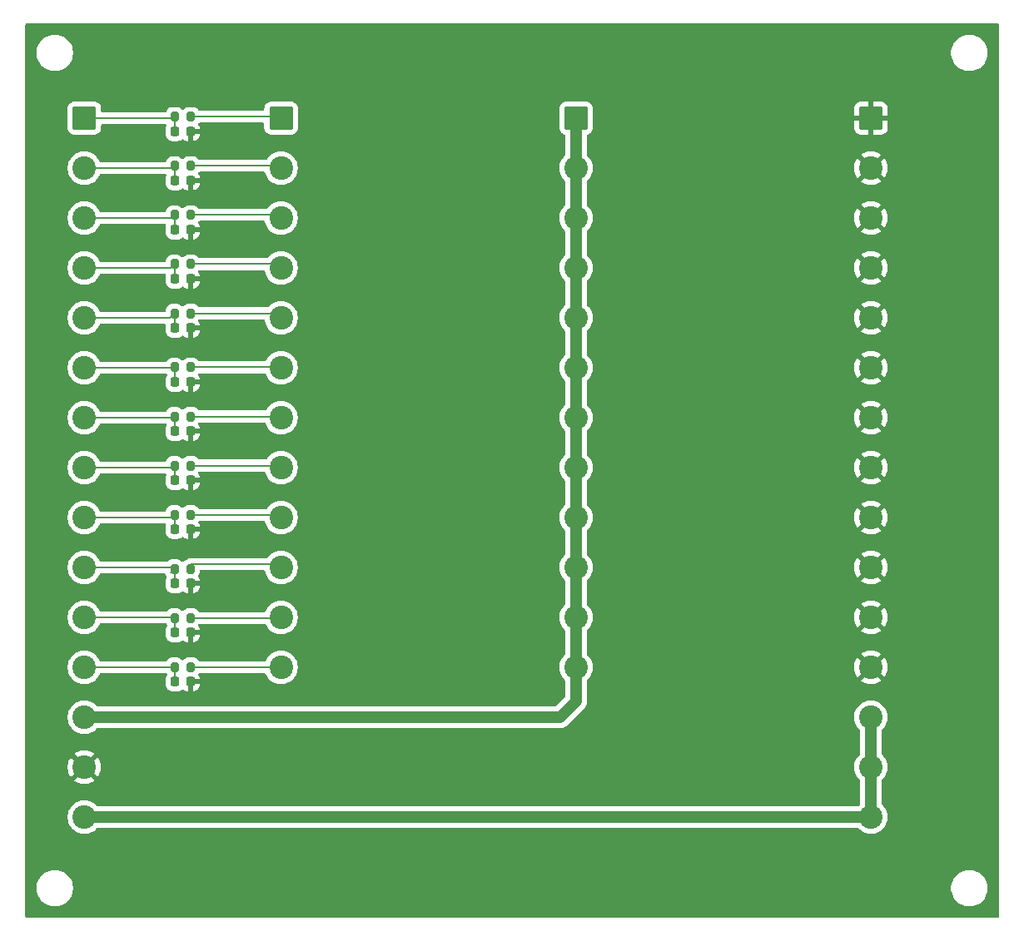
<source format=gbr>
%TF.GenerationSoftware,KiCad,Pcbnew,9.0.2*%
%TF.CreationDate,2026-01-05T12:02:41+00:00*%
%TF.ProjectId,endstop-interface-board,656e6473-746f-4702-9d69-6e7465726661,rev?*%
%TF.SameCoordinates,Original*%
%TF.FileFunction,Copper,L1,Top*%
%TF.FilePolarity,Positive*%
%FSLAX46Y46*%
G04 Gerber Fmt 4.6, Leading zero omitted, Abs format (unit mm)*
G04 Created by KiCad (PCBNEW 9.0.2) date 2026-01-05 12:02:41*
%MOMM*%
%LPD*%
G01*
G04 APERTURE LIST*
G04 Aperture macros list*
%AMRoundRect*
0 Rectangle with rounded corners*
0 $1 Rounding radius*
0 $2 $3 $4 $5 $6 $7 $8 $9 X,Y pos of 4 corners*
0 Add a 4 corners polygon primitive as box body*
4,1,4,$2,$3,$4,$5,$6,$7,$8,$9,$2,$3,0*
0 Add four circle primitives for the rounded corners*
1,1,$1+$1,$2,$3*
1,1,$1+$1,$4,$5*
1,1,$1+$1,$6,$7*
1,1,$1+$1,$8,$9*
0 Add four rect primitives between the rounded corners*
20,1,$1+$1,$2,$3,$4,$5,0*
20,1,$1+$1,$4,$5,$6,$7,0*
20,1,$1+$1,$6,$7,$8,$9,0*
20,1,$1+$1,$8,$9,$2,$3,0*%
G04 Aperture macros list end*
%TA.AperFunction,ComponentPad*%
%ADD10RoundRect,0.250001X-0.949999X0.949999X-0.949999X-0.949999X0.949999X-0.949999X0.949999X0.949999X0*%
%TD*%
%TA.AperFunction,ComponentPad*%
%ADD11C,2.400000*%
%TD*%
%TA.AperFunction,SMDPad,CuDef*%
%ADD12RoundRect,0.200000X-0.200000X-0.275000X0.200000X-0.275000X0.200000X0.275000X-0.200000X0.275000X0*%
%TD*%
%TA.AperFunction,SMDPad,CuDef*%
%ADD13RoundRect,0.225000X-0.225000X-0.250000X0.225000X-0.250000X0.225000X0.250000X-0.225000X0.250000X0*%
%TD*%
%TA.AperFunction,ViaPad*%
%ADD14C,0.600000*%
%TD*%
%TA.AperFunction,Conductor*%
%ADD15C,0.200000*%
%TD*%
%TA.AperFunction,Conductor*%
%ADD16C,1.200000*%
%TD*%
G04 APERTURE END LIST*
D10*
%TO.P,J3,1,Pin_1*%
%TO.N,/SENSOR_1_IN*%
X86500000Y-64140000D03*
D11*
%TO.P,J3,2,Pin_2*%
%TO.N,/SENSOR_2_IN*%
X86500000Y-69220000D03*
%TO.P,J3,3,Pin_3*%
%TO.N,/SENSOR_3_IN*%
X86500000Y-74300000D03*
%TO.P,J3,4,Pin_4*%
%TO.N,/SENSOR_4_IN*%
X86500000Y-79380000D03*
%TO.P,J3,5,Pin_5*%
%TO.N,/SENSOR_5_IN*%
X86500000Y-84460000D03*
%TO.P,J3,6,Pin_6*%
%TO.N,/SENSOR_6_IN*%
X86500000Y-89540000D03*
%TO.P,J3,7,Pin_7*%
%TO.N,/SENSOR_7_IN*%
X86500000Y-94620000D03*
%TO.P,J3,8,Pin_8*%
%TO.N,/SENSOR_8_IN*%
X86500000Y-99700000D03*
%TO.P,J3,9,Pin_9*%
%TO.N,/SENSOR_9_IN*%
X86500000Y-104780000D03*
%TO.P,J3,10,Pin_10*%
%TO.N,/SENSOR_10_IN*%
X86500000Y-109860000D03*
%TO.P,J3,11,Pin_11*%
%TO.N,/SENSOR_11_IN*%
X86500000Y-114940000D03*
%TO.P,J3,12,Pin_12*%
%TO.N,/SENSOR_12_IN*%
X86500000Y-120020000D03*
%TD*%
D12*
%TO.P,R9,2*%
%TO.N,/SENSOR_9_IN*%
X77325000Y-104500000D03*
%TO.P,R9,1*%
%TO.N,/SENSOR_9_OUT*%
X75675000Y-104500000D03*
%TD*%
D10*
%TO.P,J1,1,Pin_1*%
%TO.N,/SENSOR_1_OUT*%
X66500000Y-64140000D03*
D11*
%TO.P,J1,2,Pin_2*%
%TO.N,/SENSOR_2_OUT*%
X66500000Y-69220000D03*
%TO.P,J1,3,Pin_3*%
%TO.N,/SENSOR_3_OUT*%
X66500000Y-74300000D03*
%TO.P,J1,4,Pin_4*%
%TO.N,/SENSOR_4_OUT*%
X66500000Y-79380000D03*
%TO.P,J1,5,Pin_5*%
%TO.N,/SENSOR_5_OUT*%
X66500000Y-84460000D03*
%TO.P,J1,6,Pin_6*%
%TO.N,/SENSOR_6_OUT*%
X66500000Y-89540000D03*
%TO.P,J1,7,Pin_7*%
%TO.N,/SENSOR_7_OUT*%
X66500000Y-94620000D03*
%TO.P,J1,8,Pin_8*%
%TO.N,/SENSOR_8_OUT*%
X66500000Y-99700000D03*
%TO.P,J1,9,Pin_9*%
%TO.N,/SENSOR_9_OUT*%
X66500000Y-104780000D03*
%TO.P,J1,10,Pin_10*%
%TO.N,/SENSOR_10_OUT*%
X66500000Y-109860000D03*
%TO.P,J1,11,Pin_11*%
%TO.N,/SENSOR_11_OUT*%
X66500000Y-114940000D03*
%TO.P,J1,12,Pin_12*%
%TO.N,/SENSOR_12_OUT*%
X66500000Y-120020000D03*
%TO.P,J1,13,Pin_13*%
%TO.N,VCC*%
X66500000Y-125100000D03*
%TO.P,J1,14,Pin_14*%
%TO.N,GND*%
X66500000Y-130180000D03*
%TO.P,J1,15,Pin_15*%
%TO.N,Earth*%
X66500000Y-135260000D03*
%TD*%
%TO.P,J2,12,Pin_12*%
%TO.N,VCC*%
X116500000Y-120020000D03*
%TO.P,J2,11,Pin_11*%
X116500000Y-114940000D03*
%TO.P,J2,10,Pin_10*%
X116500000Y-109860000D03*
%TO.P,J2,9,Pin_9*%
X116500000Y-104780000D03*
%TO.P,J2,8,Pin_8*%
X116500000Y-99700000D03*
%TO.P,J2,7,Pin_7*%
X116500000Y-94620000D03*
%TO.P,J2,6,Pin_6*%
X116500000Y-89540000D03*
%TO.P,J2,5,Pin_5*%
X116500000Y-84460000D03*
%TO.P,J2,4,Pin_4*%
X116500000Y-79380000D03*
%TO.P,J2,3,Pin_3*%
X116500000Y-74300000D03*
%TO.P,J2,2,Pin_2*%
X116500000Y-69220000D03*
D10*
%TO.P,J2,1,Pin_1*%
X116500000Y-64140000D03*
%TD*%
D12*
%TO.P,R12,1*%
%TO.N,/SENSOR_12_OUT*%
X75675000Y-120000000D03*
%TO.P,R12,2*%
%TO.N,/SENSOR_12_IN*%
X77325000Y-120000000D03*
%TD*%
%TO.P,R11,1*%
%TO.N,/SENSOR_11_OUT*%
X75675000Y-115000000D03*
%TO.P,R11,2*%
%TO.N,/SENSOR_11_IN*%
X77325000Y-115000000D03*
%TD*%
%TO.P,R10,1*%
%TO.N,/SENSOR_10_OUT*%
X75675000Y-110000000D03*
%TO.P,R10,2*%
%TO.N,/SENSOR_10_IN*%
X77325000Y-110000000D03*
%TD*%
%TO.P,R8,1*%
%TO.N,/SENSOR_8_OUT*%
X75675000Y-99500000D03*
%TO.P,R8,2*%
%TO.N,/SENSOR_8_IN*%
X77325000Y-99500000D03*
%TD*%
%TO.P,R7,1*%
%TO.N,/SENSOR_7_OUT*%
X75675000Y-94500000D03*
%TO.P,R7,2*%
%TO.N,/SENSOR_7_IN*%
X77325000Y-94500000D03*
%TD*%
%TO.P,R6,1*%
%TO.N,/SENSOR_6_OUT*%
X75675000Y-89500000D03*
%TO.P,R6,2*%
%TO.N,/SENSOR_6_IN*%
X77325000Y-89500000D03*
%TD*%
%TO.P,R5,1*%
%TO.N,/SENSOR_5_OUT*%
X75675000Y-84000000D03*
%TO.P,R5,2*%
%TO.N,/SENSOR_5_IN*%
X77325000Y-84000000D03*
%TD*%
%TO.P,R4,1*%
%TO.N,/SENSOR_4_OUT*%
X75675000Y-79000000D03*
%TO.P,R4,2*%
%TO.N,/SENSOR_4_IN*%
X77325000Y-79000000D03*
%TD*%
%TO.P,R3,1*%
%TO.N,/SENSOR_3_OUT*%
X75675000Y-74000000D03*
%TO.P,R3,2*%
%TO.N,/SENSOR_3_IN*%
X77325000Y-74000000D03*
%TD*%
%TO.P,R2,1*%
%TO.N,/SENSOR_2_OUT*%
X75675000Y-69000000D03*
%TO.P,R2,2*%
%TO.N,/SENSOR_2_IN*%
X77325000Y-69000000D03*
%TD*%
%TO.P,R1,1*%
%TO.N,/SENSOR_1_OUT*%
X75675000Y-64000000D03*
%TO.P,R1,2*%
%TO.N,/SENSOR_1_IN*%
X77325000Y-64000000D03*
%TD*%
D10*
%TO.P,J4,1,Pin_1*%
%TO.N,GND*%
X146500000Y-64140000D03*
D11*
%TO.P,J4,2,Pin_2*%
X146500000Y-69220000D03*
%TO.P,J4,3,Pin_3*%
X146500000Y-74300000D03*
%TO.P,J4,4,Pin_4*%
X146500000Y-79380000D03*
%TO.P,J4,5,Pin_5*%
X146500000Y-84460000D03*
%TO.P,J4,6,Pin_6*%
X146500000Y-89540000D03*
%TO.P,J4,7,Pin_7*%
X146500000Y-94620000D03*
%TO.P,J4,8,Pin_8*%
X146500000Y-99700000D03*
%TO.P,J4,9,Pin_9*%
X146500000Y-104780000D03*
%TO.P,J4,10,Pin_10*%
X146500000Y-109860000D03*
%TO.P,J4,11,Pin_11*%
X146500000Y-114940000D03*
%TO.P,J4,12,Pin_12*%
X146500000Y-120020000D03*
%TO.P,J4,13,Pin_13*%
%TO.N,Earth*%
X146500000Y-125100000D03*
%TO.P,J4,14,Pin_14*%
X146500000Y-130180000D03*
%TO.P,J4,15,Pin_15*%
X146500000Y-135260000D03*
%TD*%
D13*
%TO.P,C12,1*%
%TO.N,/SENSOR_12_OUT*%
X75725000Y-121500000D03*
%TO.P,C12,2*%
%TO.N,GND*%
X77275000Y-121500000D03*
%TD*%
%TO.P,C11,1*%
%TO.N,/SENSOR_11_OUT*%
X75725000Y-116500000D03*
%TO.P,C11,2*%
%TO.N,GND*%
X77275000Y-116500000D03*
%TD*%
%TO.P,C10,1*%
%TO.N,/SENSOR_10_OUT*%
X75725000Y-111500000D03*
%TO.P,C10,2*%
%TO.N,GND*%
X77275000Y-111500000D03*
%TD*%
%TO.P,C9,1*%
%TO.N,/SENSOR_9_OUT*%
X75725000Y-105970000D03*
%TO.P,C9,2*%
%TO.N,GND*%
X77275000Y-105970000D03*
%TD*%
%TO.P,C8,1*%
%TO.N,/SENSOR_8_OUT*%
X75725000Y-101000000D03*
%TO.P,C8,2*%
%TO.N,GND*%
X77275000Y-101000000D03*
%TD*%
%TO.P,C7,1*%
%TO.N,/SENSOR_7_OUT*%
X75725000Y-96000000D03*
%TO.P,C7,2*%
%TO.N,GND*%
X77275000Y-96000000D03*
%TD*%
%TO.P,C6,1*%
%TO.N,/SENSOR_6_OUT*%
X75725000Y-91000000D03*
%TO.P,C6,2*%
%TO.N,GND*%
X77275000Y-91000000D03*
%TD*%
%TO.P,C5,1*%
%TO.N,/SENSOR_5_OUT*%
X75725000Y-85500000D03*
%TO.P,C5,2*%
%TO.N,GND*%
X77275000Y-85500000D03*
%TD*%
%TO.P,C4,1*%
%TO.N,/SENSOR_4_OUT*%
X75725000Y-80500000D03*
%TO.P,C4,2*%
%TO.N,GND*%
X77275000Y-80500000D03*
%TD*%
%TO.P,C3,1*%
%TO.N,/SENSOR_3_OUT*%
X75725000Y-75500000D03*
%TO.P,C3,2*%
%TO.N,GND*%
X77275000Y-75500000D03*
%TD*%
%TO.P,C2,1*%
%TO.N,/SENSOR_2_OUT*%
X75725000Y-70500000D03*
%TO.P,C2,2*%
%TO.N,GND*%
X77275000Y-70500000D03*
%TD*%
%TO.P,C1,1*%
%TO.N,/SENSOR_1_OUT*%
X75725000Y-65500000D03*
%TO.P,C1,2*%
%TO.N,GND*%
X77275000Y-65500000D03*
%TD*%
D14*
%TO.N,GND*%
X79000000Y-65500000D03*
X79000000Y-70500000D03*
X79000000Y-75500000D03*
X79000000Y-80500000D03*
X79000000Y-85500000D03*
X79000000Y-91000000D03*
X79000000Y-96000000D03*
X79000000Y-101000000D03*
X79000000Y-111500000D03*
X79000000Y-116500000D03*
X79000000Y-121500000D03*
X79000000Y-106000000D03*
%TD*%
D15*
%TO.N,GND*%
X77275000Y-65500000D02*
X79000000Y-65500000D01*
X77275000Y-70500000D02*
X79000000Y-70500000D01*
X77275000Y-75500000D02*
X79000000Y-75500000D01*
X77275000Y-80500000D02*
X79000000Y-80500000D01*
X77275000Y-85500000D02*
X79000000Y-85500000D01*
X77275000Y-91000000D02*
X79000000Y-91000000D01*
X77275000Y-96000000D02*
X79000000Y-96000000D01*
X77275000Y-101000000D02*
X79000000Y-101000000D01*
X77275000Y-111500000D02*
X79000000Y-111500000D01*
X77275000Y-116500000D02*
X79000000Y-116500000D01*
X77275000Y-121500000D02*
X79000000Y-121500000D01*
D16*
%TO.N,VCC*%
X116500000Y-123500000D02*
X116500000Y-120020000D01*
X114900000Y-125100000D02*
X116500000Y-123500000D01*
X66500000Y-125100000D02*
X114900000Y-125100000D01*
X116500000Y-64140000D02*
X116500000Y-120020000D01*
%TO.N,Earth*%
X146500000Y-135260000D02*
X146500000Y-125100000D01*
X66500000Y-135260000D02*
X146500000Y-135260000D01*
D15*
%TO.N,/SENSOR_12_IN*%
X86480000Y-120000000D02*
X86500000Y-120020000D01*
X77325000Y-120000000D02*
X86480000Y-120000000D01*
%TO.N,/SENSOR_12_OUT*%
X75675000Y-120000000D02*
X75675000Y-121450000D01*
X75675000Y-121450000D02*
X75725000Y-121500000D01*
X75655000Y-120020000D02*
X75675000Y-120000000D01*
X66500000Y-120020000D02*
X75655000Y-120020000D01*
%TO.N,/SENSOR_11_IN*%
X86440000Y-115000000D02*
X86500000Y-114940000D01*
X77325000Y-115000000D02*
X86440000Y-115000000D01*
%TO.N,/SENSOR_11_OUT*%
X75675000Y-116450000D02*
X75725000Y-116500000D01*
X75675000Y-115000000D02*
X75675000Y-116450000D01*
X75615000Y-114940000D02*
X75675000Y-115000000D01*
X66500000Y-114940000D02*
X75615000Y-114940000D01*
%TO.N,/SENSOR_10_IN*%
X86140000Y-109500000D02*
X86500000Y-109860000D01*
X77325000Y-109500000D02*
X86140000Y-109500000D01*
%TO.N,/SENSOR_10_OUT*%
X75675000Y-111450000D02*
X75725000Y-111500000D01*
X75675000Y-110000000D02*
X75675000Y-111450000D01*
X75315000Y-110360000D02*
X75675000Y-110000000D01*
X66500000Y-109860000D02*
X75315000Y-109860000D01*
%TO.N,/SENSOR_9_IN*%
X86250000Y-104530000D02*
X86500000Y-104780000D01*
X77325000Y-104530000D02*
X86250000Y-104530000D01*
%TO.N,/SENSOR_9_OUT*%
X75675000Y-105920000D02*
X75725000Y-105970000D01*
X75675000Y-104500000D02*
X75675000Y-105920000D01*
X75425000Y-104750000D02*
X75675000Y-104500000D01*
X66500000Y-104780000D02*
X75425000Y-104780000D01*
%TO.N,/SENSOR_8_IN*%
X86300000Y-99500000D02*
X86500000Y-99700000D01*
X77325000Y-99500000D02*
X86300000Y-99500000D01*
%TO.N,/SENSOR_8_OUT*%
X75675000Y-100950000D02*
X75725000Y-101000000D01*
X75675000Y-99500000D02*
X75675000Y-100950000D01*
X75475000Y-99700000D02*
X75675000Y-99500000D01*
X66500000Y-99700000D02*
X75475000Y-99700000D01*
%TO.N,/SENSOR_7_IN*%
X77325000Y-94500000D02*
X86380000Y-94500000D01*
X86380000Y-94500000D02*
X86500000Y-94620000D01*
%TO.N,/SENSOR_7_OUT*%
X75675000Y-94500000D02*
X75675000Y-95950000D01*
X75675000Y-95950000D02*
X75725000Y-96000000D01*
X75555000Y-94620000D02*
X75675000Y-94500000D01*
X66500000Y-94620000D02*
X75555000Y-94620000D01*
%TO.N,/SENSOR_6_OUT*%
X75675000Y-89500000D02*
X75675000Y-90950000D01*
X75675000Y-90950000D02*
X75725000Y-91000000D01*
%TO.N,/SENSOR_6_IN*%
X86460000Y-89500000D02*
X86500000Y-89540000D01*
X77325000Y-89500000D02*
X86460000Y-89500000D01*
%TO.N,/SENSOR_6_OUT*%
X75635000Y-89540000D02*
X75675000Y-89500000D01*
X66500000Y-89540000D02*
X75635000Y-89540000D01*
%TO.N,/SENSOR_5_OUT*%
X75675000Y-85450000D02*
X75725000Y-85500000D01*
X75675000Y-84000000D02*
X75675000Y-85450000D01*
%TO.N,/SENSOR_5_IN*%
X86040000Y-84000000D02*
X86500000Y-84460000D01*
X77325000Y-84000000D02*
X86040000Y-84000000D01*
%TO.N,/SENSOR_5_OUT*%
X75215000Y-84460000D02*
X75675000Y-84000000D01*
X66500000Y-84460000D02*
X75215000Y-84460000D01*
%TO.N,/SENSOR_4_IN*%
X86120000Y-79000000D02*
X86500000Y-79380000D01*
X77325000Y-79000000D02*
X86120000Y-79000000D01*
%TO.N,/SENSOR_4_OUT*%
X75675000Y-80450000D02*
X75725000Y-80500000D01*
X75675000Y-79000000D02*
X75675000Y-80450000D01*
X75295000Y-79380000D02*
X75675000Y-79000000D01*
X66500000Y-79380000D02*
X75295000Y-79380000D01*
%TO.N,/SENSOR_3_IN*%
X86200000Y-74000000D02*
X86500000Y-74300000D01*
X77325000Y-74000000D02*
X86200000Y-74000000D01*
%TO.N,/SENSOR_3_OUT*%
X75675000Y-75450000D02*
X75725000Y-75500000D01*
X75675000Y-74000000D02*
X75675000Y-75450000D01*
X75375000Y-74300000D02*
X75675000Y-74000000D01*
X66500000Y-74300000D02*
X75375000Y-74300000D01*
%TO.N,/SENSOR_2_IN*%
X86280000Y-69000000D02*
X86500000Y-69220000D01*
X77325000Y-69000000D02*
X86280000Y-69000000D01*
%TO.N,/SENSOR_2_OUT*%
X75675000Y-70450000D02*
X75725000Y-70500000D01*
X75675000Y-69000000D02*
X75675000Y-70450000D01*
X75455000Y-69220000D02*
X75675000Y-69000000D01*
X66500000Y-69220000D02*
X75455000Y-69220000D01*
%TO.N,/SENSOR_1_IN*%
X86360000Y-64000000D02*
X86500000Y-64140000D01*
X77325000Y-64000000D02*
X86360000Y-64000000D01*
%TO.N,/SENSOR_1_OUT*%
X75675000Y-65450000D02*
X75725000Y-65500000D01*
X75675000Y-64000000D02*
X75675000Y-65450000D01*
X75535000Y-64140000D02*
X75675000Y-64000000D01*
X66500000Y-64140000D02*
X75535000Y-64140000D01*
%TO.N,GND*%
X77275000Y-105970000D02*
X78970000Y-105970000D01*
X78970000Y-105970000D02*
X79000000Y-106000000D01*
%TD*%
%TA.AperFunction,Conductor*%
%TO.N,GND*%
G36*
X159442539Y-54520185D02*
G01*
X159488294Y-54572989D01*
X159499500Y-54624500D01*
X159499500Y-145375500D01*
X159479815Y-145442539D01*
X159427011Y-145488294D01*
X159375500Y-145499500D01*
X60624500Y-145499500D01*
X60557461Y-145479815D01*
X60511706Y-145427011D01*
X60500500Y-145375500D01*
X60500500Y-142378711D01*
X61649500Y-142378711D01*
X61649500Y-142621288D01*
X61681161Y-142861785D01*
X61743947Y-143096104D01*
X61836773Y-143320205D01*
X61836776Y-143320212D01*
X61958064Y-143530289D01*
X61958066Y-143530292D01*
X61958067Y-143530293D01*
X62105733Y-143722736D01*
X62105739Y-143722743D01*
X62277256Y-143894260D01*
X62277262Y-143894265D01*
X62469711Y-144041936D01*
X62679788Y-144163224D01*
X62903900Y-144256054D01*
X63138211Y-144318838D01*
X63318586Y-144342584D01*
X63378711Y-144350500D01*
X63378712Y-144350500D01*
X63621289Y-144350500D01*
X63669388Y-144344167D01*
X63861789Y-144318838D01*
X64096100Y-144256054D01*
X64320212Y-144163224D01*
X64530289Y-144041936D01*
X64722738Y-143894265D01*
X64894265Y-143722738D01*
X65041936Y-143530289D01*
X65163224Y-143320212D01*
X65256054Y-143096100D01*
X65318838Y-142861789D01*
X65350500Y-142621288D01*
X65350500Y-142378712D01*
X65350500Y-142378711D01*
X154649500Y-142378711D01*
X154649500Y-142621288D01*
X154681161Y-142861785D01*
X154743947Y-143096104D01*
X154836773Y-143320205D01*
X154836776Y-143320212D01*
X154958064Y-143530289D01*
X154958066Y-143530292D01*
X154958067Y-143530293D01*
X155105733Y-143722736D01*
X155105739Y-143722743D01*
X155277256Y-143894260D01*
X155277262Y-143894265D01*
X155469711Y-144041936D01*
X155679788Y-144163224D01*
X155903900Y-144256054D01*
X156138211Y-144318838D01*
X156318586Y-144342584D01*
X156378711Y-144350500D01*
X156378712Y-144350500D01*
X156621289Y-144350500D01*
X156669388Y-144344167D01*
X156861789Y-144318838D01*
X157096100Y-144256054D01*
X157320212Y-144163224D01*
X157530289Y-144041936D01*
X157722738Y-143894265D01*
X157894265Y-143722738D01*
X158041936Y-143530289D01*
X158163224Y-143320212D01*
X158256054Y-143096100D01*
X158318838Y-142861789D01*
X158350500Y-142621288D01*
X158350500Y-142378712D01*
X158318838Y-142138211D01*
X158256054Y-141903900D01*
X158163224Y-141679788D01*
X158041936Y-141469711D01*
X157894265Y-141277262D01*
X157894260Y-141277256D01*
X157722743Y-141105739D01*
X157722736Y-141105733D01*
X157530293Y-140958067D01*
X157530292Y-140958066D01*
X157530289Y-140958064D01*
X157320212Y-140836776D01*
X157320205Y-140836773D01*
X157096104Y-140743947D01*
X156861785Y-140681161D01*
X156621289Y-140649500D01*
X156621288Y-140649500D01*
X156378712Y-140649500D01*
X156378711Y-140649500D01*
X156138214Y-140681161D01*
X155903895Y-140743947D01*
X155679794Y-140836773D01*
X155679785Y-140836777D01*
X155469706Y-140958067D01*
X155277263Y-141105733D01*
X155277256Y-141105739D01*
X155105739Y-141277256D01*
X155105733Y-141277263D01*
X154958067Y-141469706D01*
X154836777Y-141679785D01*
X154836773Y-141679794D01*
X154743947Y-141903895D01*
X154681161Y-142138214D01*
X154649500Y-142378711D01*
X65350500Y-142378711D01*
X65318838Y-142138211D01*
X65256054Y-141903900D01*
X65163224Y-141679788D01*
X65041936Y-141469711D01*
X64894265Y-141277262D01*
X64894260Y-141277256D01*
X64722743Y-141105739D01*
X64722736Y-141105733D01*
X64530293Y-140958067D01*
X64530292Y-140958066D01*
X64530289Y-140958064D01*
X64320212Y-140836776D01*
X64320205Y-140836773D01*
X64096104Y-140743947D01*
X63861785Y-140681161D01*
X63621289Y-140649500D01*
X63621288Y-140649500D01*
X63378712Y-140649500D01*
X63378711Y-140649500D01*
X63138214Y-140681161D01*
X62903895Y-140743947D01*
X62679794Y-140836773D01*
X62679785Y-140836777D01*
X62469706Y-140958067D01*
X62277263Y-141105733D01*
X62277256Y-141105739D01*
X62105739Y-141277256D01*
X62105733Y-141277263D01*
X61958067Y-141469706D01*
X61836777Y-141679785D01*
X61836773Y-141679794D01*
X61743947Y-141903895D01*
X61681161Y-142138214D01*
X61649500Y-142378711D01*
X60500500Y-142378711D01*
X60500500Y-135148549D01*
X64799500Y-135148549D01*
X64799500Y-135371450D01*
X64799501Y-135371466D01*
X64828594Y-135592452D01*
X64828595Y-135592457D01*
X64828596Y-135592463D01*
X64828597Y-135592465D01*
X64886290Y-135807780D01*
X64886293Y-135807790D01*
X64971593Y-136013722D01*
X64971595Y-136013726D01*
X65083052Y-136206774D01*
X65083057Y-136206780D01*
X65083058Y-136206782D01*
X65218751Y-136383622D01*
X65218757Y-136383629D01*
X65376370Y-136541242D01*
X65376377Y-136541248D01*
X65502294Y-136637867D01*
X65553226Y-136676948D01*
X65746274Y-136788405D01*
X65952219Y-136873710D01*
X66167537Y-136931404D01*
X66388543Y-136960500D01*
X66388550Y-136960500D01*
X66611450Y-136960500D01*
X66611457Y-136960500D01*
X66832463Y-136931404D01*
X67047781Y-136873710D01*
X67253726Y-136788405D01*
X67446774Y-136676948D01*
X67623624Y-136541247D01*
X67768053Y-136396817D01*
X67829374Y-136363334D01*
X67855733Y-136360500D01*
X145144267Y-136360500D01*
X145211306Y-136380185D01*
X145231943Y-136396814D01*
X145376371Y-136541242D01*
X145376378Y-136541249D01*
X145523473Y-136654118D01*
X145553226Y-136676948D01*
X145746274Y-136788405D01*
X145952219Y-136873710D01*
X146167537Y-136931404D01*
X146388543Y-136960500D01*
X146388550Y-136960500D01*
X146611450Y-136960500D01*
X146611457Y-136960500D01*
X146832463Y-136931404D01*
X147047781Y-136873710D01*
X147253726Y-136788405D01*
X147446774Y-136676948D01*
X147623624Y-136541247D01*
X147781247Y-136383624D01*
X147916948Y-136206774D01*
X148028405Y-136013726D01*
X148113710Y-135807781D01*
X148171404Y-135592463D01*
X148200500Y-135371457D01*
X148200500Y-135148543D01*
X148171404Y-134927537D01*
X148113710Y-134712219D01*
X148028405Y-134506274D01*
X147916948Y-134313226D01*
X147781247Y-134136376D01*
X147781242Y-134136370D01*
X147636819Y-133991947D01*
X147603334Y-133930624D01*
X147600500Y-133904266D01*
X147600500Y-131535733D01*
X147620185Y-131468694D01*
X147636814Y-131448056D01*
X147781247Y-131303624D01*
X147916948Y-131126774D01*
X148028405Y-130933726D01*
X148113710Y-130727781D01*
X148171404Y-130512463D01*
X148200500Y-130291457D01*
X148200500Y-130068543D01*
X148171404Y-129847537D01*
X148113710Y-129632219D01*
X148028405Y-129426274D01*
X147916948Y-129233226D01*
X147781247Y-129056376D01*
X147781242Y-129056370D01*
X147636819Y-128911947D01*
X147603334Y-128850624D01*
X147600500Y-128824266D01*
X147600500Y-126455733D01*
X147620185Y-126388694D01*
X147636814Y-126368056D01*
X147781247Y-126223624D01*
X147916948Y-126046774D01*
X148028405Y-125853726D01*
X148113710Y-125647781D01*
X148171404Y-125432463D01*
X148200500Y-125211457D01*
X148200500Y-124988543D01*
X148171404Y-124767537D01*
X148113710Y-124552219D01*
X148028405Y-124346274D01*
X147916948Y-124153226D01*
X147781247Y-123976376D01*
X147781242Y-123976370D01*
X147623629Y-123818757D01*
X147623622Y-123818751D01*
X147446782Y-123683058D01*
X147446780Y-123683057D01*
X147446774Y-123683052D01*
X147253726Y-123571595D01*
X147253722Y-123571593D01*
X147047790Y-123486293D01*
X147047783Y-123486291D01*
X147047781Y-123486290D01*
X146832463Y-123428596D01*
X146832457Y-123428595D01*
X146832452Y-123428594D01*
X146611466Y-123399501D01*
X146611463Y-123399500D01*
X146611457Y-123399500D01*
X146388543Y-123399500D01*
X146388537Y-123399500D01*
X146388533Y-123399501D01*
X146167547Y-123428594D01*
X146167540Y-123428595D01*
X146167537Y-123428596D01*
X145952219Y-123486290D01*
X145952209Y-123486293D01*
X145746277Y-123571593D01*
X145746273Y-123571595D01*
X145553226Y-123683052D01*
X145553217Y-123683058D01*
X145376377Y-123818751D01*
X145376370Y-123818757D01*
X145218757Y-123976370D01*
X145218751Y-123976377D01*
X145083058Y-124153217D01*
X145083052Y-124153226D01*
X144971595Y-124346273D01*
X144971593Y-124346277D01*
X144886293Y-124552209D01*
X144886290Y-124552219D01*
X144828597Y-124767534D01*
X144828594Y-124767547D01*
X144799501Y-124988533D01*
X144799500Y-124988549D01*
X144799500Y-125211450D01*
X144799501Y-125211466D01*
X144828594Y-125432452D01*
X144828595Y-125432457D01*
X144828596Y-125432463D01*
X144828597Y-125432465D01*
X144886290Y-125647780D01*
X144886293Y-125647790D01*
X144971593Y-125853722D01*
X144971595Y-125853726D01*
X145083052Y-126046774D01*
X145083057Y-126046780D01*
X145083058Y-126046782D01*
X145218750Y-126223621D01*
X145218751Y-126223622D01*
X145218753Y-126223624D01*
X145363182Y-126368053D01*
X145396666Y-126429374D01*
X145399500Y-126455733D01*
X145399500Y-128824266D01*
X145379815Y-128891305D01*
X145363181Y-128911947D01*
X145218757Y-129056370D01*
X145218751Y-129056377D01*
X145083058Y-129233217D01*
X145083052Y-129233226D01*
X144971595Y-129426273D01*
X144971593Y-129426277D01*
X144886293Y-129632209D01*
X144886290Y-129632219D01*
X144828597Y-129847534D01*
X144828594Y-129847547D01*
X144799501Y-130068533D01*
X144799500Y-130068549D01*
X144799500Y-130291450D01*
X144799501Y-130291466D01*
X144828594Y-130512452D01*
X144828595Y-130512457D01*
X144828596Y-130512463D01*
X144886290Y-130727780D01*
X144886293Y-130727790D01*
X144971593Y-130933722D01*
X144971595Y-130933726D01*
X145083052Y-131126774D01*
X145083057Y-131126780D01*
X145083058Y-131126782D01*
X145218750Y-131303621D01*
X145218752Y-131303623D01*
X145218753Y-131303624D01*
X145363182Y-131448053D01*
X145396666Y-131509374D01*
X145399500Y-131535733D01*
X145399500Y-133904267D01*
X145390855Y-133933707D01*
X145384332Y-133963694D01*
X145380577Y-133968709D01*
X145379815Y-133971306D01*
X145363182Y-133991947D01*
X145231948Y-134123181D01*
X145170625Y-134156666D01*
X145144267Y-134159500D01*
X67855733Y-134159500D01*
X67788694Y-134139815D01*
X67768056Y-134123185D01*
X67623624Y-133978753D01*
X67623623Y-133978752D01*
X67623621Y-133978750D01*
X67446782Y-133843058D01*
X67446780Y-133843057D01*
X67446774Y-133843052D01*
X67253726Y-133731595D01*
X67253722Y-133731593D01*
X67047790Y-133646293D01*
X67047783Y-133646291D01*
X67047781Y-133646290D01*
X66832463Y-133588596D01*
X66832457Y-133588595D01*
X66832452Y-133588594D01*
X66611466Y-133559501D01*
X66611463Y-133559500D01*
X66611457Y-133559500D01*
X66388543Y-133559500D01*
X66388537Y-133559500D01*
X66388533Y-133559501D01*
X66167547Y-133588594D01*
X66167540Y-133588595D01*
X66167537Y-133588596D01*
X65952219Y-133646290D01*
X65952209Y-133646293D01*
X65746277Y-133731593D01*
X65746273Y-133731595D01*
X65553226Y-133843052D01*
X65553217Y-133843058D01*
X65376377Y-133978751D01*
X65376370Y-133978757D01*
X65218757Y-134136370D01*
X65218751Y-134136377D01*
X65083058Y-134313217D01*
X65083052Y-134313226D01*
X64971595Y-134506273D01*
X64971593Y-134506277D01*
X64886293Y-134712209D01*
X64886290Y-134712219D01*
X64828597Y-134927534D01*
X64828594Y-134927547D01*
X64799501Y-135148533D01*
X64799500Y-135148549D01*
X60500500Y-135148549D01*
X60500500Y-130068575D01*
X64800000Y-130068575D01*
X64800000Y-130291424D01*
X64829085Y-130512354D01*
X64829088Y-130512367D01*
X64886763Y-130727618D01*
X64972045Y-130933502D01*
X64972054Y-130933520D01*
X65083464Y-131126491D01*
X65083473Y-131126504D01*
X65134040Y-131192403D01*
X65134043Y-131192403D01*
X65784152Y-130542293D01*
X65791049Y-130558942D01*
X65878599Y-130689970D01*
X65990030Y-130801401D01*
X66121058Y-130888951D01*
X66137705Y-130895846D01*
X65487595Y-131545955D01*
X65487595Y-131545956D01*
X65553507Y-131596533D01*
X65746485Y-131707949D01*
X65746497Y-131707954D01*
X65952381Y-131793236D01*
X66167632Y-131850911D01*
X66167645Y-131850914D01*
X66388575Y-131880000D01*
X66611425Y-131880000D01*
X66832354Y-131850914D01*
X66832367Y-131850911D01*
X67047618Y-131793236D01*
X67253502Y-131707954D01*
X67253514Y-131707949D01*
X67446498Y-131596530D01*
X67512403Y-131545957D01*
X67512404Y-131545956D01*
X66862294Y-130895846D01*
X66878942Y-130888951D01*
X67009970Y-130801401D01*
X67121401Y-130689970D01*
X67208951Y-130558942D01*
X67215846Y-130542294D01*
X67865956Y-131192404D01*
X67865957Y-131192403D01*
X67916530Y-131126498D01*
X68027949Y-130933514D01*
X68027954Y-130933502D01*
X68113236Y-130727618D01*
X68170911Y-130512367D01*
X68170914Y-130512354D01*
X68200000Y-130291424D01*
X68200000Y-130068575D01*
X68170914Y-129847645D01*
X68170911Y-129847632D01*
X68113236Y-129632381D01*
X68027954Y-129426497D01*
X68027949Y-129426485D01*
X67916533Y-129233507D01*
X67865956Y-129167595D01*
X67865955Y-129167595D01*
X67215846Y-129817704D01*
X67208951Y-129801058D01*
X67121401Y-129670030D01*
X67009970Y-129558599D01*
X66878942Y-129471049D01*
X66862293Y-129464152D01*
X67512403Y-128814043D01*
X67512403Y-128814040D01*
X67446504Y-128763473D01*
X67446491Y-128763464D01*
X67253520Y-128652054D01*
X67253502Y-128652045D01*
X67047618Y-128566763D01*
X66832367Y-128509088D01*
X66832354Y-128509085D01*
X66611425Y-128480000D01*
X66388575Y-128480000D01*
X66167645Y-128509085D01*
X66167632Y-128509088D01*
X65952381Y-128566763D01*
X65746497Y-128652045D01*
X65746479Y-128652054D01*
X65553511Y-128763462D01*
X65487595Y-128814042D01*
X66137706Y-129464152D01*
X66121058Y-129471049D01*
X65990030Y-129558599D01*
X65878599Y-129670030D01*
X65791049Y-129801058D01*
X65784153Y-129817706D01*
X65134042Y-129167595D01*
X65083462Y-129233511D01*
X64972054Y-129426479D01*
X64972045Y-129426497D01*
X64886763Y-129632381D01*
X64829088Y-129847632D01*
X64829085Y-129847645D01*
X64800000Y-130068575D01*
X60500500Y-130068575D01*
X60500500Y-124988549D01*
X64799500Y-124988549D01*
X64799500Y-125211450D01*
X64799501Y-125211466D01*
X64828594Y-125432452D01*
X64828595Y-125432457D01*
X64828596Y-125432463D01*
X64828597Y-125432465D01*
X64886290Y-125647780D01*
X64886293Y-125647790D01*
X64971593Y-125853722D01*
X64971595Y-125853726D01*
X65083052Y-126046774D01*
X65083057Y-126046780D01*
X65083058Y-126046782D01*
X65218751Y-126223622D01*
X65218757Y-126223629D01*
X65376370Y-126381242D01*
X65376377Y-126381248D01*
X65386081Y-126388694D01*
X65553226Y-126516948D01*
X65746274Y-126628405D01*
X65952219Y-126713710D01*
X66167537Y-126771404D01*
X66388543Y-126800500D01*
X66388550Y-126800500D01*
X66611450Y-126800500D01*
X66611457Y-126800500D01*
X66832463Y-126771404D01*
X67047781Y-126713710D01*
X67253726Y-126628405D01*
X67446774Y-126516948D01*
X67623624Y-126381247D01*
X67768053Y-126236817D01*
X67829374Y-126203334D01*
X67855733Y-126200500D01*
X114986610Y-126200500D01*
X114986611Y-126200500D01*
X115157701Y-126173402D01*
X115322445Y-126119873D01*
X115476788Y-126041232D01*
X115616928Y-125939414D01*
X117339414Y-124216928D01*
X117418530Y-124108034D01*
X117441232Y-124076788D01*
X117519873Y-123922445D01*
X117573402Y-123757701D01*
X117600500Y-123586611D01*
X117600500Y-121375733D01*
X117609144Y-121346292D01*
X117615668Y-121316306D01*
X117619422Y-121311290D01*
X117620185Y-121308694D01*
X117636819Y-121288052D01*
X117636820Y-121288051D01*
X117781247Y-121143624D01*
X117916948Y-120966774D01*
X118028405Y-120773726D01*
X118113710Y-120567781D01*
X118171404Y-120352463D01*
X118200500Y-120131457D01*
X118200500Y-119908575D01*
X144800000Y-119908575D01*
X144800000Y-120131424D01*
X144829085Y-120352354D01*
X144829088Y-120352367D01*
X144886763Y-120567618D01*
X144972045Y-120773502D01*
X144972054Y-120773520D01*
X145083464Y-120966491D01*
X145083473Y-120966504D01*
X145134040Y-121032403D01*
X145134043Y-121032403D01*
X145784152Y-120382293D01*
X145791049Y-120398942D01*
X145878599Y-120529970D01*
X145990030Y-120641401D01*
X146121058Y-120728951D01*
X146137705Y-120735846D01*
X145487595Y-121385955D01*
X145487595Y-121385956D01*
X145553507Y-121436533D01*
X145746485Y-121547949D01*
X145746497Y-121547954D01*
X145952381Y-121633236D01*
X146167632Y-121690911D01*
X146167645Y-121690914D01*
X146388575Y-121720000D01*
X146611425Y-121720000D01*
X146832354Y-121690914D01*
X146832367Y-121690911D01*
X147047618Y-121633236D01*
X147253502Y-121547954D01*
X147253514Y-121547949D01*
X147446498Y-121436530D01*
X147512403Y-121385957D01*
X147512404Y-121385956D01*
X146862294Y-120735846D01*
X146878942Y-120728951D01*
X147009970Y-120641401D01*
X147121401Y-120529970D01*
X147208951Y-120398942D01*
X147215846Y-120382294D01*
X147865956Y-121032404D01*
X147865957Y-121032403D01*
X147916530Y-120966498D01*
X148027949Y-120773514D01*
X148027954Y-120773502D01*
X148113236Y-120567618D01*
X148170911Y-120352367D01*
X148170914Y-120352354D01*
X148200000Y-120131424D01*
X148200000Y-119908575D01*
X148170914Y-119687645D01*
X148170911Y-119687632D01*
X148113236Y-119472381D01*
X148027954Y-119266497D01*
X148027949Y-119266485D01*
X147916533Y-119073507D01*
X147865956Y-119007595D01*
X147865955Y-119007595D01*
X147215846Y-119657704D01*
X147208951Y-119641058D01*
X147121401Y-119510030D01*
X147009970Y-119398599D01*
X146878942Y-119311049D01*
X146862293Y-119304152D01*
X147512403Y-118654043D01*
X147512403Y-118654040D01*
X147446504Y-118603473D01*
X147446491Y-118603464D01*
X147253520Y-118492054D01*
X147253502Y-118492045D01*
X147047618Y-118406763D01*
X146832367Y-118349088D01*
X146832354Y-118349085D01*
X146611425Y-118320000D01*
X146388575Y-118320000D01*
X146167645Y-118349085D01*
X146167632Y-118349088D01*
X145952381Y-118406763D01*
X145746497Y-118492045D01*
X145746479Y-118492054D01*
X145553511Y-118603462D01*
X145487595Y-118654042D01*
X146137706Y-119304152D01*
X146121058Y-119311049D01*
X145990030Y-119398599D01*
X145878599Y-119510030D01*
X145791049Y-119641058D01*
X145784153Y-119657706D01*
X145134042Y-119007595D01*
X145083462Y-119073511D01*
X144972054Y-119266479D01*
X144972045Y-119266497D01*
X144886763Y-119472381D01*
X144829088Y-119687632D01*
X144829085Y-119687645D01*
X144800000Y-119908575D01*
X118200500Y-119908575D01*
X118200500Y-119908543D01*
X118171404Y-119687537D01*
X118113710Y-119472219D01*
X118028405Y-119266274D01*
X117916948Y-119073226D01*
X117781247Y-118896376D01*
X117781242Y-118896370D01*
X117636819Y-118751947D01*
X117603334Y-118690624D01*
X117600500Y-118664266D01*
X117600500Y-116295733D01*
X117620185Y-116228694D01*
X117636819Y-116208052D01*
X117643224Y-116201647D01*
X117781247Y-116063624D01*
X117916948Y-115886774D01*
X118028405Y-115693726D01*
X118113710Y-115487781D01*
X118171404Y-115272463D01*
X118200500Y-115051457D01*
X118200500Y-114828575D01*
X144800000Y-114828575D01*
X144800000Y-115051424D01*
X144829085Y-115272354D01*
X144829088Y-115272367D01*
X144886763Y-115487618D01*
X144972045Y-115693502D01*
X144972054Y-115693520D01*
X145083464Y-115886491D01*
X145083473Y-115886504D01*
X145134040Y-115952403D01*
X145134043Y-115952403D01*
X145784152Y-115302293D01*
X145791049Y-115318942D01*
X145878599Y-115449970D01*
X145990030Y-115561401D01*
X146121058Y-115648951D01*
X146137705Y-115655846D01*
X145487595Y-116305955D01*
X145487595Y-116305956D01*
X145553507Y-116356533D01*
X145746485Y-116467949D01*
X145746497Y-116467954D01*
X145952381Y-116553236D01*
X146167632Y-116610911D01*
X146167645Y-116610914D01*
X146388575Y-116640000D01*
X146611425Y-116640000D01*
X146832354Y-116610914D01*
X146832367Y-116610911D01*
X147047618Y-116553236D01*
X147253502Y-116467954D01*
X147253514Y-116467949D01*
X147446498Y-116356530D01*
X147512403Y-116305957D01*
X147512404Y-116305956D01*
X146862294Y-115655846D01*
X146878942Y-115648951D01*
X147009970Y-115561401D01*
X147121401Y-115449970D01*
X147208951Y-115318942D01*
X147215846Y-115302294D01*
X147865956Y-115952404D01*
X147865957Y-115952403D01*
X147916530Y-115886498D01*
X148027949Y-115693514D01*
X148027954Y-115693502D01*
X148113236Y-115487618D01*
X148170911Y-115272367D01*
X148170914Y-115272354D01*
X148200000Y-115051424D01*
X148200000Y-114828575D01*
X148170914Y-114607645D01*
X148170911Y-114607632D01*
X148113236Y-114392381D01*
X148027954Y-114186497D01*
X148027949Y-114186485D01*
X147916533Y-113993507D01*
X147865956Y-113927595D01*
X147865955Y-113927595D01*
X147215846Y-114577704D01*
X147208951Y-114561058D01*
X147121401Y-114430030D01*
X147009970Y-114318599D01*
X146878942Y-114231049D01*
X146862293Y-114224152D01*
X147512403Y-113574043D01*
X147512403Y-113574040D01*
X147446504Y-113523473D01*
X147446491Y-113523464D01*
X147253520Y-113412054D01*
X147253502Y-113412045D01*
X147047618Y-113326763D01*
X146832367Y-113269088D01*
X146832354Y-113269085D01*
X146611425Y-113240000D01*
X146388575Y-113240000D01*
X146167645Y-113269085D01*
X146167632Y-113269088D01*
X145952381Y-113326763D01*
X145746497Y-113412045D01*
X145746479Y-113412054D01*
X145553511Y-113523462D01*
X145487595Y-113574042D01*
X146137706Y-114224152D01*
X146121058Y-114231049D01*
X145990030Y-114318599D01*
X145878599Y-114430030D01*
X145791049Y-114561058D01*
X145784153Y-114577706D01*
X145134042Y-113927595D01*
X145083462Y-113993511D01*
X144972054Y-114186479D01*
X144972045Y-114186497D01*
X144886763Y-114392381D01*
X144829088Y-114607632D01*
X144829085Y-114607645D01*
X144800000Y-114828575D01*
X118200500Y-114828575D01*
X118200500Y-114828543D01*
X118171404Y-114607537D01*
X118113710Y-114392219D01*
X118028405Y-114186274D01*
X117916948Y-113993226D01*
X117781247Y-113816376D01*
X117781242Y-113816370D01*
X117636819Y-113671947D01*
X117603334Y-113610624D01*
X117600500Y-113584266D01*
X117600500Y-111215733D01*
X117620185Y-111148694D01*
X117636819Y-111128052D01*
X117636820Y-111128051D01*
X117781247Y-110983624D01*
X117916948Y-110806774D01*
X118028405Y-110613726D01*
X118113710Y-110407781D01*
X118171404Y-110192463D01*
X118200500Y-109971457D01*
X118200500Y-109748575D01*
X144800000Y-109748575D01*
X144800000Y-109971424D01*
X144829085Y-110192354D01*
X144829088Y-110192367D01*
X144886763Y-110407618D01*
X144972045Y-110613502D01*
X144972054Y-110613520D01*
X145083464Y-110806491D01*
X145083473Y-110806504D01*
X145134040Y-110872403D01*
X145134043Y-110872403D01*
X145784152Y-110222293D01*
X145791049Y-110238942D01*
X145878599Y-110369970D01*
X145990030Y-110481401D01*
X146121058Y-110568951D01*
X146137705Y-110575846D01*
X145487595Y-111225955D01*
X145487595Y-111225956D01*
X145553507Y-111276533D01*
X145746485Y-111387949D01*
X145746497Y-111387954D01*
X145952381Y-111473236D01*
X146167632Y-111530911D01*
X146167645Y-111530914D01*
X146388575Y-111560000D01*
X146611425Y-111560000D01*
X146832354Y-111530914D01*
X146832367Y-111530911D01*
X147047618Y-111473236D01*
X147253502Y-111387954D01*
X147253514Y-111387949D01*
X147446498Y-111276530D01*
X147512403Y-111225957D01*
X147512404Y-111225956D01*
X146862294Y-110575846D01*
X146878942Y-110568951D01*
X147009970Y-110481401D01*
X147121401Y-110369970D01*
X147208951Y-110238942D01*
X147215846Y-110222294D01*
X147865956Y-110872404D01*
X147865957Y-110872403D01*
X147916530Y-110806498D01*
X148027949Y-110613514D01*
X148027954Y-110613502D01*
X148113236Y-110407618D01*
X148170911Y-110192367D01*
X148170914Y-110192354D01*
X148200000Y-109971424D01*
X148200000Y-109748575D01*
X148170914Y-109527645D01*
X148170911Y-109527632D01*
X148113236Y-109312381D01*
X148027954Y-109106497D01*
X148027949Y-109106485D01*
X147916533Y-108913507D01*
X147865956Y-108847595D01*
X147865955Y-108847595D01*
X147215846Y-109497704D01*
X147208951Y-109481058D01*
X147121401Y-109350030D01*
X147009970Y-109238599D01*
X146878942Y-109151049D01*
X146862293Y-109144152D01*
X147512403Y-108494043D01*
X147512403Y-108494040D01*
X147446504Y-108443473D01*
X147446491Y-108443464D01*
X147253520Y-108332054D01*
X147253502Y-108332045D01*
X147047618Y-108246763D01*
X146832367Y-108189088D01*
X146832354Y-108189085D01*
X146611425Y-108160000D01*
X146388575Y-108160000D01*
X146167645Y-108189085D01*
X146167632Y-108189088D01*
X145952381Y-108246763D01*
X145746497Y-108332045D01*
X145746479Y-108332054D01*
X145553511Y-108443462D01*
X145487595Y-108494042D01*
X146137706Y-109144152D01*
X146121058Y-109151049D01*
X145990030Y-109238599D01*
X145878599Y-109350030D01*
X145791049Y-109481058D01*
X145784153Y-109497706D01*
X145134042Y-108847595D01*
X145083462Y-108913511D01*
X144972054Y-109106479D01*
X144972045Y-109106497D01*
X144886763Y-109312381D01*
X144829088Y-109527632D01*
X144829085Y-109527645D01*
X144800000Y-109748575D01*
X118200500Y-109748575D01*
X118200500Y-109748543D01*
X118171404Y-109527537D01*
X118113710Y-109312219D01*
X118028405Y-109106274D01*
X117916948Y-108913226D01*
X117781247Y-108736376D01*
X117781242Y-108736370D01*
X117636819Y-108591947D01*
X117603334Y-108530624D01*
X117600500Y-108504266D01*
X117600500Y-106135733D01*
X117620185Y-106068694D01*
X117636819Y-106048052D01*
X117636820Y-106048051D01*
X117781247Y-105903624D01*
X117916948Y-105726774D01*
X118028405Y-105533726D01*
X118113710Y-105327781D01*
X118171404Y-105112463D01*
X118200500Y-104891457D01*
X118200500Y-104668575D01*
X144800000Y-104668575D01*
X144800000Y-104891424D01*
X144829085Y-105112354D01*
X144829088Y-105112367D01*
X144886763Y-105327618D01*
X144972045Y-105533502D01*
X144972054Y-105533520D01*
X145083464Y-105726491D01*
X145083473Y-105726504D01*
X145134040Y-105792403D01*
X145134043Y-105792403D01*
X145784152Y-105142293D01*
X145791049Y-105158942D01*
X145878599Y-105289970D01*
X145990030Y-105401401D01*
X146121058Y-105488951D01*
X146137705Y-105495846D01*
X145487595Y-106145955D01*
X145487595Y-106145956D01*
X145553507Y-106196533D01*
X145746485Y-106307949D01*
X145746497Y-106307954D01*
X145952381Y-106393236D01*
X146167632Y-106450911D01*
X146167645Y-106450914D01*
X146388575Y-106480000D01*
X146611425Y-106480000D01*
X146832354Y-106450914D01*
X146832367Y-106450911D01*
X147047618Y-106393236D01*
X147253502Y-106307954D01*
X147253514Y-106307949D01*
X147446498Y-106196530D01*
X147512403Y-106145957D01*
X147512404Y-106145956D01*
X146862294Y-105495846D01*
X146878942Y-105488951D01*
X147009970Y-105401401D01*
X147121401Y-105289970D01*
X147208951Y-105158942D01*
X147215846Y-105142294D01*
X147865956Y-105792404D01*
X147865957Y-105792403D01*
X147916530Y-105726498D01*
X148027949Y-105533514D01*
X148027954Y-105533502D01*
X148113236Y-105327618D01*
X148170911Y-105112367D01*
X148170914Y-105112354D01*
X148200000Y-104891424D01*
X148200000Y-104668575D01*
X148170914Y-104447645D01*
X148170911Y-104447632D01*
X148113236Y-104232381D01*
X148027954Y-104026497D01*
X148027949Y-104026485D01*
X147916533Y-103833507D01*
X147865956Y-103767595D01*
X147865955Y-103767595D01*
X147215846Y-104417704D01*
X147208951Y-104401058D01*
X147121401Y-104270030D01*
X147009970Y-104158599D01*
X146878942Y-104071049D01*
X146862293Y-104064152D01*
X147512403Y-103414043D01*
X147512403Y-103414040D01*
X147446504Y-103363473D01*
X147446491Y-103363464D01*
X147253520Y-103252054D01*
X147253502Y-103252045D01*
X147047618Y-103166763D01*
X146832367Y-103109088D01*
X146832354Y-103109085D01*
X146611425Y-103080000D01*
X146388575Y-103080000D01*
X146167645Y-103109085D01*
X146167632Y-103109088D01*
X145952381Y-103166763D01*
X145746497Y-103252045D01*
X145746479Y-103252054D01*
X145553511Y-103363462D01*
X145487595Y-103414042D01*
X146137706Y-104064152D01*
X146121058Y-104071049D01*
X145990030Y-104158599D01*
X145878599Y-104270030D01*
X145791049Y-104401058D01*
X145784153Y-104417706D01*
X145134042Y-103767595D01*
X145083462Y-103833511D01*
X144972054Y-104026479D01*
X144972045Y-104026497D01*
X144886763Y-104232381D01*
X144829088Y-104447632D01*
X144829085Y-104447645D01*
X144800000Y-104668575D01*
X118200500Y-104668575D01*
X118200500Y-104668543D01*
X118171404Y-104447537D01*
X118113710Y-104232219D01*
X118028405Y-104026274D01*
X117916948Y-103833226D01*
X117791341Y-103669531D01*
X117781248Y-103656377D01*
X117781242Y-103656370D01*
X117636819Y-103511947D01*
X117603334Y-103450624D01*
X117600500Y-103424266D01*
X117600500Y-101055733D01*
X117620185Y-100988694D01*
X117636819Y-100968052D01*
X117636820Y-100968051D01*
X117781247Y-100823624D01*
X117916948Y-100646774D01*
X118028405Y-100453726D01*
X118113710Y-100247781D01*
X118171404Y-100032463D01*
X118200500Y-99811457D01*
X118200500Y-99588575D01*
X144800000Y-99588575D01*
X144800000Y-99811424D01*
X144829085Y-100032354D01*
X144829088Y-100032367D01*
X144886763Y-100247618D01*
X144972045Y-100453502D01*
X144972054Y-100453520D01*
X145083464Y-100646491D01*
X145083473Y-100646504D01*
X145134040Y-100712403D01*
X145134043Y-100712403D01*
X145784152Y-100062293D01*
X145791049Y-100078942D01*
X145878599Y-100209970D01*
X145990030Y-100321401D01*
X146121058Y-100408951D01*
X146137705Y-100415846D01*
X145487595Y-101065955D01*
X145487595Y-101065956D01*
X145553507Y-101116533D01*
X145746485Y-101227949D01*
X145746497Y-101227954D01*
X145952381Y-101313236D01*
X146167632Y-101370911D01*
X146167645Y-101370914D01*
X146388575Y-101400000D01*
X146611425Y-101400000D01*
X146832354Y-101370914D01*
X146832367Y-101370911D01*
X147047618Y-101313236D01*
X147253502Y-101227954D01*
X147253514Y-101227949D01*
X147446498Y-101116530D01*
X147512403Y-101065957D01*
X147512404Y-101065956D01*
X146862294Y-100415846D01*
X146878942Y-100408951D01*
X147009970Y-100321401D01*
X147121401Y-100209970D01*
X147208951Y-100078942D01*
X147215846Y-100062294D01*
X147865956Y-100712404D01*
X147865957Y-100712403D01*
X147916530Y-100646498D01*
X148027949Y-100453514D01*
X148027954Y-100453502D01*
X148113236Y-100247618D01*
X148170911Y-100032367D01*
X148170914Y-100032354D01*
X148200000Y-99811424D01*
X148200000Y-99588575D01*
X148170914Y-99367645D01*
X148170911Y-99367632D01*
X148113236Y-99152381D01*
X148027954Y-98946497D01*
X148027949Y-98946485D01*
X147916533Y-98753507D01*
X147865956Y-98687595D01*
X147865955Y-98687595D01*
X147215846Y-99337704D01*
X147208951Y-99321058D01*
X147121401Y-99190030D01*
X147009970Y-99078599D01*
X146878942Y-98991049D01*
X146862293Y-98984152D01*
X147512403Y-98334043D01*
X147512403Y-98334040D01*
X147446504Y-98283473D01*
X147446491Y-98283464D01*
X147253520Y-98172054D01*
X147253502Y-98172045D01*
X147047618Y-98086763D01*
X146832367Y-98029088D01*
X146832354Y-98029085D01*
X146611425Y-98000000D01*
X146388575Y-98000000D01*
X146167645Y-98029085D01*
X146167632Y-98029088D01*
X145952381Y-98086763D01*
X145746497Y-98172045D01*
X145746479Y-98172054D01*
X145553511Y-98283462D01*
X145487595Y-98334042D01*
X146137706Y-98984152D01*
X146121058Y-98991049D01*
X145990030Y-99078599D01*
X145878599Y-99190030D01*
X145791049Y-99321058D01*
X145784153Y-99337706D01*
X145134042Y-98687595D01*
X145083462Y-98753511D01*
X144972054Y-98946479D01*
X144972045Y-98946497D01*
X144886763Y-99152381D01*
X144829088Y-99367632D01*
X144829085Y-99367645D01*
X144800000Y-99588575D01*
X118200500Y-99588575D01*
X118200500Y-99588543D01*
X118171404Y-99367537D01*
X118113710Y-99152219D01*
X118028405Y-98946274D01*
X117916948Y-98753226D01*
X117781247Y-98576376D01*
X117781242Y-98576370D01*
X117636819Y-98431947D01*
X117603334Y-98370624D01*
X117600500Y-98344266D01*
X117600500Y-95975733D01*
X117620185Y-95908694D01*
X117636819Y-95888052D01*
X117650871Y-95874000D01*
X117781247Y-95743624D01*
X117916948Y-95566774D01*
X118028405Y-95373726D01*
X118113710Y-95167781D01*
X118171404Y-94952463D01*
X118200500Y-94731457D01*
X118200500Y-94508575D01*
X144800000Y-94508575D01*
X144800000Y-94731424D01*
X144829085Y-94952354D01*
X144829088Y-94952367D01*
X144886763Y-95167618D01*
X144972045Y-95373502D01*
X144972054Y-95373520D01*
X145083464Y-95566491D01*
X145083473Y-95566504D01*
X145134040Y-95632403D01*
X145134043Y-95632403D01*
X145784152Y-94982293D01*
X145791049Y-94998942D01*
X145878599Y-95129970D01*
X145990030Y-95241401D01*
X146121058Y-95328951D01*
X146137705Y-95335846D01*
X145487595Y-95985955D01*
X145487595Y-95985956D01*
X145553507Y-96036533D01*
X145746485Y-96147949D01*
X145746497Y-96147954D01*
X145952381Y-96233236D01*
X146167632Y-96290911D01*
X146167645Y-96290914D01*
X146388575Y-96320000D01*
X146611425Y-96320000D01*
X146832354Y-96290914D01*
X146832367Y-96290911D01*
X147047618Y-96233236D01*
X147253502Y-96147954D01*
X147253514Y-96147949D01*
X147446498Y-96036530D01*
X147512403Y-95985957D01*
X147512404Y-95985956D01*
X146862294Y-95335846D01*
X146878942Y-95328951D01*
X147009970Y-95241401D01*
X147121401Y-95129970D01*
X147208951Y-94998942D01*
X147215846Y-94982294D01*
X147865956Y-95632404D01*
X147865957Y-95632403D01*
X147916530Y-95566498D01*
X148027949Y-95373514D01*
X148027954Y-95373502D01*
X148113236Y-95167618D01*
X148170911Y-94952367D01*
X148170914Y-94952354D01*
X148200000Y-94731424D01*
X148200000Y-94508575D01*
X148170914Y-94287645D01*
X148170911Y-94287632D01*
X148113236Y-94072381D01*
X148027954Y-93866497D01*
X148027949Y-93866485D01*
X147916533Y-93673507D01*
X147865956Y-93607595D01*
X147865955Y-93607595D01*
X147215846Y-94257704D01*
X147208951Y-94241058D01*
X147121401Y-94110030D01*
X147009970Y-93998599D01*
X146878942Y-93911049D01*
X146862293Y-93904152D01*
X147512403Y-93254043D01*
X147512403Y-93254040D01*
X147446504Y-93203473D01*
X147446491Y-93203464D01*
X147253520Y-93092054D01*
X147253502Y-93092045D01*
X147047618Y-93006763D01*
X146832367Y-92949088D01*
X146832354Y-92949085D01*
X146611425Y-92920000D01*
X146388575Y-92920000D01*
X146167645Y-92949085D01*
X146167632Y-92949088D01*
X145952381Y-93006763D01*
X145746497Y-93092045D01*
X145746479Y-93092054D01*
X145553511Y-93203462D01*
X145487595Y-93254042D01*
X146137706Y-93904152D01*
X146121058Y-93911049D01*
X145990030Y-93998599D01*
X145878599Y-94110030D01*
X145791049Y-94241058D01*
X145784153Y-94257706D01*
X145134042Y-93607595D01*
X145083462Y-93673511D01*
X144972054Y-93866479D01*
X144972045Y-93866497D01*
X144886763Y-94072381D01*
X144829088Y-94287632D01*
X144829085Y-94287645D01*
X144800000Y-94508575D01*
X118200500Y-94508575D01*
X118200500Y-94508543D01*
X118171404Y-94287537D01*
X118113710Y-94072219D01*
X118091463Y-94018511D01*
X118059504Y-93941353D01*
X118028405Y-93866274D01*
X117916948Y-93673226D01*
X117866588Y-93607595D01*
X117781248Y-93496377D01*
X117781242Y-93496370D01*
X117636819Y-93351947D01*
X117603334Y-93290624D01*
X117600500Y-93264266D01*
X117600500Y-90895733D01*
X117620185Y-90828694D01*
X117636819Y-90808052D01*
X117637910Y-90806961D01*
X117781247Y-90663624D01*
X117916948Y-90486774D01*
X118028405Y-90293726D01*
X118113710Y-90087781D01*
X118171404Y-89872463D01*
X118200500Y-89651457D01*
X118200500Y-89428575D01*
X144800000Y-89428575D01*
X144800000Y-89651424D01*
X144829085Y-89872354D01*
X144829088Y-89872367D01*
X144886763Y-90087618D01*
X144972045Y-90293502D01*
X144972054Y-90293520D01*
X145083464Y-90486491D01*
X145083473Y-90486504D01*
X145134040Y-90552403D01*
X145134043Y-90552403D01*
X145784152Y-89902293D01*
X145791049Y-89918942D01*
X145878599Y-90049970D01*
X145990030Y-90161401D01*
X146121058Y-90248951D01*
X146137705Y-90255846D01*
X145487595Y-90905955D01*
X145487595Y-90905956D01*
X145553507Y-90956533D01*
X145746485Y-91067949D01*
X145746497Y-91067954D01*
X145952381Y-91153236D01*
X146167632Y-91210911D01*
X146167645Y-91210914D01*
X146388575Y-91240000D01*
X146611425Y-91240000D01*
X146832354Y-91210914D01*
X146832367Y-91210911D01*
X147047618Y-91153236D01*
X147253502Y-91067954D01*
X147253514Y-91067949D01*
X147446498Y-90956530D01*
X147512403Y-90905957D01*
X147512404Y-90905956D01*
X146862294Y-90255846D01*
X146878942Y-90248951D01*
X147009970Y-90161401D01*
X147121401Y-90049970D01*
X147208951Y-89918942D01*
X147215846Y-89902294D01*
X147865956Y-90552404D01*
X147865957Y-90552403D01*
X147916530Y-90486498D01*
X148027949Y-90293514D01*
X148027954Y-90293502D01*
X148113236Y-90087618D01*
X148170911Y-89872367D01*
X148170914Y-89872354D01*
X148200000Y-89651424D01*
X148200000Y-89428575D01*
X148170914Y-89207645D01*
X148170911Y-89207632D01*
X148113236Y-88992381D01*
X148027954Y-88786497D01*
X148027949Y-88786485D01*
X147916533Y-88593507D01*
X147865956Y-88527595D01*
X147865955Y-88527595D01*
X147215846Y-89177704D01*
X147208951Y-89161058D01*
X147121401Y-89030030D01*
X147009970Y-88918599D01*
X146878942Y-88831049D01*
X146862293Y-88824152D01*
X147512403Y-88174043D01*
X147512403Y-88174040D01*
X147446504Y-88123473D01*
X147446491Y-88123464D01*
X147253520Y-88012054D01*
X147253502Y-88012045D01*
X147047618Y-87926763D01*
X146832367Y-87869088D01*
X146832354Y-87869085D01*
X146611425Y-87840000D01*
X146388575Y-87840000D01*
X146167645Y-87869085D01*
X146167632Y-87869088D01*
X145952381Y-87926763D01*
X145746497Y-88012045D01*
X145746479Y-88012054D01*
X145553511Y-88123462D01*
X145487595Y-88174042D01*
X146137706Y-88824152D01*
X146121058Y-88831049D01*
X145990030Y-88918599D01*
X145878599Y-89030030D01*
X145791049Y-89161058D01*
X145784153Y-89177706D01*
X145134042Y-88527595D01*
X145083462Y-88593511D01*
X144972054Y-88786479D01*
X144972045Y-88786497D01*
X144886763Y-88992381D01*
X144829088Y-89207632D01*
X144829085Y-89207645D01*
X144800000Y-89428575D01*
X118200500Y-89428575D01*
X118200500Y-89428543D01*
X118171404Y-89207537D01*
X118113710Y-88992219D01*
X118028405Y-88786274D01*
X117916948Y-88593226D01*
X117781247Y-88416376D01*
X117781242Y-88416370D01*
X117636819Y-88271947D01*
X117603334Y-88210624D01*
X117600500Y-88184266D01*
X117600500Y-85815733D01*
X117620185Y-85748694D01*
X117636819Y-85728052D01*
X117636820Y-85728051D01*
X117781247Y-85583624D01*
X117916948Y-85406774D01*
X118028405Y-85213726D01*
X118113710Y-85007781D01*
X118171404Y-84792463D01*
X118200500Y-84571457D01*
X118200500Y-84348575D01*
X144800000Y-84348575D01*
X144800000Y-84571424D01*
X144829085Y-84792354D01*
X144829088Y-84792367D01*
X144886763Y-85007618D01*
X144972045Y-85213502D01*
X144972054Y-85213520D01*
X145083464Y-85406491D01*
X145083473Y-85406504D01*
X145134040Y-85472403D01*
X145134043Y-85472403D01*
X145784152Y-84822293D01*
X145791049Y-84838942D01*
X145878599Y-84969970D01*
X145990030Y-85081401D01*
X146121058Y-85168951D01*
X146137705Y-85175846D01*
X145487595Y-85825955D01*
X145487595Y-85825956D01*
X145553507Y-85876533D01*
X145746485Y-85987949D01*
X145746497Y-85987954D01*
X145952381Y-86073236D01*
X146167632Y-86130911D01*
X146167645Y-86130914D01*
X146388575Y-86160000D01*
X146611425Y-86160000D01*
X146832354Y-86130914D01*
X146832367Y-86130911D01*
X147047618Y-86073236D01*
X147253502Y-85987954D01*
X147253514Y-85987949D01*
X147446498Y-85876530D01*
X147512403Y-85825957D01*
X147512404Y-85825956D01*
X146862294Y-85175846D01*
X146878942Y-85168951D01*
X147009970Y-85081401D01*
X147121401Y-84969970D01*
X147208951Y-84838942D01*
X147215846Y-84822294D01*
X147865956Y-85472404D01*
X147865957Y-85472403D01*
X147916530Y-85406498D01*
X148027949Y-85213514D01*
X148027954Y-85213502D01*
X148113236Y-85007618D01*
X148170911Y-84792367D01*
X148170914Y-84792354D01*
X148200000Y-84571424D01*
X148200000Y-84348575D01*
X148170914Y-84127645D01*
X148170911Y-84127632D01*
X148113236Y-83912381D01*
X148027954Y-83706497D01*
X148027949Y-83706485D01*
X147916533Y-83513507D01*
X147865956Y-83447595D01*
X147865955Y-83447595D01*
X147215846Y-84097704D01*
X147208951Y-84081058D01*
X147121401Y-83950030D01*
X147009970Y-83838599D01*
X146878942Y-83751049D01*
X146862293Y-83744152D01*
X147512403Y-83094043D01*
X147512403Y-83094040D01*
X147446504Y-83043473D01*
X147446491Y-83043464D01*
X147253520Y-82932054D01*
X147253502Y-82932045D01*
X147047618Y-82846763D01*
X146832367Y-82789088D01*
X146832354Y-82789085D01*
X146611425Y-82760000D01*
X146388575Y-82760000D01*
X146167645Y-82789085D01*
X146167632Y-82789088D01*
X145952381Y-82846763D01*
X145746497Y-82932045D01*
X145746479Y-82932054D01*
X145553511Y-83043462D01*
X145487595Y-83094042D01*
X146137706Y-83744152D01*
X146121058Y-83751049D01*
X145990030Y-83838599D01*
X145878599Y-83950030D01*
X145791049Y-84081058D01*
X145784153Y-84097706D01*
X145134042Y-83447595D01*
X145083462Y-83513511D01*
X144972054Y-83706479D01*
X144972045Y-83706497D01*
X144886763Y-83912381D01*
X144829088Y-84127632D01*
X144829085Y-84127645D01*
X144800000Y-84348575D01*
X118200500Y-84348575D01*
X118200500Y-84348543D01*
X118171404Y-84127537D01*
X118113710Y-83912219D01*
X118028405Y-83706274D01*
X117916948Y-83513226D01*
X117833771Y-83404827D01*
X117781248Y-83336377D01*
X117781242Y-83336370D01*
X117636819Y-83191947D01*
X117603334Y-83130624D01*
X117600500Y-83104266D01*
X117600500Y-80735733D01*
X117620185Y-80668694D01*
X117636819Y-80648052D01*
X117636820Y-80648051D01*
X117781247Y-80503624D01*
X117916948Y-80326774D01*
X118028405Y-80133726D01*
X118113710Y-79927781D01*
X118171404Y-79712463D01*
X118200500Y-79491457D01*
X118200500Y-79268575D01*
X144800000Y-79268575D01*
X144800000Y-79491424D01*
X144829085Y-79712354D01*
X144829088Y-79712367D01*
X144886763Y-79927618D01*
X144972045Y-80133502D01*
X144972054Y-80133520D01*
X145083464Y-80326491D01*
X145083473Y-80326504D01*
X145134040Y-80392403D01*
X145134043Y-80392403D01*
X145784152Y-79742293D01*
X145791049Y-79758942D01*
X145878599Y-79889970D01*
X145990030Y-80001401D01*
X146121058Y-80088951D01*
X146137705Y-80095846D01*
X145487595Y-80745955D01*
X145487595Y-80745956D01*
X145553507Y-80796533D01*
X145746485Y-80907949D01*
X145746497Y-80907954D01*
X145952381Y-80993236D01*
X146167632Y-81050911D01*
X146167645Y-81050914D01*
X146388575Y-81080000D01*
X146611425Y-81080000D01*
X146832354Y-81050914D01*
X146832367Y-81050911D01*
X147047618Y-80993236D01*
X147253502Y-80907954D01*
X147253514Y-80907949D01*
X147446498Y-80796530D01*
X147512403Y-80745957D01*
X147512404Y-80745956D01*
X146862294Y-80095846D01*
X146878942Y-80088951D01*
X147009970Y-80001401D01*
X147121401Y-79889970D01*
X147208951Y-79758942D01*
X147215846Y-79742294D01*
X147865956Y-80392404D01*
X147865957Y-80392403D01*
X147916530Y-80326498D01*
X148027949Y-80133514D01*
X148027954Y-80133502D01*
X148113236Y-79927618D01*
X148170911Y-79712367D01*
X148170914Y-79712354D01*
X148200000Y-79491424D01*
X148200000Y-79268575D01*
X148170914Y-79047645D01*
X148170911Y-79047632D01*
X148113236Y-78832381D01*
X148027954Y-78626497D01*
X148027949Y-78626485D01*
X147916533Y-78433507D01*
X147865956Y-78367595D01*
X147865955Y-78367595D01*
X147215846Y-79017704D01*
X147208951Y-79001058D01*
X147121401Y-78870030D01*
X147009970Y-78758599D01*
X146878942Y-78671049D01*
X146862293Y-78664152D01*
X147512403Y-78014043D01*
X147512403Y-78014040D01*
X147446504Y-77963473D01*
X147446491Y-77963464D01*
X147253520Y-77852054D01*
X147253502Y-77852045D01*
X147047618Y-77766763D01*
X146832367Y-77709088D01*
X146832354Y-77709085D01*
X146611425Y-77680000D01*
X146388575Y-77680000D01*
X146167645Y-77709085D01*
X146167632Y-77709088D01*
X145952381Y-77766763D01*
X145746497Y-77852045D01*
X145746479Y-77852054D01*
X145553511Y-77963462D01*
X145487595Y-78014042D01*
X146137706Y-78664152D01*
X146121058Y-78671049D01*
X145990030Y-78758599D01*
X145878599Y-78870030D01*
X145791049Y-79001058D01*
X145784153Y-79017706D01*
X145134042Y-78367595D01*
X145083462Y-78433511D01*
X144972054Y-78626479D01*
X144972045Y-78626497D01*
X144886763Y-78832381D01*
X144829088Y-79047632D01*
X144829085Y-79047645D01*
X144800000Y-79268575D01*
X118200500Y-79268575D01*
X118200500Y-79268543D01*
X118171404Y-79047537D01*
X118113710Y-78832219D01*
X118028405Y-78626274D01*
X117916948Y-78433226D01*
X117806906Y-78289815D01*
X117781248Y-78256377D01*
X117781242Y-78256370D01*
X117636819Y-78111947D01*
X117603334Y-78050624D01*
X117600500Y-78024266D01*
X117600500Y-75655733D01*
X117620185Y-75588694D01*
X117636819Y-75568052D01*
X117647910Y-75556961D01*
X117781247Y-75423624D01*
X117916948Y-75246774D01*
X118028405Y-75053726D01*
X118113710Y-74847781D01*
X118171404Y-74632463D01*
X118200500Y-74411457D01*
X118200500Y-74188575D01*
X144800000Y-74188575D01*
X144800000Y-74411424D01*
X144829085Y-74632354D01*
X144829088Y-74632367D01*
X144886763Y-74847618D01*
X144972045Y-75053502D01*
X144972054Y-75053520D01*
X145083464Y-75246491D01*
X145083473Y-75246504D01*
X145134040Y-75312403D01*
X145134043Y-75312403D01*
X145784152Y-74662293D01*
X145791049Y-74678942D01*
X145878599Y-74809970D01*
X145990030Y-74921401D01*
X146121058Y-75008951D01*
X146137705Y-75015846D01*
X145487595Y-75665955D01*
X145487595Y-75665956D01*
X145553507Y-75716533D01*
X145746485Y-75827949D01*
X145746497Y-75827954D01*
X145952381Y-75913236D01*
X146167632Y-75970911D01*
X146167645Y-75970914D01*
X146388575Y-76000000D01*
X146611425Y-76000000D01*
X146832354Y-75970914D01*
X146832367Y-75970911D01*
X147047618Y-75913236D01*
X147253502Y-75827954D01*
X147253514Y-75827949D01*
X147446498Y-75716530D01*
X147512403Y-75665957D01*
X147512404Y-75665956D01*
X146862294Y-75015846D01*
X146878942Y-75008951D01*
X147009970Y-74921401D01*
X147121401Y-74809970D01*
X147208951Y-74678942D01*
X147215846Y-74662294D01*
X147865956Y-75312404D01*
X147865957Y-75312403D01*
X147916530Y-75246498D01*
X148027949Y-75053514D01*
X148027954Y-75053502D01*
X148113236Y-74847618D01*
X148170911Y-74632367D01*
X148170914Y-74632354D01*
X148200000Y-74411424D01*
X148200000Y-74188575D01*
X148170914Y-73967645D01*
X148170911Y-73967632D01*
X148113236Y-73752381D01*
X148027954Y-73546497D01*
X148027949Y-73546485D01*
X147916533Y-73353507D01*
X147865956Y-73287595D01*
X147865955Y-73287595D01*
X147215846Y-73937704D01*
X147208951Y-73921058D01*
X147121401Y-73790030D01*
X147009970Y-73678599D01*
X146878942Y-73591049D01*
X146862293Y-73584152D01*
X147512403Y-72934043D01*
X147512403Y-72934040D01*
X147446504Y-72883473D01*
X147446491Y-72883464D01*
X147253520Y-72772054D01*
X147253502Y-72772045D01*
X147047618Y-72686763D01*
X146832367Y-72629088D01*
X146832354Y-72629085D01*
X146611425Y-72600000D01*
X146388575Y-72600000D01*
X146167645Y-72629085D01*
X146167632Y-72629088D01*
X145952381Y-72686763D01*
X145746497Y-72772045D01*
X145746479Y-72772054D01*
X145553511Y-72883462D01*
X145487595Y-72934042D01*
X146137706Y-73584152D01*
X146121058Y-73591049D01*
X145990030Y-73678599D01*
X145878599Y-73790030D01*
X145791049Y-73921058D01*
X145784153Y-73937706D01*
X145134042Y-73287595D01*
X145083462Y-73353511D01*
X144972054Y-73546479D01*
X144972045Y-73546497D01*
X144886763Y-73752381D01*
X144829088Y-73967632D01*
X144829085Y-73967645D01*
X144800000Y-74188575D01*
X118200500Y-74188575D01*
X118200500Y-74188543D01*
X118171404Y-73967537D01*
X118113710Y-73752219D01*
X118028405Y-73546274D01*
X117916948Y-73353226D01*
X117781247Y-73176376D01*
X117781242Y-73176370D01*
X117636819Y-73031947D01*
X117603334Y-72970624D01*
X117600500Y-72944266D01*
X117600500Y-70575733D01*
X117620185Y-70508694D01*
X117636819Y-70488052D01*
X117636820Y-70488051D01*
X117781247Y-70343624D01*
X117916948Y-70166774D01*
X118028405Y-69973726D01*
X118113710Y-69767781D01*
X118171404Y-69552463D01*
X118200500Y-69331457D01*
X118200500Y-69108575D01*
X144800000Y-69108575D01*
X144800000Y-69331424D01*
X144829085Y-69552354D01*
X144829088Y-69552367D01*
X144886763Y-69767618D01*
X144972045Y-69973502D01*
X144972054Y-69973520D01*
X145083464Y-70166491D01*
X145083473Y-70166504D01*
X145134040Y-70232403D01*
X145134043Y-70232403D01*
X145784152Y-69582293D01*
X145791049Y-69598942D01*
X145878599Y-69729970D01*
X145990030Y-69841401D01*
X146121058Y-69928951D01*
X146137705Y-69935846D01*
X145487595Y-70585955D01*
X145487595Y-70585956D01*
X145553507Y-70636533D01*
X145746485Y-70747949D01*
X145746497Y-70747954D01*
X145952381Y-70833236D01*
X146167632Y-70890911D01*
X146167645Y-70890914D01*
X146388575Y-70920000D01*
X146611425Y-70920000D01*
X146832354Y-70890914D01*
X146832367Y-70890911D01*
X147047618Y-70833236D01*
X147253502Y-70747954D01*
X147253514Y-70747949D01*
X147446498Y-70636530D01*
X147512403Y-70585957D01*
X147512404Y-70585956D01*
X146862294Y-69935846D01*
X146878942Y-69928951D01*
X147009970Y-69841401D01*
X147121401Y-69729970D01*
X147208951Y-69598942D01*
X147215846Y-69582294D01*
X147865956Y-70232404D01*
X147865957Y-70232403D01*
X147916530Y-70166498D01*
X148027949Y-69973514D01*
X148027954Y-69973502D01*
X148113236Y-69767618D01*
X148170911Y-69552367D01*
X148170914Y-69552354D01*
X148200000Y-69331424D01*
X148200000Y-69108575D01*
X148170914Y-68887645D01*
X148170911Y-68887632D01*
X148113236Y-68672381D01*
X148027954Y-68466497D01*
X148027949Y-68466485D01*
X147916533Y-68273507D01*
X147865956Y-68207595D01*
X147865955Y-68207595D01*
X147215846Y-68857704D01*
X147208951Y-68841058D01*
X147121401Y-68710030D01*
X147009970Y-68598599D01*
X146878942Y-68511049D01*
X146862293Y-68504152D01*
X147512403Y-67854043D01*
X147512403Y-67854040D01*
X147446504Y-67803473D01*
X147446491Y-67803464D01*
X147253520Y-67692054D01*
X147253502Y-67692045D01*
X147047618Y-67606763D01*
X146832367Y-67549088D01*
X146832354Y-67549085D01*
X146611425Y-67520000D01*
X146388575Y-67520000D01*
X146167645Y-67549085D01*
X146167632Y-67549088D01*
X145952381Y-67606763D01*
X145746497Y-67692045D01*
X145746479Y-67692054D01*
X145553511Y-67803462D01*
X145487595Y-67854042D01*
X146137706Y-68504152D01*
X146121058Y-68511049D01*
X145990030Y-68598599D01*
X145878599Y-68710030D01*
X145791049Y-68841058D01*
X145784153Y-68857706D01*
X145134042Y-68207595D01*
X145083462Y-68273511D01*
X144972054Y-68466479D01*
X144972045Y-68466497D01*
X144886763Y-68672381D01*
X144829088Y-68887632D01*
X144829085Y-68887645D01*
X144800000Y-69108575D01*
X118200500Y-69108575D01*
X118200500Y-69108543D01*
X118171404Y-68887537D01*
X118113710Y-68672219D01*
X118028405Y-68466274D01*
X117916948Y-68273226D01*
X117866588Y-68207595D01*
X117781248Y-68096377D01*
X117781242Y-68096370D01*
X117636819Y-67951947D01*
X117603334Y-67890624D01*
X117600500Y-67864266D01*
X117600500Y-65920300D01*
X117620185Y-65853261D01*
X117672989Y-65807506D01*
X117685482Y-65802599D01*
X117769334Y-65774814D01*
X117918655Y-65682711D01*
X118042711Y-65558655D01*
X118134814Y-65409334D01*
X118189999Y-65242797D01*
X118200500Y-65140008D01*
X118200500Y-63140014D01*
X144800000Y-63140014D01*
X144800000Y-63890000D01*
X145737639Y-63890000D01*
X145730743Y-63906649D01*
X145700000Y-64061207D01*
X145700000Y-64218793D01*
X145730743Y-64373351D01*
X145737639Y-64390000D01*
X144800000Y-64390000D01*
X144800000Y-65139985D01*
X144810493Y-65242689D01*
X144810494Y-65242696D01*
X144865641Y-65409118D01*
X144865643Y-65409123D01*
X144957684Y-65558344D01*
X145081655Y-65682315D01*
X145230876Y-65774356D01*
X145230881Y-65774358D01*
X145397303Y-65829505D01*
X145397310Y-65829506D01*
X145500014Y-65839999D01*
X145500027Y-65840000D01*
X146250000Y-65840000D01*
X146250000Y-64902360D01*
X146266649Y-64909257D01*
X146421207Y-64940000D01*
X146578793Y-64940000D01*
X146733351Y-64909257D01*
X146750000Y-64902360D01*
X146750000Y-65840000D01*
X147499973Y-65840000D01*
X147499985Y-65839999D01*
X147602689Y-65829506D01*
X147602696Y-65829505D01*
X147769118Y-65774358D01*
X147769123Y-65774356D01*
X147918344Y-65682315D01*
X148042315Y-65558344D01*
X148134356Y-65409123D01*
X148134358Y-65409118D01*
X148189505Y-65242696D01*
X148189506Y-65242689D01*
X148199999Y-65139985D01*
X148200000Y-65139972D01*
X148200000Y-64390000D01*
X147262361Y-64390000D01*
X147269257Y-64373351D01*
X147300000Y-64218793D01*
X147300000Y-64061207D01*
X147269257Y-63906649D01*
X147262361Y-63890000D01*
X148200000Y-63890000D01*
X148200000Y-63140027D01*
X148199999Y-63140014D01*
X148189506Y-63037310D01*
X148189505Y-63037303D01*
X148134358Y-62870881D01*
X148134356Y-62870876D01*
X148042315Y-62721655D01*
X147918344Y-62597684D01*
X147769123Y-62505643D01*
X147769118Y-62505641D01*
X147602696Y-62450494D01*
X147602689Y-62450493D01*
X147499985Y-62440000D01*
X146750000Y-62440000D01*
X146750000Y-63377639D01*
X146733351Y-63370743D01*
X146578793Y-63340000D01*
X146421207Y-63340000D01*
X146266649Y-63370743D01*
X146250000Y-63377639D01*
X146250000Y-62440000D01*
X145500014Y-62440000D01*
X145397310Y-62450493D01*
X145397303Y-62450494D01*
X145230881Y-62505641D01*
X145230876Y-62505643D01*
X145081655Y-62597684D01*
X144957684Y-62721655D01*
X144865643Y-62870876D01*
X144865641Y-62870881D01*
X144810494Y-63037303D01*
X144810493Y-63037310D01*
X144800000Y-63140014D01*
X118200500Y-63140014D01*
X118200500Y-63139992D01*
X118189999Y-63037203D01*
X118134814Y-62870666D01*
X118042711Y-62721345D01*
X117918655Y-62597289D01*
X117918651Y-62597286D01*
X117769337Y-62505187D01*
X117769335Y-62505186D01*
X117686065Y-62477593D01*
X117602797Y-62450001D01*
X117602795Y-62450000D01*
X117500015Y-62439500D01*
X117500008Y-62439500D01*
X115499992Y-62439500D01*
X115499984Y-62439500D01*
X115397204Y-62450000D01*
X115397203Y-62450001D01*
X115230664Y-62505186D01*
X115230662Y-62505187D01*
X115081348Y-62597286D01*
X115081344Y-62597289D01*
X114957289Y-62721344D01*
X114957286Y-62721348D01*
X114865187Y-62870662D01*
X114865186Y-62870664D01*
X114810001Y-63037203D01*
X114810000Y-63037204D01*
X114799500Y-63139984D01*
X114799500Y-65140015D01*
X114810000Y-65242795D01*
X114810001Y-65242796D01*
X114865186Y-65409335D01*
X114865187Y-65409337D01*
X114957286Y-65558651D01*
X114957289Y-65558655D01*
X115081344Y-65682710D01*
X115081348Y-65682713D01*
X115230662Y-65774812D01*
X115230664Y-65774813D01*
X115230666Y-65774814D01*
X115314505Y-65802595D01*
X115371948Y-65842366D01*
X115398772Y-65906881D01*
X115399500Y-65920300D01*
X115399500Y-67864266D01*
X115379815Y-67931305D01*
X115363181Y-67951947D01*
X115218757Y-68096370D01*
X115218751Y-68096377D01*
X115083058Y-68273217D01*
X115083052Y-68273226D01*
X114971595Y-68466273D01*
X114971593Y-68466277D01*
X114886293Y-68672209D01*
X114886290Y-68672219D01*
X114828597Y-68887534D01*
X114828594Y-68887547D01*
X114799501Y-69108533D01*
X114799500Y-69108549D01*
X114799500Y-69331450D01*
X114799501Y-69331466D01*
X114828594Y-69552452D01*
X114828595Y-69552457D01*
X114828596Y-69552463D01*
X114886290Y-69767780D01*
X114886293Y-69767790D01*
X114971591Y-69973717D01*
X114971595Y-69973726D01*
X115083052Y-70166774D01*
X115083057Y-70166780D01*
X115083058Y-70166782D01*
X115218750Y-70343621D01*
X115218751Y-70343622D01*
X115218753Y-70343624D01*
X115363182Y-70488053D01*
X115396666Y-70549374D01*
X115399500Y-70575733D01*
X115399500Y-72944266D01*
X115379815Y-73011305D01*
X115363181Y-73031947D01*
X115218757Y-73176370D01*
X115218751Y-73176377D01*
X115083058Y-73353217D01*
X115083052Y-73353226D01*
X114971595Y-73546273D01*
X114971593Y-73546277D01*
X114886293Y-73752209D01*
X114886290Y-73752219D01*
X114828597Y-73967534D01*
X114828594Y-73967547D01*
X114799501Y-74188533D01*
X114799500Y-74188549D01*
X114799500Y-74411450D01*
X114799501Y-74411466D01*
X114828594Y-74632452D01*
X114828595Y-74632457D01*
X114828596Y-74632463D01*
X114886290Y-74847780D01*
X114886293Y-74847790D01*
X114971591Y-75053717D01*
X114971595Y-75053726D01*
X115083052Y-75246774D01*
X115083057Y-75246780D01*
X115083058Y-75246782D01*
X115218750Y-75423621D01*
X115218751Y-75423622D01*
X115218753Y-75423624D01*
X115363182Y-75568053D01*
X115396666Y-75629374D01*
X115399500Y-75655733D01*
X115399500Y-78024266D01*
X115379815Y-78091305D01*
X115363181Y-78111947D01*
X115218757Y-78256370D01*
X115218751Y-78256377D01*
X115083058Y-78433217D01*
X115083052Y-78433226D01*
X114971595Y-78626273D01*
X114971593Y-78626277D01*
X114886293Y-78832209D01*
X114886290Y-78832219D01*
X114828597Y-79047534D01*
X114828594Y-79047547D01*
X114799501Y-79268533D01*
X114799500Y-79268549D01*
X114799500Y-79491450D01*
X114799501Y-79491466D01*
X114828594Y-79712452D01*
X114828595Y-79712457D01*
X114828596Y-79712463D01*
X114886290Y-79927780D01*
X114886293Y-79927790D01*
X114971591Y-80133717D01*
X114971595Y-80133726D01*
X115083052Y-80326774D01*
X115083057Y-80326780D01*
X115083058Y-80326782D01*
X115218750Y-80503621D01*
X115218751Y-80503622D01*
X115218753Y-80503624D01*
X115363182Y-80648053D01*
X115396666Y-80709374D01*
X115399500Y-80735733D01*
X115399500Y-83104266D01*
X115379815Y-83171305D01*
X115363181Y-83191947D01*
X115218757Y-83336370D01*
X115218751Y-83336377D01*
X115083058Y-83513217D01*
X115083052Y-83513226D01*
X114971595Y-83706273D01*
X114971593Y-83706277D01*
X114886293Y-83912209D01*
X114886290Y-83912219D01*
X114828597Y-84127534D01*
X114828594Y-84127547D01*
X114799501Y-84348533D01*
X114799500Y-84348549D01*
X114799500Y-84571450D01*
X114799501Y-84571466D01*
X114828594Y-84792452D01*
X114828595Y-84792457D01*
X114828596Y-84792463D01*
X114886290Y-85007780D01*
X114886293Y-85007790D01*
X114971591Y-85213717D01*
X114971595Y-85213726D01*
X115083052Y-85406774D01*
X115083057Y-85406780D01*
X115083058Y-85406782D01*
X115218750Y-85583621D01*
X115218751Y-85583622D01*
X115218753Y-85583624D01*
X115363182Y-85728053D01*
X115396666Y-85789374D01*
X115399500Y-85815733D01*
X115399500Y-88184266D01*
X115379815Y-88251305D01*
X115363181Y-88271947D01*
X115218757Y-88416370D01*
X115218751Y-88416377D01*
X115083058Y-88593217D01*
X115083052Y-88593226D01*
X114971595Y-88786273D01*
X114971593Y-88786277D01*
X114886293Y-88992209D01*
X114886290Y-88992219D01*
X114828597Y-89207534D01*
X114828594Y-89207547D01*
X114799501Y-89428533D01*
X114799500Y-89428549D01*
X114799500Y-89651450D01*
X114799501Y-89651466D01*
X114828594Y-89872452D01*
X114828595Y-89872457D01*
X114828596Y-89872463D01*
X114886290Y-90087780D01*
X114886293Y-90087790D01*
X114971591Y-90293716D01*
X114971595Y-90293726D01*
X115083052Y-90486774D01*
X115083057Y-90486780D01*
X115083058Y-90486782D01*
X115218750Y-90663621D01*
X115218751Y-90663622D01*
X115218753Y-90663624D01*
X115363182Y-90808053D01*
X115396666Y-90869374D01*
X115399500Y-90895733D01*
X115399500Y-93264266D01*
X115379815Y-93331305D01*
X115363181Y-93351947D01*
X115218757Y-93496370D01*
X115218751Y-93496377D01*
X115083058Y-93673217D01*
X115083052Y-93673226D01*
X114971595Y-93866273D01*
X114971593Y-93866277D01*
X114886293Y-94072209D01*
X114886290Y-94072219D01*
X114828597Y-94287534D01*
X114828594Y-94287547D01*
X114799501Y-94508533D01*
X114799500Y-94508549D01*
X114799500Y-94731450D01*
X114799501Y-94731466D01*
X114828594Y-94952452D01*
X114828595Y-94952457D01*
X114828596Y-94952463D01*
X114886290Y-95167780D01*
X114886293Y-95167790D01*
X114971591Y-95373717D01*
X114971595Y-95373726D01*
X115083052Y-95566774D01*
X115083057Y-95566780D01*
X115083058Y-95566782D01*
X115218750Y-95743621D01*
X115218751Y-95743622D01*
X115218753Y-95743624D01*
X115363182Y-95888053D01*
X115396666Y-95949374D01*
X115399500Y-95975733D01*
X115399500Y-98344266D01*
X115379815Y-98411305D01*
X115363181Y-98431947D01*
X115218757Y-98576370D01*
X115218751Y-98576377D01*
X115083058Y-98753217D01*
X115083052Y-98753226D01*
X114971595Y-98946273D01*
X114971593Y-98946277D01*
X114886293Y-99152209D01*
X114886290Y-99152219D01*
X114828597Y-99367534D01*
X114828594Y-99367547D01*
X114799501Y-99588533D01*
X114799500Y-99588549D01*
X114799500Y-99811450D01*
X114799501Y-99811466D01*
X114828594Y-100032452D01*
X114828595Y-100032457D01*
X114828596Y-100032463D01*
X114886290Y-100247780D01*
X114886293Y-100247790D01*
X114971591Y-100453717D01*
X114971595Y-100453726D01*
X115083052Y-100646774D01*
X115083057Y-100646780D01*
X115083058Y-100646782D01*
X115218750Y-100823621D01*
X115218751Y-100823622D01*
X115218753Y-100823624D01*
X115363182Y-100968053D01*
X115396666Y-101029374D01*
X115399500Y-101055733D01*
X115399500Y-103424266D01*
X115379815Y-103491305D01*
X115363181Y-103511947D01*
X115218757Y-103656370D01*
X115218751Y-103656377D01*
X115083058Y-103833217D01*
X115083052Y-103833226D01*
X114971595Y-104026273D01*
X114971593Y-104026277D01*
X114886293Y-104232209D01*
X114886290Y-104232219D01*
X114828597Y-104447534D01*
X114828594Y-104447547D01*
X114799501Y-104668533D01*
X114799500Y-104668549D01*
X114799500Y-104891450D01*
X114799501Y-104891466D01*
X114828594Y-105112452D01*
X114828595Y-105112457D01*
X114828596Y-105112463D01*
X114886290Y-105327780D01*
X114886293Y-105327790D01*
X114971591Y-105533717D01*
X114971595Y-105533726D01*
X115083052Y-105726774D01*
X115083057Y-105726780D01*
X115083058Y-105726782D01*
X115218750Y-105903621D01*
X115218751Y-105903622D01*
X115218753Y-105903624D01*
X115363182Y-106048053D01*
X115396666Y-106109374D01*
X115399500Y-106135733D01*
X115399500Y-108504266D01*
X115379815Y-108571305D01*
X115363181Y-108591947D01*
X115218757Y-108736370D01*
X115218751Y-108736377D01*
X115083058Y-108913217D01*
X115083052Y-108913226D01*
X114971595Y-109106273D01*
X114971593Y-109106277D01*
X114886293Y-109312209D01*
X114886290Y-109312219D01*
X114828597Y-109527534D01*
X114828594Y-109527547D01*
X114799501Y-109748533D01*
X114799500Y-109748549D01*
X114799500Y-109971450D01*
X114799501Y-109971466D01*
X114828594Y-110192452D01*
X114828595Y-110192457D01*
X114828596Y-110192463D01*
X114886290Y-110407780D01*
X114886293Y-110407790D01*
X114971591Y-110613717D01*
X114971595Y-110613726D01*
X115083052Y-110806774D01*
X115083057Y-110806780D01*
X115083058Y-110806782D01*
X115218750Y-110983621D01*
X115218751Y-110983622D01*
X115218753Y-110983624D01*
X115363182Y-111128053D01*
X115396666Y-111189374D01*
X115399500Y-111215733D01*
X115399500Y-113584266D01*
X115379815Y-113651305D01*
X115363181Y-113671947D01*
X115218757Y-113816370D01*
X115218751Y-113816377D01*
X115083058Y-113993217D01*
X115083052Y-113993226D01*
X114971595Y-114186273D01*
X114971593Y-114186277D01*
X114886293Y-114392209D01*
X114886290Y-114392219D01*
X114828597Y-114607534D01*
X114828594Y-114607547D01*
X114799501Y-114828533D01*
X114799500Y-114828549D01*
X114799500Y-115051450D01*
X114799501Y-115051466D01*
X114828594Y-115272452D01*
X114828595Y-115272457D01*
X114828596Y-115272463D01*
X114886290Y-115487780D01*
X114886293Y-115487790D01*
X114971591Y-115693717D01*
X114971595Y-115693726D01*
X115083052Y-115886774D01*
X115083057Y-115886780D01*
X115083058Y-115886782D01*
X115218750Y-116063621D01*
X115218751Y-116063622D01*
X115218753Y-116063624D01*
X115363182Y-116208053D01*
X115396666Y-116269374D01*
X115399500Y-116295733D01*
X115399500Y-118664266D01*
X115379815Y-118731305D01*
X115363181Y-118751947D01*
X115218757Y-118896370D01*
X115218751Y-118896377D01*
X115083058Y-119073217D01*
X115083052Y-119073226D01*
X114971595Y-119266273D01*
X114971593Y-119266277D01*
X114886293Y-119472209D01*
X114886290Y-119472219D01*
X114828597Y-119687534D01*
X114828594Y-119687547D01*
X114799501Y-119908533D01*
X114799500Y-119908549D01*
X114799500Y-120131450D01*
X114799501Y-120131466D01*
X114828594Y-120352452D01*
X114828595Y-120352457D01*
X114828596Y-120352463D01*
X114886290Y-120567780D01*
X114886293Y-120567790D01*
X114971591Y-120773717D01*
X114971595Y-120773726D01*
X115083052Y-120966774D01*
X115083057Y-120966780D01*
X115083058Y-120966782D01*
X115218750Y-121143621D01*
X115218751Y-121143622D01*
X115218753Y-121143624D01*
X115363182Y-121288053D01*
X115396666Y-121349374D01*
X115399500Y-121375733D01*
X115399500Y-122992796D01*
X115379815Y-123059835D01*
X115363181Y-123080477D01*
X114480477Y-123963181D01*
X114419154Y-123996666D01*
X114392796Y-123999500D01*
X67855733Y-123999500D01*
X67788694Y-123979815D01*
X67768056Y-123963185D01*
X67623624Y-123818753D01*
X67623623Y-123818752D01*
X67623621Y-123818750D01*
X67446782Y-123683058D01*
X67446780Y-123683057D01*
X67446774Y-123683052D01*
X67253726Y-123571595D01*
X67253722Y-123571593D01*
X67047790Y-123486293D01*
X67047783Y-123486291D01*
X67047781Y-123486290D01*
X66832463Y-123428596D01*
X66832457Y-123428595D01*
X66832452Y-123428594D01*
X66611466Y-123399501D01*
X66611463Y-123399500D01*
X66611457Y-123399500D01*
X66388543Y-123399500D01*
X66388537Y-123399500D01*
X66388533Y-123399501D01*
X66167547Y-123428594D01*
X66167540Y-123428595D01*
X66167537Y-123428596D01*
X65952219Y-123486290D01*
X65952209Y-123486293D01*
X65746277Y-123571593D01*
X65746273Y-123571595D01*
X65553226Y-123683052D01*
X65553217Y-123683058D01*
X65376377Y-123818751D01*
X65376370Y-123818757D01*
X65218757Y-123976370D01*
X65218751Y-123976377D01*
X65083058Y-124153217D01*
X65083052Y-124153226D01*
X64971595Y-124346273D01*
X64971593Y-124346277D01*
X64886293Y-124552209D01*
X64886290Y-124552219D01*
X64828597Y-124767534D01*
X64828594Y-124767547D01*
X64799501Y-124988533D01*
X64799500Y-124988549D01*
X60500500Y-124988549D01*
X60500500Y-119908549D01*
X64799500Y-119908549D01*
X64799500Y-120131450D01*
X64799501Y-120131466D01*
X64828594Y-120352452D01*
X64828595Y-120352457D01*
X64828596Y-120352463D01*
X64886290Y-120567780D01*
X64886293Y-120567790D01*
X64971591Y-120773717D01*
X64971595Y-120773726D01*
X65083052Y-120966774D01*
X65083057Y-120966780D01*
X65083058Y-120966782D01*
X65218751Y-121143622D01*
X65218757Y-121143629D01*
X65376370Y-121301242D01*
X65376377Y-121301248D01*
X65386081Y-121308694D01*
X65553226Y-121436948D01*
X65746274Y-121548405D01*
X65876140Y-121602197D01*
X65951074Y-121633236D01*
X65952219Y-121633710D01*
X66167537Y-121691404D01*
X66388543Y-121720500D01*
X66388550Y-121720500D01*
X66611450Y-121720500D01*
X66611457Y-121720500D01*
X66832463Y-121691404D01*
X67047781Y-121633710D01*
X67253726Y-121548405D01*
X67446774Y-121436948D01*
X67623624Y-121301247D01*
X67781247Y-121143624D01*
X67916948Y-120966774D01*
X68028405Y-120773726D01*
X68028491Y-120773520D01*
X68060166Y-120697048D01*
X68104006Y-120642644D01*
X68170300Y-120620579D01*
X68174727Y-120620500D01*
X74795375Y-120620500D01*
X74805697Y-120623531D01*
X74816384Y-120622293D01*
X74838636Y-120633203D01*
X74862414Y-120640185D01*
X74871112Y-120649125D01*
X74879119Y-120653051D01*
X74901491Y-120680349D01*
X74910559Y-120695349D01*
X74928396Y-120762904D01*
X74909982Y-120824597D01*
X74837998Y-120941300D01*
X74837996Y-120941305D01*
X74784651Y-121102290D01*
X74774500Y-121201647D01*
X74774500Y-121798337D01*
X74774501Y-121798355D01*
X74784650Y-121897707D01*
X74784651Y-121897710D01*
X74837996Y-122058694D01*
X74838001Y-122058705D01*
X74927029Y-122203040D01*
X74927032Y-122203044D01*
X75046955Y-122322967D01*
X75046959Y-122322970D01*
X75191294Y-122411998D01*
X75191297Y-122411999D01*
X75191303Y-122412003D01*
X75352292Y-122465349D01*
X75451655Y-122475500D01*
X75998344Y-122475499D01*
X75998352Y-122475498D01*
X75998355Y-122475498D01*
X76052760Y-122469940D01*
X76097708Y-122465349D01*
X76258697Y-122412003D01*
X76403044Y-122322968D01*
X76412668Y-122313343D01*
X76473987Y-122279856D01*
X76543679Y-122284835D01*
X76588034Y-122313339D01*
X76597267Y-122322572D01*
X76597271Y-122322575D01*
X76741507Y-122411542D01*
X76741518Y-122411547D01*
X76902393Y-122464855D01*
X77001683Y-122474999D01*
X77525000Y-122474999D01*
X77548308Y-122474999D01*
X77548322Y-122474998D01*
X77647607Y-122464855D01*
X77808481Y-122411547D01*
X77808492Y-122411542D01*
X77952728Y-122322575D01*
X77952732Y-122322572D01*
X78072572Y-122202732D01*
X78072575Y-122202728D01*
X78161542Y-122058492D01*
X78161547Y-122058481D01*
X78214855Y-121897606D01*
X78224999Y-121798322D01*
X78225000Y-121798309D01*
X78225000Y-121750000D01*
X77525000Y-121750000D01*
X77525000Y-122474999D01*
X77001683Y-122474999D01*
X77025000Y-122474998D01*
X77025000Y-121624000D01*
X77044685Y-121556961D01*
X77097489Y-121511206D01*
X77149000Y-121500000D01*
X77275000Y-121500000D01*
X77275000Y-121374000D01*
X77294685Y-121306961D01*
X77347489Y-121261206D01*
X77399000Y-121250000D01*
X78224999Y-121250000D01*
X78224999Y-121201692D01*
X78224998Y-121201677D01*
X78214855Y-121102392D01*
X78161547Y-120941518D01*
X78161542Y-120941507D01*
X78089727Y-120825078D01*
X78085760Y-120810583D01*
X78077291Y-120798167D01*
X78076725Y-120777564D01*
X78071286Y-120757686D01*
X78075755Y-120742210D01*
X78075374Y-120728324D01*
X78089145Y-120695837D01*
X78110600Y-120660346D01*
X78162128Y-120613161D01*
X78216715Y-120600500D01*
X84816989Y-120600500D01*
X84884028Y-120620185D01*
X84929783Y-120672989D01*
X84931550Y-120677048D01*
X84971590Y-120773717D01*
X84971593Y-120773722D01*
X84971595Y-120773726D01*
X85083052Y-120966774D01*
X85083057Y-120966780D01*
X85083058Y-120966782D01*
X85218751Y-121143622D01*
X85218757Y-121143629D01*
X85376370Y-121301242D01*
X85376377Y-121301248D01*
X85386081Y-121308694D01*
X85553226Y-121436948D01*
X85746274Y-121548405D01*
X85876140Y-121602197D01*
X85951074Y-121633236D01*
X85952219Y-121633710D01*
X86167537Y-121691404D01*
X86388543Y-121720500D01*
X86388550Y-121720500D01*
X86611450Y-121720500D01*
X86611457Y-121720500D01*
X86832463Y-121691404D01*
X87047781Y-121633710D01*
X87253726Y-121548405D01*
X87446774Y-121436948D01*
X87623624Y-121301247D01*
X87781247Y-121143624D01*
X87916948Y-120966774D01*
X88028405Y-120773726D01*
X88113710Y-120567781D01*
X88171404Y-120352463D01*
X88200500Y-120131457D01*
X88200500Y-119908543D01*
X88171404Y-119687537D01*
X88113710Y-119472219D01*
X88028405Y-119266274D01*
X87916948Y-119073226D01*
X87781247Y-118896376D01*
X87781242Y-118896370D01*
X87623629Y-118738757D01*
X87623622Y-118738751D01*
X87446782Y-118603058D01*
X87446780Y-118603057D01*
X87446774Y-118603052D01*
X87253726Y-118491595D01*
X87253722Y-118491593D01*
X87047790Y-118406293D01*
X87047783Y-118406291D01*
X87047781Y-118406290D01*
X86832463Y-118348596D01*
X86832457Y-118348595D01*
X86832452Y-118348594D01*
X86611466Y-118319501D01*
X86611463Y-118319500D01*
X86611457Y-118319500D01*
X86388543Y-118319500D01*
X86388537Y-118319500D01*
X86388533Y-118319501D01*
X86167547Y-118348594D01*
X86167540Y-118348595D01*
X86167537Y-118348596D01*
X85952219Y-118406290D01*
X85952209Y-118406293D01*
X85746277Y-118491593D01*
X85746273Y-118491595D01*
X85553226Y-118603052D01*
X85553217Y-118603058D01*
X85376377Y-118738751D01*
X85376370Y-118738757D01*
X85218757Y-118896370D01*
X85218751Y-118896377D01*
X85083058Y-119073217D01*
X85083052Y-119073226D01*
X84971595Y-119266273D01*
X84971590Y-119266282D01*
X84948118Y-119322952D01*
X84904278Y-119377356D01*
X84837984Y-119399421D01*
X84833557Y-119399500D01*
X78216715Y-119399500D01*
X78149676Y-119379815D01*
X78110598Y-119339650D01*
X78093308Y-119311049D01*
X78080472Y-119289815D01*
X78080470Y-119289813D01*
X78080469Y-119289811D01*
X77960188Y-119169530D01*
X77814606Y-119081522D01*
X77787954Y-119073217D01*
X77652196Y-119030914D01*
X77652194Y-119030913D01*
X77652192Y-119030913D01*
X77602778Y-119026423D01*
X77581616Y-119024500D01*
X77068384Y-119024500D01*
X77049145Y-119026248D01*
X76997807Y-119030913D01*
X76835393Y-119081522D01*
X76689811Y-119169530D01*
X76689810Y-119169531D01*
X76587681Y-119271661D01*
X76526358Y-119305146D01*
X76456666Y-119300162D01*
X76412319Y-119271661D01*
X76310188Y-119169530D01*
X76164606Y-119081522D01*
X76137954Y-119073217D01*
X76002196Y-119030914D01*
X76002194Y-119030913D01*
X76002192Y-119030913D01*
X75952778Y-119026423D01*
X75931616Y-119024500D01*
X75418384Y-119024500D01*
X75399145Y-119026248D01*
X75347807Y-119030913D01*
X75185393Y-119081522D01*
X75039811Y-119169530D01*
X74919531Y-119289810D01*
X74919528Y-119289814D01*
X74877310Y-119359651D01*
X74825782Y-119406838D01*
X74771194Y-119419500D01*
X68174727Y-119419500D01*
X68107688Y-119399815D01*
X68061933Y-119347011D01*
X68060166Y-119342952D01*
X68028409Y-119266282D01*
X68028404Y-119266273D01*
X68019438Y-119250743D01*
X67916948Y-119073226D01*
X67781247Y-118896376D01*
X67781242Y-118896370D01*
X67623629Y-118738757D01*
X67623622Y-118738751D01*
X67446782Y-118603058D01*
X67446780Y-118603057D01*
X67446774Y-118603052D01*
X67253726Y-118491595D01*
X67253722Y-118491593D01*
X67047790Y-118406293D01*
X67047783Y-118406291D01*
X67047781Y-118406290D01*
X66832463Y-118348596D01*
X66832457Y-118348595D01*
X66832452Y-118348594D01*
X66611466Y-118319501D01*
X66611463Y-118319500D01*
X66611457Y-118319500D01*
X66388543Y-118319500D01*
X66388537Y-118319500D01*
X66388533Y-118319501D01*
X66167547Y-118348594D01*
X66167540Y-118348595D01*
X66167537Y-118348596D01*
X65952219Y-118406290D01*
X65952209Y-118406293D01*
X65746277Y-118491593D01*
X65746273Y-118491595D01*
X65553226Y-118603052D01*
X65553217Y-118603058D01*
X65376377Y-118738751D01*
X65376370Y-118738757D01*
X65218757Y-118896370D01*
X65218751Y-118896377D01*
X65083058Y-119073217D01*
X65083052Y-119073226D01*
X64971595Y-119266273D01*
X64971593Y-119266277D01*
X64886293Y-119472209D01*
X64886290Y-119472219D01*
X64828597Y-119687534D01*
X64828594Y-119687547D01*
X64799501Y-119908533D01*
X64799500Y-119908549D01*
X60500500Y-119908549D01*
X60500500Y-114828549D01*
X64799500Y-114828549D01*
X64799500Y-115051450D01*
X64799501Y-115051466D01*
X64828594Y-115272452D01*
X64828595Y-115272457D01*
X64828596Y-115272463D01*
X64886290Y-115487780D01*
X64886293Y-115487790D01*
X64971591Y-115693717D01*
X64971595Y-115693726D01*
X65083052Y-115886774D01*
X65083057Y-115886780D01*
X65083058Y-115886782D01*
X65218751Y-116063622D01*
X65218757Y-116063629D01*
X65376370Y-116221242D01*
X65376376Y-116221247D01*
X65553226Y-116356948D01*
X65746274Y-116468405D01*
X65849605Y-116511206D01*
X65951074Y-116553236D01*
X65952219Y-116553710D01*
X66167537Y-116611404D01*
X66388543Y-116640500D01*
X66388550Y-116640500D01*
X66611450Y-116640500D01*
X66611457Y-116640500D01*
X66832463Y-116611404D01*
X67047781Y-116553710D01*
X67253726Y-116468405D01*
X67446774Y-116356948D01*
X67623624Y-116221247D01*
X67781247Y-116063624D01*
X67916948Y-115886774D01*
X68028405Y-115693726D01*
X68028491Y-115693520D01*
X68060166Y-115617048D01*
X68104006Y-115562644D01*
X68170300Y-115540579D01*
X68174727Y-115540500D01*
X74747014Y-115540500D01*
X74757337Y-115543531D01*
X74768025Y-115542293D01*
X74790278Y-115553204D01*
X74814053Y-115560185D01*
X74822751Y-115569125D01*
X74830760Y-115573052D01*
X74853129Y-115600349D01*
X74865121Y-115620185D01*
X74910560Y-115695351D01*
X74928396Y-115762905D01*
X74909982Y-115824597D01*
X74837998Y-115941300D01*
X74837996Y-115941305D01*
X74784651Y-116102290D01*
X74774500Y-116201647D01*
X74774500Y-116798337D01*
X74774501Y-116798355D01*
X74784650Y-116897707D01*
X74784651Y-116897710D01*
X74837996Y-117058694D01*
X74838001Y-117058705D01*
X74927029Y-117203040D01*
X74927032Y-117203044D01*
X75046955Y-117322967D01*
X75046959Y-117322970D01*
X75191294Y-117411998D01*
X75191297Y-117411999D01*
X75191303Y-117412003D01*
X75352292Y-117465349D01*
X75451655Y-117475500D01*
X75998344Y-117475499D01*
X75998352Y-117475498D01*
X75998355Y-117475498D01*
X76052760Y-117469940D01*
X76097708Y-117465349D01*
X76258697Y-117412003D01*
X76403044Y-117322968D01*
X76412668Y-117313343D01*
X76473987Y-117279856D01*
X76543679Y-117284835D01*
X76588034Y-117313339D01*
X76597267Y-117322572D01*
X76597271Y-117322575D01*
X76741507Y-117411542D01*
X76741518Y-117411547D01*
X76902393Y-117464855D01*
X77001683Y-117474999D01*
X77525000Y-117474999D01*
X77548308Y-117474999D01*
X77548322Y-117474998D01*
X77647607Y-117464855D01*
X77808481Y-117411547D01*
X77808492Y-117411542D01*
X77952728Y-117322575D01*
X77952732Y-117322572D01*
X78072572Y-117202732D01*
X78072575Y-117202728D01*
X78161542Y-117058492D01*
X78161547Y-117058481D01*
X78214855Y-116897606D01*
X78224999Y-116798322D01*
X78225000Y-116798309D01*
X78225000Y-116750000D01*
X77525000Y-116750000D01*
X77525000Y-117474999D01*
X77001683Y-117474999D01*
X77025000Y-117474998D01*
X77025000Y-116624000D01*
X77044685Y-116556961D01*
X77097489Y-116511206D01*
X77149000Y-116500000D01*
X77275000Y-116500000D01*
X77275000Y-116374000D01*
X77294685Y-116306961D01*
X77347489Y-116261206D01*
X77399000Y-116250000D01*
X78224999Y-116250000D01*
X78224999Y-116201692D01*
X78224998Y-116201677D01*
X78214855Y-116102392D01*
X78161547Y-115941518D01*
X78161542Y-115941507D01*
X78089727Y-115825078D01*
X78085760Y-115810583D01*
X78077291Y-115798167D01*
X78076725Y-115777564D01*
X78071286Y-115757686D01*
X78075755Y-115742210D01*
X78075374Y-115728324D01*
X78089145Y-115695837D01*
X78110600Y-115660346D01*
X78162128Y-115613161D01*
X78216715Y-115600500D01*
X84850125Y-115600500D01*
X84917164Y-115620185D01*
X84962919Y-115672989D01*
X84964686Y-115677047D01*
X84971591Y-115693717D01*
X84971595Y-115693726D01*
X85083052Y-115886774D01*
X85083057Y-115886780D01*
X85083058Y-115886782D01*
X85218751Y-116063622D01*
X85218757Y-116063629D01*
X85376370Y-116221242D01*
X85376376Y-116221247D01*
X85553226Y-116356948D01*
X85746274Y-116468405D01*
X85849605Y-116511206D01*
X85951074Y-116553236D01*
X85952219Y-116553710D01*
X86167537Y-116611404D01*
X86388543Y-116640500D01*
X86388550Y-116640500D01*
X86611450Y-116640500D01*
X86611457Y-116640500D01*
X86832463Y-116611404D01*
X87047781Y-116553710D01*
X87253726Y-116468405D01*
X87446774Y-116356948D01*
X87623624Y-116221247D01*
X87781247Y-116063624D01*
X87916948Y-115886774D01*
X88028405Y-115693726D01*
X88113710Y-115487781D01*
X88171404Y-115272463D01*
X88200500Y-115051457D01*
X88200500Y-114828543D01*
X88171404Y-114607537D01*
X88113710Y-114392219D01*
X88028405Y-114186274D01*
X87916948Y-113993226D01*
X87781247Y-113816376D01*
X87781242Y-113816370D01*
X87623629Y-113658757D01*
X87623622Y-113658751D01*
X87446782Y-113523058D01*
X87446780Y-113523057D01*
X87446774Y-113523052D01*
X87253726Y-113411595D01*
X87253722Y-113411593D01*
X87047790Y-113326293D01*
X87047783Y-113326291D01*
X87047781Y-113326290D01*
X86832463Y-113268596D01*
X86832457Y-113268595D01*
X86832452Y-113268594D01*
X86611466Y-113239501D01*
X86611463Y-113239500D01*
X86611457Y-113239500D01*
X86388543Y-113239500D01*
X86388537Y-113239500D01*
X86388533Y-113239501D01*
X86167547Y-113268594D01*
X86167540Y-113268595D01*
X86167537Y-113268596D01*
X85952219Y-113326290D01*
X85952209Y-113326293D01*
X85746277Y-113411593D01*
X85746273Y-113411595D01*
X85553226Y-113523052D01*
X85553217Y-113523058D01*
X85376377Y-113658751D01*
X85376370Y-113658757D01*
X85218757Y-113816370D01*
X85218751Y-113816377D01*
X85083058Y-113993217D01*
X85083052Y-113993226D01*
X84971595Y-114186273D01*
X84971590Y-114186282D01*
X84914981Y-114322952D01*
X84871140Y-114377356D01*
X84804846Y-114399421D01*
X84800420Y-114399500D01*
X78216715Y-114399500D01*
X78149676Y-114379815D01*
X78110598Y-114339650D01*
X78080472Y-114289815D01*
X78080470Y-114289813D01*
X78080469Y-114289811D01*
X77960188Y-114169530D01*
X77814606Y-114081522D01*
X77652196Y-114030914D01*
X77652194Y-114030913D01*
X77652192Y-114030913D01*
X77602778Y-114026423D01*
X77581616Y-114024500D01*
X77068384Y-114024500D01*
X77049145Y-114026248D01*
X76997807Y-114030913D01*
X76835393Y-114081522D01*
X76689811Y-114169530D01*
X76689810Y-114169531D01*
X76587681Y-114271661D01*
X76526358Y-114305146D01*
X76456666Y-114300162D01*
X76412319Y-114271661D01*
X76310188Y-114169530D01*
X76164606Y-114081522D01*
X76002196Y-114030914D01*
X76002194Y-114030913D01*
X76002192Y-114030913D01*
X75952778Y-114026423D01*
X75931616Y-114024500D01*
X75418384Y-114024500D01*
X75399145Y-114026248D01*
X75347807Y-114030913D01*
X75185393Y-114081522D01*
X75039811Y-114169530D01*
X74919531Y-114289810D01*
X74917843Y-114291966D01*
X74916204Y-114293137D01*
X74914224Y-114295118D01*
X74913894Y-114294788D01*
X74861007Y-114332603D01*
X74820227Y-114339500D01*
X68174727Y-114339500D01*
X68107688Y-114319815D01*
X68061933Y-114267011D01*
X68060166Y-114262952D01*
X68028409Y-114186282D01*
X68028404Y-114186273D01*
X68018738Y-114169531D01*
X67916948Y-113993226D01*
X67781247Y-113816376D01*
X67781242Y-113816370D01*
X67623629Y-113658757D01*
X67623622Y-113658751D01*
X67446782Y-113523058D01*
X67446780Y-113523057D01*
X67446774Y-113523052D01*
X67253726Y-113411595D01*
X67253722Y-113411593D01*
X67047790Y-113326293D01*
X67047783Y-113326291D01*
X67047781Y-113326290D01*
X66832463Y-113268596D01*
X66832457Y-113268595D01*
X66832452Y-113268594D01*
X66611466Y-113239501D01*
X66611463Y-113239500D01*
X66611457Y-113239500D01*
X66388543Y-113239500D01*
X66388537Y-113239500D01*
X66388533Y-113239501D01*
X66167547Y-113268594D01*
X66167540Y-113268595D01*
X66167537Y-113268596D01*
X65952219Y-113326290D01*
X65952209Y-113326293D01*
X65746277Y-113411593D01*
X65746273Y-113411595D01*
X65553226Y-113523052D01*
X65553217Y-113523058D01*
X65376377Y-113658751D01*
X65376370Y-113658757D01*
X65218757Y-113816370D01*
X65218751Y-113816377D01*
X65083058Y-113993217D01*
X65083052Y-113993226D01*
X64971595Y-114186273D01*
X64971593Y-114186277D01*
X64886293Y-114392209D01*
X64886290Y-114392219D01*
X64828597Y-114607534D01*
X64828594Y-114607547D01*
X64799501Y-114828533D01*
X64799500Y-114828549D01*
X60500500Y-114828549D01*
X60500500Y-109748549D01*
X64799500Y-109748549D01*
X64799500Y-109971450D01*
X64799501Y-109971466D01*
X64828594Y-110192452D01*
X64828595Y-110192457D01*
X64828596Y-110192463D01*
X64886290Y-110407780D01*
X64886293Y-110407790D01*
X64971591Y-110613717D01*
X64971595Y-110613726D01*
X65083052Y-110806774D01*
X65083057Y-110806780D01*
X65083058Y-110806782D01*
X65218751Y-110983622D01*
X65218757Y-110983629D01*
X65376370Y-111141242D01*
X65376376Y-111141247D01*
X65553226Y-111276948D01*
X65746274Y-111388405D01*
X65876140Y-111442197D01*
X65951074Y-111473236D01*
X65952219Y-111473710D01*
X66167537Y-111531404D01*
X66388543Y-111560500D01*
X66388550Y-111560500D01*
X66611450Y-111560500D01*
X66611457Y-111560500D01*
X66832463Y-111531404D01*
X67047781Y-111473710D01*
X67253726Y-111388405D01*
X67446774Y-111276948D01*
X67623624Y-111141247D01*
X67781247Y-110983624D01*
X67916948Y-110806774D01*
X68028405Y-110613726D01*
X68028491Y-110613520D01*
X68060166Y-110537048D01*
X68104006Y-110482644D01*
X68170300Y-110460579D01*
X68174727Y-110460500D01*
X74625097Y-110460500D01*
X74692136Y-110480185D01*
X74737891Y-110532989D01*
X74744869Y-110552398D01*
X74755423Y-110591785D01*
X74834481Y-110728716D01*
X74834483Y-110728718D01*
X74848427Y-110742662D01*
X74881912Y-110803985D01*
X74876928Y-110873677D01*
X74866286Y-110895438D01*
X74837999Y-110941298D01*
X74837996Y-110941305D01*
X74784651Y-111102290D01*
X74774500Y-111201647D01*
X74774500Y-111798337D01*
X74774501Y-111798355D01*
X74784650Y-111897707D01*
X74784651Y-111897710D01*
X74837996Y-112058694D01*
X74838001Y-112058705D01*
X74927029Y-112203040D01*
X74927032Y-112203044D01*
X75046955Y-112322967D01*
X75046959Y-112322970D01*
X75191294Y-112411998D01*
X75191297Y-112411999D01*
X75191303Y-112412003D01*
X75352292Y-112465349D01*
X75451655Y-112475500D01*
X75998344Y-112475499D01*
X75998352Y-112475498D01*
X75998355Y-112475498D01*
X76052760Y-112469940D01*
X76097708Y-112465349D01*
X76258697Y-112412003D01*
X76403044Y-112322968D01*
X76412668Y-112313343D01*
X76473987Y-112279856D01*
X76543679Y-112284835D01*
X76588034Y-112313339D01*
X76597267Y-112322572D01*
X76597271Y-112322575D01*
X76741507Y-112411542D01*
X76741518Y-112411547D01*
X76902393Y-112464855D01*
X77001683Y-112474999D01*
X77525000Y-112474999D01*
X77548308Y-112474999D01*
X77548322Y-112474998D01*
X77647607Y-112464855D01*
X77808481Y-112411547D01*
X77808492Y-112411542D01*
X77952728Y-112322575D01*
X77952732Y-112322572D01*
X78072572Y-112202732D01*
X78072575Y-112202728D01*
X78161542Y-112058492D01*
X78161547Y-112058481D01*
X78214855Y-111897606D01*
X78224999Y-111798322D01*
X78225000Y-111798309D01*
X78225000Y-111750000D01*
X77525000Y-111750000D01*
X77525000Y-112474999D01*
X77001683Y-112474999D01*
X77025000Y-112474998D01*
X77025000Y-111624000D01*
X77044685Y-111556961D01*
X77097489Y-111511206D01*
X77149000Y-111500000D01*
X77275000Y-111500000D01*
X77275000Y-111374000D01*
X77294685Y-111306961D01*
X77347489Y-111261206D01*
X77399000Y-111250000D01*
X78224999Y-111250000D01*
X78224999Y-111201692D01*
X78224998Y-111201677D01*
X78214855Y-111102392D01*
X78161547Y-110941518D01*
X78161542Y-110941507D01*
X78089727Y-110825078D01*
X78071286Y-110757686D01*
X78089148Y-110695832D01*
X78168478Y-110564606D01*
X78219086Y-110402196D01*
X78225500Y-110331616D01*
X78225500Y-110224500D01*
X78245185Y-110157461D01*
X78297989Y-110111706D01*
X78349500Y-110100500D01*
X84708807Y-110100500D01*
X84775846Y-110120185D01*
X84821601Y-110172989D01*
X84828582Y-110192407D01*
X84828595Y-110192455D01*
X84828596Y-110192463D01*
X84886290Y-110407780D01*
X84886293Y-110407790D01*
X84971591Y-110613717D01*
X84971595Y-110613726D01*
X85083052Y-110806774D01*
X85083057Y-110806780D01*
X85083058Y-110806782D01*
X85218751Y-110983622D01*
X85218757Y-110983629D01*
X85376370Y-111141242D01*
X85376376Y-111141247D01*
X85553226Y-111276948D01*
X85746274Y-111388405D01*
X85876140Y-111442197D01*
X85951074Y-111473236D01*
X85952219Y-111473710D01*
X86167537Y-111531404D01*
X86388543Y-111560500D01*
X86388550Y-111560500D01*
X86611450Y-111560500D01*
X86611457Y-111560500D01*
X86832463Y-111531404D01*
X87047781Y-111473710D01*
X87253726Y-111388405D01*
X87446774Y-111276948D01*
X87623624Y-111141247D01*
X87781247Y-110983624D01*
X87916948Y-110806774D01*
X88028405Y-110613726D01*
X88113710Y-110407781D01*
X88171404Y-110192463D01*
X88200500Y-109971457D01*
X88200500Y-109748543D01*
X88171404Y-109527537D01*
X88113710Y-109312219D01*
X88028405Y-109106274D01*
X87916948Y-108913226D01*
X87781247Y-108736376D01*
X87781242Y-108736370D01*
X87623629Y-108578757D01*
X87623622Y-108578751D01*
X87446782Y-108443058D01*
X87446780Y-108443057D01*
X87446774Y-108443052D01*
X87253726Y-108331595D01*
X87253722Y-108331593D01*
X87047790Y-108246293D01*
X87047783Y-108246291D01*
X87047781Y-108246290D01*
X86832463Y-108188596D01*
X86832457Y-108188595D01*
X86832452Y-108188594D01*
X86611466Y-108159501D01*
X86611463Y-108159500D01*
X86611457Y-108159500D01*
X86388543Y-108159500D01*
X86388537Y-108159500D01*
X86388533Y-108159501D01*
X86167547Y-108188594D01*
X86167540Y-108188595D01*
X86167537Y-108188596D01*
X85952219Y-108246290D01*
X85952209Y-108246293D01*
X85746277Y-108331593D01*
X85746273Y-108331595D01*
X85553226Y-108443052D01*
X85553217Y-108443058D01*
X85376377Y-108578751D01*
X85376370Y-108578757D01*
X85218757Y-108736370D01*
X85218751Y-108736377D01*
X85130810Y-108850986D01*
X85074383Y-108892189D01*
X85032434Y-108899500D01*
X77245943Y-108899500D01*
X77093216Y-108940423D01*
X77093209Y-108940426D01*
X76956291Y-109019475D01*
X76956280Y-109019482D01*
X76942489Y-109033274D01*
X76891700Y-109063976D01*
X76835397Y-109081520D01*
X76689811Y-109169530D01*
X76689810Y-109169531D01*
X76587681Y-109271661D01*
X76526358Y-109305146D01*
X76456666Y-109300162D01*
X76412319Y-109271661D01*
X76310188Y-109169530D01*
X76205555Y-109106277D01*
X76164606Y-109081522D01*
X76002196Y-109030914D01*
X76002194Y-109030913D01*
X76002192Y-109030913D01*
X75952778Y-109026423D01*
X75931616Y-109024500D01*
X75418384Y-109024500D01*
X75399145Y-109026248D01*
X75347807Y-109030913D01*
X75185393Y-109081522D01*
X75039811Y-109169530D01*
X75039810Y-109169531D01*
X74986163Y-109223180D01*
X74924840Y-109256666D01*
X74898481Y-109259500D01*
X68174727Y-109259500D01*
X68107688Y-109239815D01*
X68061933Y-109187011D01*
X68060166Y-109182952D01*
X68028409Y-109106282D01*
X68028404Y-109106273D01*
X68003984Y-109063976D01*
X67916948Y-108913226D01*
X67781247Y-108736376D01*
X67781242Y-108736370D01*
X67623629Y-108578757D01*
X67623622Y-108578751D01*
X67446782Y-108443058D01*
X67446780Y-108443057D01*
X67446774Y-108443052D01*
X67253726Y-108331595D01*
X67253722Y-108331593D01*
X67047790Y-108246293D01*
X67047783Y-108246291D01*
X67047781Y-108246290D01*
X66832463Y-108188596D01*
X66832457Y-108188595D01*
X66832452Y-108188594D01*
X66611466Y-108159501D01*
X66611463Y-108159500D01*
X66611457Y-108159500D01*
X66388543Y-108159500D01*
X66388537Y-108159500D01*
X66388533Y-108159501D01*
X66167547Y-108188594D01*
X66167540Y-108188595D01*
X66167537Y-108188596D01*
X65952219Y-108246290D01*
X65952209Y-108246293D01*
X65746277Y-108331593D01*
X65746273Y-108331595D01*
X65553226Y-108443052D01*
X65553217Y-108443058D01*
X65376377Y-108578751D01*
X65376370Y-108578757D01*
X65218757Y-108736370D01*
X65218751Y-108736377D01*
X65083058Y-108913217D01*
X65083052Y-108913226D01*
X64971595Y-109106273D01*
X64971593Y-109106277D01*
X64886293Y-109312209D01*
X64886290Y-109312219D01*
X64828597Y-109527534D01*
X64828594Y-109527547D01*
X64799501Y-109748533D01*
X64799500Y-109748549D01*
X60500500Y-109748549D01*
X60500500Y-104668549D01*
X64799500Y-104668549D01*
X64799500Y-104891450D01*
X64799501Y-104891466D01*
X64828594Y-105112452D01*
X64828595Y-105112457D01*
X64828596Y-105112463D01*
X64886290Y-105327780D01*
X64886293Y-105327790D01*
X64971591Y-105533717D01*
X64971595Y-105533726D01*
X65083052Y-105726774D01*
X65083057Y-105726780D01*
X65083058Y-105726782D01*
X65218751Y-105903622D01*
X65218757Y-105903629D01*
X65376370Y-106061242D01*
X65376376Y-106061247D01*
X65553226Y-106196948D01*
X65746274Y-106308405D01*
X65876140Y-106362197D01*
X65951074Y-106393236D01*
X65952219Y-106393710D01*
X66167537Y-106451404D01*
X66388543Y-106480500D01*
X66388550Y-106480500D01*
X66611450Y-106480500D01*
X66611457Y-106480500D01*
X66832463Y-106451404D01*
X67047781Y-106393710D01*
X67253726Y-106308405D01*
X67446774Y-106196948D01*
X67623624Y-106061247D01*
X67781247Y-105903624D01*
X67916948Y-105726774D01*
X68028405Y-105533726D01*
X68028491Y-105533520D01*
X68060166Y-105457048D01*
X68104006Y-105402644D01*
X68170300Y-105380579D01*
X68174727Y-105380500D01*
X74676484Y-105380500D01*
X74743523Y-105400185D01*
X74789278Y-105452989D01*
X74799222Y-105522147D01*
X74794190Y-105543504D01*
X74784651Y-105572290D01*
X74774500Y-105671647D01*
X74774500Y-106268337D01*
X74774501Y-106268355D01*
X74784650Y-106367707D01*
X74784651Y-106367710D01*
X74837996Y-106528694D01*
X74838001Y-106528705D01*
X74927029Y-106673040D01*
X74927032Y-106673044D01*
X75046955Y-106792967D01*
X75046959Y-106792970D01*
X75191294Y-106881998D01*
X75191297Y-106881999D01*
X75191303Y-106882003D01*
X75352292Y-106935349D01*
X75451655Y-106945500D01*
X75998344Y-106945499D01*
X75998352Y-106945498D01*
X75998355Y-106945498D01*
X76052760Y-106939940D01*
X76097708Y-106935349D01*
X76258697Y-106882003D01*
X76403044Y-106792968D01*
X76412668Y-106783343D01*
X76473987Y-106749856D01*
X76543679Y-106754835D01*
X76588034Y-106783339D01*
X76597267Y-106792572D01*
X76597271Y-106792575D01*
X76741507Y-106881542D01*
X76741518Y-106881547D01*
X76902393Y-106934855D01*
X77001683Y-106944999D01*
X77525000Y-106944999D01*
X77548308Y-106944999D01*
X77548322Y-106944998D01*
X77647607Y-106934855D01*
X77808481Y-106881547D01*
X77808492Y-106881542D01*
X77952728Y-106792575D01*
X77952732Y-106792572D01*
X78072572Y-106672732D01*
X78072575Y-106672728D01*
X78161542Y-106528492D01*
X78161547Y-106528481D01*
X78214855Y-106367606D01*
X78224999Y-106268322D01*
X78225000Y-106268309D01*
X78225000Y-106220000D01*
X77525000Y-106220000D01*
X77525000Y-106944999D01*
X77001683Y-106944999D01*
X77025000Y-106944998D01*
X77025000Y-106094000D01*
X77044685Y-106026961D01*
X77097489Y-105981206D01*
X77149000Y-105970000D01*
X77275000Y-105970000D01*
X77275000Y-105844000D01*
X77294685Y-105776961D01*
X77347489Y-105731206D01*
X77399000Y-105720000D01*
X78224999Y-105720000D01*
X78224999Y-105671692D01*
X78224998Y-105671677D01*
X78214855Y-105572392D01*
X78161547Y-105411518D01*
X78161542Y-105411507D01*
X78104851Y-105319597D01*
X78086410Y-105252205D01*
X78107332Y-105185541D01*
X78160974Y-105140771D01*
X78210389Y-105130500D01*
X84738280Y-105130500D01*
X84805319Y-105150185D01*
X84851074Y-105202989D01*
X84858055Y-105222406D01*
X84886246Y-105327618D01*
X84886291Y-105327783D01*
X84886293Y-105327790D01*
X84971591Y-105533717D01*
X84971595Y-105533726D01*
X85083052Y-105726774D01*
X85083057Y-105726780D01*
X85083058Y-105726782D01*
X85218751Y-105903622D01*
X85218757Y-105903629D01*
X85376370Y-106061242D01*
X85376376Y-106061247D01*
X85553226Y-106196948D01*
X85746274Y-106308405D01*
X85876140Y-106362197D01*
X85951074Y-106393236D01*
X85952219Y-106393710D01*
X86167537Y-106451404D01*
X86388543Y-106480500D01*
X86388550Y-106480500D01*
X86611450Y-106480500D01*
X86611457Y-106480500D01*
X86832463Y-106451404D01*
X87047781Y-106393710D01*
X87253726Y-106308405D01*
X87446774Y-106196948D01*
X87623624Y-106061247D01*
X87781247Y-105903624D01*
X87916948Y-105726774D01*
X88028405Y-105533726D01*
X88113710Y-105327781D01*
X88171404Y-105112463D01*
X88200500Y-104891457D01*
X88200500Y-104668543D01*
X88171404Y-104447537D01*
X88113710Y-104232219D01*
X88028405Y-104026274D01*
X87916948Y-103833226D01*
X87791341Y-103669531D01*
X87781248Y-103656377D01*
X87781242Y-103656370D01*
X87623629Y-103498757D01*
X87623622Y-103498751D01*
X87446782Y-103363058D01*
X87446780Y-103363057D01*
X87446774Y-103363052D01*
X87253726Y-103251595D01*
X87253722Y-103251593D01*
X87047790Y-103166293D01*
X87047783Y-103166291D01*
X87047781Y-103166290D01*
X86832463Y-103108596D01*
X86832457Y-103108595D01*
X86832452Y-103108594D01*
X86611466Y-103079501D01*
X86611463Y-103079500D01*
X86611457Y-103079500D01*
X86388543Y-103079500D01*
X86388537Y-103079500D01*
X86388533Y-103079501D01*
X86167547Y-103108594D01*
X86167540Y-103108595D01*
X86167537Y-103108596D01*
X85952219Y-103166290D01*
X85952209Y-103166293D01*
X85746277Y-103251593D01*
X85746273Y-103251595D01*
X85553226Y-103363052D01*
X85553217Y-103363058D01*
X85376377Y-103498751D01*
X85376370Y-103498757D01*
X85218757Y-103656370D01*
X85218751Y-103656377D01*
X85083058Y-103833217D01*
X85083048Y-103833232D01*
X85063264Y-103867500D01*
X85012697Y-103915716D01*
X84955877Y-103929500D01*
X78234851Y-103929500D01*
X78167812Y-103909815D01*
X78128734Y-103869650D01*
X78106885Y-103833507D01*
X78080472Y-103789815D01*
X78080470Y-103789813D01*
X78080469Y-103789811D01*
X77960188Y-103669530D01*
X77938430Y-103656377D01*
X77814606Y-103581522D01*
X77652196Y-103530914D01*
X77652194Y-103530913D01*
X77652192Y-103530913D01*
X77602778Y-103526423D01*
X77581616Y-103524500D01*
X77068384Y-103524500D01*
X77049145Y-103526248D01*
X76997807Y-103530913D01*
X76835393Y-103581522D01*
X76689811Y-103669530D01*
X76689810Y-103669531D01*
X76587681Y-103771661D01*
X76526358Y-103805146D01*
X76456666Y-103800162D01*
X76412319Y-103771661D01*
X76310188Y-103669530D01*
X76288430Y-103656377D01*
X76164606Y-103581522D01*
X76002196Y-103530914D01*
X76002194Y-103530913D01*
X76002192Y-103530913D01*
X75952778Y-103526423D01*
X75931616Y-103524500D01*
X75418384Y-103524500D01*
X75399145Y-103526248D01*
X75347807Y-103530913D01*
X75185393Y-103581522D01*
X75039811Y-103669530D01*
X74919530Y-103789811D01*
X74871266Y-103869650D01*
X74831522Y-103935394D01*
X74782600Y-104092390D01*
X74743864Y-104150538D01*
X74679839Y-104178512D01*
X74664216Y-104179500D01*
X68174727Y-104179500D01*
X68107688Y-104159815D01*
X68061933Y-104107011D01*
X68060166Y-104102952D01*
X68028409Y-104026282D01*
X68028404Y-104026273D01*
X68019438Y-104010743D01*
X67916948Y-103833226D01*
X67791341Y-103669531D01*
X67781248Y-103656377D01*
X67781242Y-103656370D01*
X67623629Y-103498757D01*
X67623622Y-103498751D01*
X67446782Y-103363058D01*
X67446780Y-103363057D01*
X67446774Y-103363052D01*
X67253726Y-103251595D01*
X67253722Y-103251593D01*
X67047790Y-103166293D01*
X67047783Y-103166291D01*
X67047781Y-103166290D01*
X66832463Y-103108596D01*
X66832457Y-103108595D01*
X66832452Y-103108594D01*
X66611466Y-103079501D01*
X66611463Y-103079500D01*
X66611457Y-103079500D01*
X66388543Y-103079500D01*
X66388537Y-103079500D01*
X66388533Y-103079501D01*
X66167547Y-103108594D01*
X66167540Y-103108595D01*
X66167537Y-103108596D01*
X65952219Y-103166290D01*
X65952209Y-103166293D01*
X65746277Y-103251593D01*
X65746273Y-103251595D01*
X65553226Y-103363052D01*
X65553217Y-103363058D01*
X65376377Y-103498751D01*
X65376370Y-103498757D01*
X65218757Y-103656370D01*
X65218751Y-103656377D01*
X65083058Y-103833217D01*
X65083052Y-103833226D01*
X64971595Y-104026273D01*
X64971593Y-104026277D01*
X64886293Y-104232209D01*
X64886290Y-104232219D01*
X64828597Y-104447534D01*
X64828594Y-104447547D01*
X64799501Y-104668533D01*
X64799500Y-104668549D01*
X60500500Y-104668549D01*
X60500500Y-99588549D01*
X64799500Y-99588549D01*
X64799500Y-99811450D01*
X64799501Y-99811466D01*
X64828594Y-100032452D01*
X64828595Y-100032457D01*
X64828596Y-100032463D01*
X64886290Y-100247780D01*
X64886293Y-100247790D01*
X64971591Y-100453717D01*
X64971595Y-100453726D01*
X65083052Y-100646774D01*
X65083057Y-100646780D01*
X65083058Y-100646782D01*
X65218751Y-100823622D01*
X65218757Y-100823629D01*
X65376370Y-100981242D01*
X65376377Y-100981248D01*
X65439097Y-101029374D01*
X65553226Y-101116948D01*
X65746274Y-101228405D01*
X65798409Y-101250000D01*
X65951074Y-101313236D01*
X65952219Y-101313710D01*
X66167537Y-101371404D01*
X66388543Y-101400500D01*
X66388550Y-101400500D01*
X66611450Y-101400500D01*
X66611457Y-101400500D01*
X66832463Y-101371404D01*
X67047781Y-101313710D01*
X67253726Y-101228405D01*
X67446774Y-101116948D01*
X67623624Y-100981247D01*
X67781247Y-100823624D01*
X67916948Y-100646774D01*
X68028405Y-100453726D01*
X68028491Y-100453520D01*
X68060166Y-100377048D01*
X68104006Y-100322644D01*
X68170300Y-100300579D01*
X68174727Y-100300500D01*
X74712935Y-100300500D01*
X74779974Y-100320185D01*
X74825729Y-100372989D01*
X74835673Y-100442147D01*
X74830642Y-100463497D01*
X74818547Y-100500000D01*
X74784651Y-100602290D01*
X74774500Y-100701647D01*
X74774500Y-101298337D01*
X74774501Y-101298355D01*
X74784650Y-101397707D01*
X74784651Y-101397710D01*
X74837996Y-101558694D01*
X74838001Y-101558705D01*
X74927029Y-101703040D01*
X74927032Y-101703044D01*
X75046955Y-101822967D01*
X75046959Y-101822970D01*
X75191294Y-101911998D01*
X75191297Y-101911999D01*
X75191303Y-101912003D01*
X75352292Y-101965349D01*
X75451655Y-101975500D01*
X75998344Y-101975499D01*
X75998352Y-101975498D01*
X75998355Y-101975498D01*
X76052760Y-101969940D01*
X76097708Y-101965349D01*
X76258697Y-101912003D01*
X76403044Y-101822968D01*
X76412668Y-101813343D01*
X76473987Y-101779856D01*
X76543679Y-101784835D01*
X76588034Y-101813339D01*
X76597267Y-101822572D01*
X76597271Y-101822575D01*
X76741507Y-101911542D01*
X76741518Y-101911547D01*
X76902393Y-101964855D01*
X77001683Y-101974999D01*
X77525000Y-101974999D01*
X77548308Y-101974999D01*
X77548322Y-101974998D01*
X77647607Y-101964855D01*
X77808481Y-101911547D01*
X77808492Y-101911542D01*
X77952728Y-101822575D01*
X77952732Y-101822572D01*
X78072572Y-101702732D01*
X78072575Y-101702728D01*
X78161542Y-101558492D01*
X78161547Y-101558481D01*
X78214855Y-101397606D01*
X78224999Y-101298322D01*
X78225000Y-101298309D01*
X78225000Y-101250000D01*
X77525000Y-101250000D01*
X77525000Y-101974999D01*
X77001683Y-101974999D01*
X77025000Y-101974998D01*
X77025000Y-101124000D01*
X77044685Y-101056961D01*
X77097489Y-101011206D01*
X77149000Y-101000000D01*
X77275000Y-101000000D01*
X77275000Y-100874000D01*
X77294685Y-100806961D01*
X77347489Y-100761206D01*
X77399000Y-100750000D01*
X78224999Y-100750000D01*
X78224999Y-100701692D01*
X78224998Y-100701677D01*
X78214855Y-100602392D01*
X78161547Y-100441518D01*
X78161542Y-100441507D01*
X78089727Y-100325078D01*
X78085760Y-100310583D01*
X78077291Y-100298167D01*
X78076725Y-100277564D01*
X78071286Y-100257686D01*
X78075755Y-100242210D01*
X78075374Y-100228324D01*
X78089145Y-100195837D01*
X78110600Y-100160346D01*
X78162128Y-100113161D01*
X78216715Y-100100500D01*
X84751677Y-100100500D01*
X84818716Y-100120185D01*
X84864471Y-100172989D01*
X84871451Y-100192405D01*
X84886289Y-100247780D01*
X84971591Y-100453717D01*
X84971595Y-100453726D01*
X85083052Y-100646774D01*
X85083057Y-100646780D01*
X85083058Y-100646782D01*
X85218751Y-100823622D01*
X85218757Y-100823629D01*
X85376370Y-100981242D01*
X85376377Y-100981248D01*
X85439097Y-101029374D01*
X85553226Y-101116948D01*
X85746274Y-101228405D01*
X85798409Y-101250000D01*
X85951074Y-101313236D01*
X85952219Y-101313710D01*
X86167537Y-101371404D01*
X86388543Y-101400500D01*
X86388550Y-101400500D01*
X86611450Y-101400500D01*
X86611457Y-101400500D01*
X86832463Y-101371404D01*
X87047781Y-101313710D01*
X87253726Y-101228405D01*
X87446774Y-101116948D01*
X87623624Y-100981247D01*
X87781247Y-100823624D01*
X87916948Y-100646774D01*
X88028405Y-100453726D01*
X88113710Y-100247781D01*
X88171404Y-100032463D01*
X88200500Y-99811457D01*
X88200500Y-99588543D01*
X88171404Y-99367537D01*
X88113710Y-99152219D01*
X88028405Y-98946274D01*
X87916948Y-98753226D01*
X87781247Y-98576376D01*
X87781242Y-98576370D01*
X87623629Y-98418757D01*
X87623622Y-98418751D01*
X87446782Y-98283058D01*
X87446780Y-98283057D01*
X87446774Y-98283052D01*
X87253726Y-98171595D01*
X87253722Y-98171593D01*
X87047790Y-98086293D01*
X87047783Y-98086291D01*
X87047781Y-98086290D01*
X86832463Y-98028596D01*
X86832457Y-98028595D01*
X86832452Y-98028594D01*
X86611466Y-97999501D01*
X86611463Y-97999500D01*
X86611457Y-97999500D01*
X86388543Y-97999500D01*
X86388537Y-97999500D01*
X86388533Y-97999501D01*
X86167547Y-98028594D01*
X86167540Y-98028595D01*
X86167537Y-98028596D01*
X85952219Y-98086290D01*
X85952209Y-98086293D01*
X85746277Y-98171593D01*
X85746273Y-98171595D01*
X85553226Y-98283052D01*
X85553217Y-98283058D01*
X85376377Y-98418751D01*
X85376370Y-98418757D01*
X85218757Y-98576370D01*
X85218751Y-98576377D01*
X85083058Y-98753217D01*
X85083047Y-98753233D01*
X85034396Y-98837500D01*
X84983829Y-98885716D01*
X84927009Y-98899500D01*
X78216715Y-98899500D01*
X78149676Y-98879815D01*
X78110598Y-98839650D01*
X78080472Y-98789815D01*
X78080470Y-98789813D01*
X78080469Y-98789811D01*
X77960188Y-98669530D01*
X77814606Y-98581522D01*
X77798095Y-98576377D01*
X77652196Y-98530914D01*
X77652194Y-98530913D01*
X77652192Y-98530913D01*
X77602778Y-98526423D01*
X77581616Y-98524500D01*
X77068384Y-98524500D01*
X77049145Y-98526248D01*
X76997807Y-98530913D01*
X76835393Y-98581522D01*
X76689811Y-98669530D01*
X76689810Y-98669531D01*
X76587681Y-98771661D01*
X76526358Y-98805146D01*
X76456666Y-98800162D01*
X76412319Y-98771661D01*
X76310188Y-98669530D01*
X76164606Y-98581522D01*
X76148095Y-98576377D01*
X76002196Y-98530914D01*
X76002194Y-98530913D01*
X76002192Y-98530913D01*
X75952778Y-98526423D01*
X75931616Y-98524500D01*
X75418384Y-98524500D01*
X75399145Y-98526248D01*
X75347807Y-98530913D01*
X75185393Y-98581522D01*
X75039811Y-98669530D01*
X74919530Y-98789811D01*
X74831522Y-98935393D01*
X74807530Y-99012390D01*
X74768792Y-99070538D01*
X74704767Y-99098512D01*
X74689144Y-99099500D01*
X68174727Y-99099500D01*
X68107688Y-99079815D01*
X68061933Y-99027011D01*
X68060166Y-99022952D01*
X68028409Y-98946282D01*
X68028404Y-98946273D01*
X68022123Y-98935394D01*
X67916948Y-98753226D01*
X67781247Y-98576376D01*
X67781242Y-98576370D01*
X67623629Y-98418757D01*
X67623622Y-98418751D01*
X67446782Y-98283058D01*
X67446780Y-98283057D01*
X67446774Y-98283052D01*
X67253726Y-98171595D01*
X67253722Y-98171593D01*
X67047790Y-98086293D01*
X67047783Y-98086291D01*
X67047781Y-98086290D01*
X66832463Y-98028596D01*
X66832457Y-98028595D01*
X66832452Y-98028594D01*
X66611466Y-97999501D01*
X66611463Y-97999500D01*
X66611457Y-97999500D01*
X66388543Y-97999500D01*
X66388537Y-97999500D01*
X66388533Y-97999501D01*
X66167547Y-98028594D01*
X66167540Y-98028595D01*
X66167537Y-98028596D01*
X65952219Y-98086290D01*
X65952209Y-98086293D01*
X65746277Y-98171593D01*
X65746273Y-98171595D01*
X65553226Y-98283052D01*
X65553217Y-98283058D01*
X65376377Y-98418751D01*
X65376370Y-98418757D01*
X65218757Y-98576370D01*
X65218751Y-98576377D01*
X65083058Y-98753217D01*
X65083052Y-98753226D01*
X64971595Y-98946273D01*
X64971593Y-98946277D01*
X64886293Y-99152209D01*
X64886290Y-99152219D01*
X64828597Y-99367534D01*
X64828594Y-99367547D01*
X64799501Y-99588533D01*
X64799500Y-99588549D01*
X60500500Y-99588549D01*
X60500500Y-94508549D01*
X64799500Y-94508549D01*
X64799500Y-94731450D01*
X64799501Y-94731466D01*
X64828594Y-94952452D01*
X64828595Y-94952457D01*
X64828596Y-94952463D01*
X64886290Y-95167780D01*
X64886293Y-95167790D01*
X64971591Y-95373717D01*
X64971595Y-95373726D01*
X65083052Y-95566774D01*
X65083057Y-95566780D01*
X65083058Y-95566782D01*
X65218751Y-95743622D01*
X65218757Y-95743629D01*
X65376370Y-95901242D01*
X65376376Y-95901247D01*
X65553226Y-96036948D01*
X65746274Y-96148405D01*
X65876140Y-96202197D01*
X65951074Y-96233236D01*
X65952219Y-96233710D01*
X66167537Y-96291404D01*
X66388543Y-96320500D01*
X66388550Y-96320500D01*
X66611450Y-96320500D01*
X66611457Y-96320500D01*
X66832463Y-96291404D01*
X67047781Y-96233710D01*
X67253726Y-96148405D01*
X67446774Y-96036948D01*
X67623624Y-95901247D01*
X67781247Y-95743624D01*
X67916948Y-95566774D01*
X68028405Y-95373726D01*
X68028491Y-95373520D01*
X68060166Y-95297048D01*
X68104006Y-95242644D01*
X68170300Y-95220579D01*
X68174727Y-95220500D01*
X74752015Y-95220500D01*
X74819054Y-95240185D01*
X74864809Y-95292989D01*
X74874753Y-95362147D01*
X74857554Y-95409597D01*
X74837998Y-95441300D01*
X74837996Y-95441305D01*
X74784651Y-95602290D01*
X74774500Y-95701647D01*
X74774500Y-96298337D01*
X74774501Y-96298355D01*
X74784650Y-96397707D01*
X74784651Y-96397710D01*
X74837996Y-96558694D01*
X74838001Y-96558705D01*
X74927029Y-96703040D01*
X74927032Y-96703044D01*
X75046955Y-96822967D01*
X75046959Y-96822970D01*
X75191294Y-96911998D01*
X75191297Y-96911999D01*
X75191303Y-96912003D01*
X75352292Y-96965349D01*
X75451655Y-96975500D01*
X75998344Y-96975499D01*
X75998352Y-96975498D01*
X75998355Y-96975498D01*
X76052760Y-96969940D01*
X76097708Y-96965349D01*
X76258697Y-96912003D01*
X76403044Y-96822968D01*
X76412668Y-96813343D01*
X76473987Y-96779856D01*
X76543679Y-96784835D01*
X76588034Y-96813339D01*
X76597267Y-96822572D01*
X76597271Y-96822575D01*
X76741507Y-96911542D01*
X76741518Y-96911547D01*
X76902393Y-96964855D01*
X77001683Y-96974999D01*
X77525000Y-96974999D01*
X77548308Y-96974999D01*
X77548322Y-96974998D01*
X77647607Y-96964855D01*
X77808481Y-96911547D01*
X77808492Y-96911542D01*
X77952728Y-96822575D01*
X77952732Y-96822572D01*
X78072572Y-96702732D01*
X78072575Y-96702728D01*
X78161542Y-96558492D01*
X78161547Y-96558481D01*
X78214855Y-96397606D01*
X78224999Y-96298322D01*
X78225000Y-96298309D01*
X78225000Y-96250000D01*
X77525000Y-96250000D01*
X77525000Y-96974999D01*
X77001683Y-96974999D01*
X77025000Y-96974998D01*
X77025000Y-96124000D01*
X77044685Y-96056961D01*
X77097489Y-96011206D01*
X77149000Y-96000000D01*
X77275000Y-96000000D01*
X77275000Y-95874000D01*
X77294685Y-95806961D01*
X77347489Y-95761206D01*
X77399000Y-95750000D01*
X78224999Y-95750000D01*
X78224999Y-95701692D01*
X78224998Y-95701677D01*
X78214855Y-95602392D01*
X78161547Y-95441518D01*
X78161542Y-95441507D01*
X78089727Y-95325078D01*
X78085760Y-95310583D01*
X78077291Y-95298167D01*
X78076725Y-95277564D01*
X78071286Y-95257686D01*
X78075755Y-95242210D01*
X78075374Y-95228324D01*
X78089145Y-95195837D01*
X78110600Y-95160346D01*
X78162128Y-95113161D01*
X78216715Y-95100500D01*
X84775567Y-95100500D01*
X84842606Y-95120185D01*
X84888361Y-95172989D01*
X84890128Y-95177047D01*
X84971509Y-95373520D01*
X84971595Y-95373726D01*
X85083052Y-95566774D01*
X85083057Y-95566780D01*
X85083058Y-95566782D01*
X85218751Y-95743622D01*
X85218757Y-95743629D01*
X85376370Y-95901242D01*
X85376376Y-95901247D01*
X85553226Y-96036948D01*
X85746274Y-96148405D01*
X85876140Y-96202197D01*
X85951074Y-96233236D01*
X85952219Y-96233710D01*
X86167537Y-96291404D01*
X86388543Y-96320500D01*
X86388550Y-96320500D01*
X86611450Y-96320500D01*
X86611457Y-96320500D01*
X86832463Y-96291404D01*
X87047781Y-96233710D01*
X87253726Y-96148405D01*
X87446774Y-96036948D01*
X87623624Y-95901247D01*
X87781247Y-95743624D01*
X87916948Y-95566774D01*
X88028405Y-95373726D01*
X88113710Y-95167781D01*
X88171404Y-94952463D01*
X88200500Y-94731457D01*
X88200500Y-94508543D01*
X88171404Y-94287537D01*
X88113710Y-94072219D01*
X88091463Y-94018511D01*
X88059504Y-93941353D01*
X88028405Y-93866274D01*
X87916948Y-93673226D01*
X87866588Y-93607595D01*
X87781248Y-93496377D01*
X87781242Y-93496370D01*
X87623629Y-93338757D01*
X87623622Y-93338751D01*
X87446782Y-93203058D01*
X87446780Y-93203057D01*
X87446774Y-93203052D01*
X87253726Y-93091595D01*
X87253722Y-93091593D01*
X87047790Y-93006293D01*
X87047783Y-93006291D01*
X87047781Y-93006290D01*
X86832463Y-92948596D01*
X86832457Y-92948595D01*
X86832452Y-92948594D01*
X86611466Y-92919501D01*
X86611463Y-92919500D01*
X86611457Y-92919500D01*
X86388543Y-92919500D01*
X86388537Y-92919500D01*
X86388533Y-92919501D01*
X86167547Y-92948594D01*
X86167540Y-92948595D01*
X86167537Y-92948596D01*
X85952219Y-93006290D01*
X85952209Y-93006293D01*
X85746277Y-93091593D01*
X85746273Y-93091595D01*
X85553226Y-93203052D01*
X85553217Y-93203058D01*
X85376377Y-93338751D01*
X85376370Y-93338757D01*
X85218757Y-93496370D01*
X85218751Y-93496377D01*
X85083058Y-93673217D01*
X85083052Y-93673226D01*
X84988207Y-93837501D01*
X84937639Y-93885716D01*
X84880820Y-93899500D01*
X78216715Y-93899500D01*
X78149676Y-93879815D01*
X78110598Y-93839650D01*
X78098719Y-93820000D01*
X78080472Y-93789815D01*
X78080470Y-93789813D01*
X78080469Y-93789811D01*
X77960188Y-93669530D01*
X77814606Y-93581522D01*
X77652196Y-93530914D01*
X77652194Y-93530913D01*
X77652192Y-93530913D01*
X77602778Y-93526423D01*
X77581616Y-93524500D01*
X77068384Y-93524500D01*
X77049145Y-93526248D01*
X76997807Y-93530913D01*
X76835393Y-93581522D01*
X76689811Y-93669530D01*
X76689810Y-93669531D01*
X76587681Y-93771661D01*
X76526358Y-93805146D01*
X76456666Y-93800162D01*
X76412319Y-93771661D01*
X76310188Y-93669530D01*
X76164606Y-93581522D01*
X76002196Y-93530914D01*
X76002194Y-93530913D01*
X76002192Y-93530913D01*
X75952778Y-93526423D01*
X75931616Y-93524500D01*
X75418384Y-93524500D01*
X75399145Y-93526248D01*
X75347807Y-93530913D01*
X75185393Y-93581522D01*
X75039811Y-93669530D01*
X74919530Y-93789811D01*
X74831520Y-93935397D01*
X74828443Y-93942235D01*
X74826484Y-93941353D01*
X74793728Y-93990532D01*
X74729705Y-94018511D01*
X74714073Y-94019500D01*
X68174727Y-94019500D01*
X68107688Y-93999815D01*
X68061933Y-93947011D01*
X68060166Y-93942952D01*
X68028409Y-93866282D01*
X68028404Y-93866273D01*
X68019438Y-93850743D01*
X67916948Y-93673226D01*
X67866588Y-93607595D01*
X67781248Y-93496377D01*
X67781242Y-93496370D01*
X67623629Y-93338757D01*
X67623622Y-93338751D01*
X67446782Y-93203058D01*
X67446780Y-93203057D01*
X67446774Y-93203052D01*
X67253726Y-93091595D01*
X67253722Y-93091593D01*
X67047790Y-93006293D01*
X67047783Y-93006291D01*
X67047781Y-93006290D01*
X66832463Y-92948596D01*
X66832457Y-92948595D01*
X66832452Y-92948594D01*
X66611466Y-92919501D01*
X66611463Y-92919500D01*
X66611457Y-92919500D01*
X66388543Y-92919500D01*
X66388537Y-92919500D01*
X66388533Y-92919501D01*
X66167547Y-92948594D01*
X66167540Y-92948595D01*
X66167537Y-92948596D01*
X65952219Y-93006290D01*
X65952209Y-93006293D01*
X65746277Y-93091593D01*
X65746273Y-93091595D01*
X65553226Y-93203052D01*
X65553217Y-93203058D01*
X65376377Y-93338751D01*
X65376370Y-93338757D01*
X65218757Y-93496370D01*
X65218751Y-93496377D01*
X65083058Y-93673217D01*
X65083052Y-93673226D01*
X64971595Y-93866273D01*
X64971593Y-93866277D01*
X64886293Y-94072209D01*
X64886290Y-94072219D01*
X64828597Y-94287534D01*
X64828594Y-94287547D01*
X64799501Y-94508533D01*
X64799500Y-94508549D01*
X60500500Y-94508549D01*
X60500500Y-89428549D01*
X64799500Y-89428549D01*
X64799500Y-89651450D01*
X64799501Y-89651466D01*
X64828594Y-89872452D01*
X64828595Y-89872457D01*
X64828596Y-89872463D01*
X64886290Y-90087780D01*
X64886293Y-90087790D01*
X64971591Y-90293716D01*
X64971595Y-90293726D01*
X65083052Y-90486774D01*
X65083057Y-90486780D01*
X65083058Y-90486782D01*
X65218751Y-90663622D01*
X65218757Y-90663629D01*
X65376370Y-90821242D01*
X65376376Y-90821247D01*
X65553226Y-90956948D01*
X65746274Y-91068405D01*
X65876140Y-91122197D01*
X65951074Y-91153236D01*
X65952219Y-91153710D01*
X66167537Y-91211404D01*
X66388543Y-91240500D01*
X66388550Y-91240500D01*
X66611450Y-91240500D01*
X66611457Y-91240500D01*
X66832463Y-91211404D01*
X67047781Y-91153710D01*
X67253726Y-91068405D01*
X67446774Y-90956948D01*
X67623624Y-90821247D01*
X67781247Y-90663624D01*
X67916948Y-90486774D01*
X68028405Y-90293726D01*
X68028491Y-90293520D01*
X68060166Y-90217048D01*
X68104006Y-90162644D01*
X68170300Y-90140579D01*
X68174727Y-90140500D01*
X74801360Y-90140500D01*
X74868399Y-90160185D01*
X74914154Y-90212989D01*
X74924098Y-90282147D01*
X74906898Y-90329597D01*
X74838001Y-90441294D01*
X74837996Y-90441305D01*
X74784651Y-90602290D01*
X74774500Y-90701647D01*
X74774500Y-91298337D01*
X74774501Y-91298355D01*
X74784650Y-91397707D01*
X74784651Y-91397710D01*
X74837996Y-91558694D01*
X74838001Y-91558705D01*
X74927029Y-91703040D01*
X74927032Y-91703044D01*
X75046955Y-91822967D01*
X75046959Y-91822970D01*
X75191294Y-91911998D01*
X75191297Y-91911999D01*
X75191303Y-91912003D01*
X75352292Y-91965349D01*
X75451655Y-91975500D01*
X75998344Y-91975499D01*
X75998352Y-91975498D01*
X75998355Y-91975498D01*
X76052760Y-91969940D01*
X76097708Y-91965349D01*
X76258697Y-91912003D01*
X76403044Y-91822968D01*
X76412668Y-91813343D01*
X76473987Y-91779856D01*
X76543679Y-91784835D01*
X76588034Y-91813339D01*
X76597267Y-91822572D01*
X76597271Y-91822575D01*
X76741507Y-91911542D01*
X76741518Y-91911547D01*
X76902393Y-91964855D01*
X77001683Y-91974999D01*
X77525000Y-91974999D01*
X77548308Y-91974999D01*
X77548322Y-91974998D01*
X77647607Y-91964855D01*
X77808481Y-91911547D01*
X77808492Y-91911542D01*
X77952728Y-91822575D01*
X77952732Y-91822572D01*
X78072572Y-91702732D01*
X78072575Y-91702728D01*
X78161542Y-91558492D01*
X78161547Y-91558481D01*
X78214855Y-91397606D01*
X78224999Y-91298322D01*
X78225000Y-91298309D01*
X78225000Y-91250000D01*
X77525000Y-91250000D01*
X77525000Y-91974999D01*
X77001683Y-91974999D01*
X77025000Y-91974998D01*
X77025000Y-91124000D01*
X77044685Y-91056961D01*
X77097489Y-91011206D01*
X77149000Y-91000000D01*
X77275000Y-91000000D01*
X77275000Y-90874000D01*
X77294685Y-90806961D01*
X77347489Y-90761206D01*
X77399000Y-90750000D01*
X78224999Y-90750000D01*
X78224999Y-90701692D01*
X78224998Y-90701677D01*
X78214855Y-90602392D01*
X78161547Y-90441518D01*
X78161542Y-90441507D01*
X78089727Y-90325078D01*
X78085760Y-90310583D01*
X78077291Y-90298167D01*
X78076725Y-90277564D01*
X78071286Y-90257686D01*
X78075755Y-90242210D01*
X78075374Y-90228324D01*
X78089145Y-90195837D01*
X78110600Y-90160346D01*
X78162128Y-90113161D01*
X78216715Y-90100500D01*
X84808704Y-90100500D01*
X84875743Y-90120185D01*
X84921498Y-90172989D01*
X84923265Y-90177048D01*
X84971590Y-90293716D01*
X84971591Y-90293717D01*
X84971595Y-90293726D01*
X85083052Y-90486774D01*
X85083057Y-90486780D01*
X85083058Y-90486782D01*
X85218751Y-90663622D01*
X85218757Y-90663629D01*
X85376370Y-90821242D01*
X85376376Y-90821247D01*
X85553226Y-90956948D01*
X85746274Y-91068405D01*
X85876140Y-91122197D01*
X85951074Y-91153236D01*
X85952219Y-91153710D01*
X86167537Y-91211404D01*
X86388543Y-91240500D01*
X86388550Y-91240500D01*
X86611450Y-91240500D01*
X86611457Y-91240500D01*
X86832463Y-91211404D01*
X87047781Y-91153710D01*
X87253726Y-91068405D01*
X87446774Y-90956948D01*
X87623624Y-90821247D01*
X87781247Y-90663624D01*
X87916948Y-90486774D01*
X88028405Y-90293726D01*
X88113710Y-90087781D01*
X88171404Y-89872463D01*
X88200500Y-89651457D01*
X88200500Y-89428543D01*
X88171404Y-89207537D01*
X88113710Y-88992219D01*
X88028405Y-88786274D01*
X87916948Y-88593226D01*
X87781247Y-88416376D01*
X87781242Y-88416370D01*
X87623629Y-88258757D01*
X87623622Y-88258751D01*
X87446782Y-88123058D01*
X87446780Y-88123057D01*
X87446774Y-88123052D01*
X87253726Y-88011595D01*
X87253722Y-88011593D01*
X87047790Y-87926293D01*
X87047783Y-87926291D01*
X87047781Y-87926290D01*
X86832463Y-87868596D01*
X86832457Y-87868595D01*
X86832452Y-87868594D01*
X86611466Y-87839501D01*
X86611463Y-87839500D01*
X86611457Y-87839500D01*
X86388543Y-87839500D01*
X86388537Y-87839500D01*
X86388533Y-87839501D01*
X86167547Y-87868594D01*
X86167540Y-87868595D01*
X86167537Y-87868596D01*
X85952219Y-87926290D01*
X85952209Y-87926293D01*
X85746277Y-88011593D01*
X85746273Y-88011595D01*
X85553226Y-88123052D01*
X85553217Y-88123058D01*
X85376377Y-88258751D01*
X85376370Y-88258757D01*
X85218757Y-88416370D01*
X85218751Y-88416377D01*
X85083058Y-88593217D01*
X85083052Y-88593226D01*
X84971595Y-88786273D01*
X84971590Y-88786282D01*
X84956402Y-88822952D01*
X84912562Y-88877356D01*
X84846267Y-88899421D01*
X84841841Y-88899500D01*
X78216715Y-88899500D01*
X78149676Y-88879815D01*
X78110598Y-88839650D01*
X78080472Y-88789815D01*
X78080470Y-88789813D01*
X78080469Y-88789811D01*
X77960188Y-88669530D01*
X77834431Y-88593507D01*
X77814606Y-88581522D01*
X77652196Y-88530914D01*
X77652194Y-88530913D01*
X77652192Y-88530913D01*
X77602778Y-88526423D01*
X77581616Y-88524500D01*
X77068384Y-88524500D01*
X77049145Y-88526248D01*
X76997807Y-88530913D01*
X76835393Y-88581522D01*
X76689811Y-88669530D01*
X76689810Y-88669531D01*
X76587681Y-88771661D01*
X76526358Y-88805146D01*
X76456666Y-88800162D01*
X76412319Y-88771661D01*
X76310188Y-88669530D01*
X76184431Y-88593507D01*
X76164606Y-88581522D01*
X76002196Y-88530914D01*
X76002194Y-88530913D01*
X76002192Y-88530913D01*
X75952778Y-88526423D01*
X75931616Y-88524500D01*
X75418384Y-88524500D01*
X75399145Y-88526248D01*
X75347807Y-88530913D01*
X75185393Y-88581522D01*
X75039811Y-88669530D01*
X74919530Y-88789811D01*
X74919528Y-88789815D01*
X74866608Y-88877356D01*
X74865221Y-88879650D01*
X74813693Y-88926838D01*
X74759104Y-88939500D01*
X68174727Y-88939500D01*
X68107688Y-88919815D01*
X68061933Y-88867011D01*
X68060166Y-88862952D01*
X68028409Y-88786282D01*
X68028404Y-88786273D01*
X68019438Y-88770743D01*
X67916948Y-88593226D01*
X67781247Y-88416376D01*
X67781242Y-88416370D01*
X67623629Y-88258757D01*
X67623622Y-88258751D01*
X67446782Y-88123058D01*
X67446780Y-88123057D01*
X67446774Y-88123052D01*
X67253726Y-88011595D01*
X67253722Y-88011593D01*
X67047790Y-87926293D01*
X67047783Y-87926291D01*
X67047781Y-87926290D01*
X66832463Y-87868596D01*
X66832457Y-87868595D01*
X66832452Y-87868594D01*
X66611466Y-87839501D01*
X66611463Y-87839500D01*
X66611457Y-87839500D01*
X66388543Y-87839500D01*
X66388537Y-87839500D01*
X66388533Y-87839501D01*
X66167547Y-87868594D01*
X66167540Y-87868595D01*
X66167537Y-87868596D01*
X65952219Y-87926290D01*
X65952209Y-87926293D01*
X65746277Y-88011593D01*
X65746273Y-88011595D01*
X65553226Y-88123052D01*
X65553217Y-88123058D01*
X65376377Y-88258751D01*
X65376370Y-88258757D01*
X65218757Y-88416370D01*
X65218751Y-88416377D01*
X65083058Y-88593217D01*
X65083052Y-88593226D01*
X64971595Y-88786273D01*
X64971593Y-88786277D01*
X64886293Y-88992209D01*
X64886290Y-88992219D01*
X64828597Y-89207534D01*
X64828594Y-89207547D01*
X64799501Y-89428533D01*
X64799500Y-89428549D01*
X60500500Y-89428549D01*
X60500500Y-84348549D01*
X64799500Y-84348549D01*
X64799500Y-84571450D01*
X64799501Y-84571466D01*
X64828594Y-84792452D01*
X64828595Y-84792457D01*
X64828596Y-84792463D01*
X64886290Y-85007780D01*
X64886293Y-85007790D01*
X64971591Y-85213717D01*
X64971595Y-85213726D01*
X65083052Y-85406774D01*
X65083057Y-85406780D01*
X65083058Y-85406782D01*
X65218751Y-85583622D01*
X65218757Y-85583629D01*
X65376370Y-85741242D01*
X65376377Y-85741248D01*
X65450787Y-85798344D01*
X65553226Y-85876948D01*
X65746274Y-85988405D01*
X65876140Y-86042197D01*
X65951074Y-86073236D01*
X65952219Y-86073710D01*
X66167537Y-86131404D01*
X66388543Y-86160500D01*
X66388550Y-86160500D01*
X66611450Y-86160500D01*
X66611457Y-86160500D01*
X66832463Y-86131404D01*
X67047781Y-86073710D01*
X67253726Y-85988405D01*
X67446774Y-85876948D01*
X67623624Y-85741247D01*
X67781247Y-85583624D01*
X67916948Y-85406774D01*
X68028405Y-85213726D01*
X68028491Y-85213520D01*
X68060166Y-85137048D01*
X68104006Y-85082644D01*
X68170300Y-85060579D01*
X68174727Y-85060500D01*
X74651607Y-85060500D01*
X74718646Y-85080185D01*
X74764401Y-85132989D01*
X74774965Y-85197104D01*
X74774500Y-85201650D01*
X74774500Y-85798337D01*
X74774501Y-85798355D01*
X74784650Y-85897707D01*
X74784651Y-85897710D01*
X74837996Y-86058694D01*
X74838001Y-86058705D01*
X74927029Y-86203040D01*
X74927032Y-86203044D01*
X75046955Y-86322967D01*
X75046959Y-86322970D01*
X75191294Y-86411998D01*
X75191297Y-86411999D01*
X75191303Y-86412003D01*
X75352292Y-86465349D01*
X75451655Y-86475500D01*
X75998344Y-86475499D01*
X75998352Y-86475498D01*
X75998355Y-86475498D01*
X76052760Y-86469940D01*
X76097708Y-86465349D01*
X76258697Y-86412003D01*
X76403044Y-86322968D01*
X76412668Y-86313343D01*
X76473987Y-86279856D01*
X76543679Y-86284835D01*
X76588034Y-86313339D01*
X76597267Y-86322572D01*
X76597271Y-86322575D01*
X76741507Y-86411542D01*
X76741518Y-86411547D01*
X76902393Y-86464855D01*
X77001683Y-86474999D01*
X77525000Y-86474999D01*
X77548308Y-86474999D01*
X77548322Y-86474998D01*
X77647607Y-86464855D01*
X77808481Y-86411547D01*
X77808492Y-86411542D01*
X77952728Y-86322575D01*
X77952732Y-86322572D01*
X78072572Y-86202732D01*
X78072575Y-86202728D01*
X78161542Y-86058492D01*
X78161547Y-86058481D01*
X78214855Y-85897606D01*
X78224999Y-85798322D01*
X78225000Y-85798309D01*
X78225000Y-85750000D01*
X77525000Y-85750000D01*
X77525000Y-86474999D01*
X77001683Y-86474999D01*
X77025000Y-86474998D01*
X77025000Y-85624000D01*
X77044685Y-85556961D01*
X77097489Y-85511206D01*
X77149000Y-85500000D01*
X77275000Y-85500000D01*
X77275000Y-85374000D01*
X77294685Y-85306961D01*
X77347489Y-85261206D01*
X77399000Y-85250000D01*
X78224999Y-85250000D01*
X78224999Y-85201692D01*
X78224998Y-85201677D01*
X78214855Y-85102392D01*
X78161547Y-84941518D01*
X78161542Y-84941507D01*
X78089727Y-84825078D01*
X78085760Y-84810583D01*
X78077291Y-84798167D01*
X78076725Y-84777564D01*
X78071286Y-84757686D01*
X78075755Y-84742210D01*
X78075374Y-84728324D01*
X78089145Y-84695837D01*
X78110600Y-84660346D01*
X78162128Y-84613161D01*
X78216715Y-84600500D01*
X84694579Y-84600500D01*
X84761618Y-84620185D01*
X84807373Y-84672989D01*
X84817518Y-84708315D01*
X84828594Y-84792452D01*
X84828595Y-84792457D01*
X84828596Y-84792463D01*
X84886290Y-85007780D01*
X84886293Y-85007790D01*
X84971591Y-85213717D01*
X84971595Y-85213726D01*
X85083052Y-85406774D01*
X85083057Y-85406780D01*
X85083058Y-85406782D01*
X85218751Y-85583622D01*
X85218757Y-85583629D01*
X85376370Y-85741242D01*
X85376377Y-85741248D01*
X85450787Y-85798344D01*
X85553226Y-85876948D01*
X85746274Y-85988405D01*
X85876140Y-86042197D01*
X85951074Y-86073236D01*
X85952219Y-86073710D01*
X86167537Y-86131404D01*
X86388543Y-86160500D01*
X86388550Y-86160500D01*
X86611450Y-86160500D01*
X86611457Y-86160500D01*
X86832463Y-86131404D01*
X87047781Y-86073710D01*
X87253726Y-85988405D01*
X87446774Y-85876948D01*
X87623624Y-85741247D01*
X87781247Y-85583624D01*
X87916948Y-85406774D01*
X88028405Y-85213726D01*
X88113710Y-85007781D01*
X88171404Y-84792463D01*
X88200500Y-84571457D01*
X88200500Y-84348543D01*
X88171404Y-84127537D01*
X88113710Y-83912219D01*
X88028405Y-83706274D01*
X87916948Y-83513226D01*
X87833771Y-83404827D01*
X87781248Y-83336377D01*
X87781242Y-83336370D01*
X87623629Y-83178757D01*
X87623622Y-83178751D01*
X87446782Y-83043058D01*
X87446780Y-83043057D01*
X87446774Y-83043052D01*
X87253726Y-82931595D01*
X87253722Y-82931593D01*
X87047790Y-82846293D01*
X87047783Y-82846291D01*
X87047781Y-82846290D01*
X86832463Y-82788596D01*
X86832457Y-82788595D01*
X86832452Y-82788594D01*
X86611466Y-82759501D01*
X86611463Y-82759500D01*
X86611457Y-82759500D01*
X86388543Y-82759500D01*
X86388537Y-82759500D01*
X86388533Y-82759501D01*
X86167547Y-82788594D01*
X86167540Y-82788595D01*
X86167537Y-82788596D01*
X85952219Y-82846290D01*
X85952209Y-82846293D01*
X85746277Y-82931593D01*
X85746273Y-82931595D01*
X85553226Y-83043052D01*
X85553217Y-83043058D01*
X85376377Y-83178751D01*
X85376370Y-83178757D01*
X85218757Y-83336370D01*
X85218752Y-83336377D01*
X85207542Y-83350986D01*
X85151117Y-83392189D01*
X85109167Y-83399500D01*
X78216715Y-83399500D01*
X78149676Y-83379815D01*
X78110598Y-83339650D01*
X78080472Y-83289815D01*
X78080470Y-83289813D01*
X78080469Y-83289811D01*
X77960188Y-83169530D01*
X77835316Y-83094042D01*
X77814606Y-83081522D01*
X77652196Y-83030914D01*
X77652194Y-83030913D01*
X77652192Y-83030913D01*
X77602778Y-83026423D01*
X77581616Y-83024500D01*
X77068384Y-83024500D01*
X77049145Y-83026248D01*
X76997807Y-83030913D01*
X76835393Y-83081522D01*
X76689811Y-83169530D01*
X76689810Y-83169531D01*
X76587681Y-83271661D01*
X76526358Y-83305146D01*
X76456666Y-83300162D01*
X76412319Y-83271661D01*
X76310188Y-83169530D01*
X76185316Y-83094042D01*
X76164606Y-83081522D01*
X76002196Y-83030914D01*
X76002194Y-83030913D01*
X76002192Y-83030913D01*
X75952778Y-83026423D01*
X75931616Y-83024500D01*
X75418384Y-83024500D01*
X75399145Y-83026248D01*
X75347807Y-83030913D01*
X75185393Y-83081522D01*
X75039811Y-83169530D01*
X74919530Y-83289811D01*
X74831522Y-83435393D01*
X74780913Y-83597807D01*
X74774500Y-83668386D01*
X74774500Y-83735500D01*
X74754815Y-83802539D01*
X74702011Y-83848294D01*
X74650500Y-83859500D01*
X68174727Y-83859500D01*
X68107688Y-83839815D01*
X68061933Y-83787011D01*
X68060166Y-83782952D01*
X68028409Y-83706282D01*
X68028404Y-83706273D01*
X68006529Y-83668384D01*
X67916948Y-83513226D01*
X67833771Y-83404827D01*
X67781248Y-83336377D01*
X67781242Y-83336370D01*
X67623629Y-83178757D01*
X67623622Y-83178751D01*
X67446782Y-83043058D01*
X67446780Y-83043057D01*
X67446774Y-83043052D01*
X67253726Y-82931595D01*
X67253722Y-82931593D01*
X67047790Y-82846293D01*
X67047783Y-82846291D01*
X67047781Y-82846290D01*
X66832463Y-82788596D01*
X66832457Y-82788595D01*
X66832452Y-82788594D01*
X66611466Y-82759501D01*
X66611463Y-82759500D01*
X66611457Y-82759500D01*
X66388543Y-82759500D01*
X66388537Y-82759500D01*
X66388533Y-82759501D01*
X66167547Y-82788594D01*
X66167540Y-82788595D01*
X66167537Y-82788596D01*
X65952219Y-82846290D01*
X65952209Y-82846293D01*
X65746277Y-82931593D01*
X65746273Y-82931595D01*
X65553226Y-83043052D01*
X65553217Y-83043058D01*
X65376377Y-83178751D01*
X65376370Y-83178757D01*
X65218757Y-83336370D01*
X65218751Y-83336377D01*
X65083058Y-83513217D01*
X65083052Y-83513226D01*
X64971595Y-83706273D01*
X64971593Y-83706277D01*
X64886293Y-83912209D01*
X64886290Y-83912219D01*
X64828597Y-84127534D01*
X64828594Y-84127547D01*
X64799501Y-84348533D01*
X64799500Y-84348549D01*
X60500500Y-84348549D01*
X60500500Y-79268549D01*
X64799500Y-79268549D01*
X64799500Y-79491450D01*
X64799501Y-79491466D01*
X64828594Y-79712452D01*
X64828595Y-79712457D01*
X64828596Y-79712463D01*
X64886290Y-79927780D01*
X64886293Y-79927790D01*
X64971591Y-80133717D01*
X64971595Y-80133726D01*
X65083052Y-80326774D01*
X65083057Y-80326780D01*
X65083058Y-80326782D01*
X65218751Y-80503622D01*
X65218757Y-80503629D01*
X65376370Y-80661242D01*
X65376376Y-80661247D01*
X65553226Y-80796948D01*
X65746274Y-80908405D01*
X65876140Y-80962197D01*
X65951074Y-80993236D01*
X65952219Y-80993710D01*
X66167537Y-81051404D01*
X66388543Y-81080500D01*
X66388550Y-81080500D01*
X66611450Y-81080500D01*
X66611457Y-81080500D01*
X66832463Y-81051404D01*
X67047781Y-80993710D01*
X67253726Y-80908405D01*
X67446774Y-80796948D01*
X67623624Y-80661247D01*
X67781247Y-80503624D01*
X67916948Y-80326774D01*
X68028405Y-80133726D01*
X68028491Y-80133520D01*
X68060166Y-80057048D01*
X68104006Y-80002644D01*
X68170300Y-79980579D01*
X68174727Y-79980500D01*
X74659780Y-79980500D01*
X74726819Y-80000185D01*
X74772574Y-80052989D01*
X74783138Y-80117103D01*
X74774500Y-80201647D01*
X74774500Y-80798337D01*
X74774501Y-80798355D01*
X74784650Y-80897707D01*
X74784651Y-80897710D01*
X74837996Y-81058694D01*
X74838001Y-81058705D01*
X74927029Y-81203040D01*
X74927032Y-81203044D01*
X75046955Y-81322967D01*
X75046959Y-81322970D01*
X75191294Y-81411998D01*
X75191297Y-81411999D01*
X75191303Y-81412003D01*
X75352292Y-81465349D01*
X75451655Y-81475500D01*
X75998344Y-81475499D01*
X75998352Y-81475498D01*
X75998355Y-81475498D01*
X76052760Y-81469940D01*
X76097708Y-81465349D01*
X76258697Y-81412003D01*
X76403044Y-81322968D01*
X76412668Y-81313343D01*
X76473987Y-81279856D01*
X76543679Y-81284835D01*
X76588034Y-81313339D01*
X76597267Y-81322572D01*
X76597271Y-81322575D01*
X76741507Y-81411542D01*
X76741518Y-81411547D01*
X76902393Y-81464855D01*
X77001683Y-81474999D01*
X77525000Y-81474999D01*
X77548308Y-81474999D01*
X77548322Y-81474998D01*
X77647607Y-81464855D01*
X77808481Y-81411547D01*
X77808492Y-81411542D01*
X77952728Y-81322575D01*
X77952732Y-81322572D01*
X78072572Y-81202732D01*
X78072575Y-81202728D01*
X78161542Y-81058492D01*
X78161547Y-81058481D01*
X78214855Y-80897606D01*
X78224999Y-80798322D01*
X78225000Y-80798309D01*
X78225000Y-80750000D01*
X77525000Y-80750000D01*
X77525000Y-81474999D01*
X77001683Y-81474999D01*
X77025000Y-81474998D01*
X77025000Y-80624000D01*
X77044685Y-80556961D01*
X77097489Y-80511206D01*
X77149000Y-80500000D01*
X77275000Y-80500000D01*
X77275000Y-80374000D01*
X77294685Y-80306961D01*
X77347489Y-80261206D01*
X77399000Y-80250000D01*
X78224999Y-80250000D01*
X78224999Y-80201692D01*
X78224998Y-80201677D01*
X78214855Y-80102392D01*
X78161547Y-79941518D01*
X78161542Y-79941507D01*
X78089727Y-79825078D01*
X78085760Y-79810583D01*
X78077291Y-79798167D01*
X78076725Y-79777564D01*
X78071286Y-79757686D01*
X78075755Y-79742210D01*
X78075374Y-79728324D01*
X78089145Y-79695837D01*
X78110600Y-79660346D01*
X78162128Y-79613161D01*
X78216715Y-79600500D01*
X84705111Y-79600500D01*
X84772150Y-79620185D01*
X84817905Y-79672989D01*
X84828050Y-79708315D01*
X84828594Y-79712452D01*
X84828595Y-79712457D01*
X84828596Y-79712463D01*
X84886290Y-79927780D01*
X84886293Y-79927790D01*
X84971591Y-80133717D01*
X84971595Y-80133726D01*
X85083052Y-80326774D01*
X85083057Y-80326780D01*
X85083058Y-80326782D01*
X85218751Y-80503622D01*
X85218757Y-80503629D01*
X85376370Y-80661242D01*
X85376376Y-80661247D01*
X85553226Y-80796948D01*
X85746274Y-80908405D01*
X85876140Y-80962197D01*
X85951074Y-80993236D01*
X85952219Y-80993710D01*
X86167537Y-81051404D01*
X86388543Y-81080500D01*
X86388550Y-81080500D01*
X86611450Y-81080500D01*
X86611457Y-81080500D01*
X86832463Y-81051404D01*
X87047781Y-80993710D01*
X87253726Y-80908405D01*
X87446774Y-80796948D01*
X87623624Y-80661247D01*
X87781247Y-80503624D01*
X87916948Y-80326774D01*
X88028405Y-80133726D01*
X88113710Y-79927781D01*
X88171404Y-79712463D01*
X88200500Y-79491457D01*
X88200500Y-79268543D01*
X88171404Y-79047537D01*
X88113710Y-78832219D01*
X88028405Y-78626274D01*
X87916948Y-78433226D01*
X87806906Y-78289815D01*
X87781248Y-78256377D01*
X87781242Y-78256370D01*
X87623629Y-78098757D01*
X87623622Y-78098751D01*
X87446782Y-77963058D01*
X87446780Y-77963057D01*
X87446774Y-77963052D01*
X87253726Y-77851595D01*
X87253722Y-77851593D01*
X87047790Y-77766293D01*
X87047783Y-77766291D01*
X87047781Y-77766290D01*
X86832463Y-77708596D01*
X86832457Y-77708595D01*
X86832452Y-77708594D01*
X86611466Y-77679501D01*
X86611463Y-77679500D01*
X86611457Y-77679500D01*
X86388543Y-77679500D01*
X86388537Y-77679500D01*
X86388533Y-77679501D01*
X86167547Y-77708594D01*
X86167540Y-77708595D01*
X86167537Y-77708596D01*
X85952219Y-77766290D01*
X85952209Y-77766293D01*
X85746277Y-77851593D01*
X85746273Y-77851595D01*
X85553226Y-77963052D01*
X85553217Y-77963058D01*
X85376377Y-78098751D01*
X85376370Y-78098757D01*
X85218757Y-78256370D01*
X85218751Y-78256377D01*
X85146157Y-78350986D01*
X85089730Y-78392189D01*
X85047781Y-78399500D01*
X78216715Y-78399500D01*
X78149676Y-78379815D01*
X78110598Y-78339650D01*
X78080472Y-78289815D01*
X78080470Y-78289813D01*
X78080469Y-78289811D01*
X77960188Y-78169530D01*
X77814606Y-78081522D01*
X77812960Y-78081009D01*
X77652196Y-78030914D01*
X77652194Y-78030913D01*
X77652192Y-78030913D01*
X77602778Y-78026423D01*
X77581616Y-78024500D01*
X77068384Y-78024500D01*
X77049145Y-78026248D01*
X76997807Y-78030913D01*
X76835393Y-78081522D01*
X76689811Y-78169530D01*
X76689810Y-78169531D01*
X76587681Y-78271661D01*
X76526358Y-78305146D01*
X76456666Y-78300162D01*
X76412319Y-78271661D01*
X76310188Y-78169530D01*
X76164606Y-78081522D01*
X76162960Y-78081009D01*
X76002196Y-78030914D01*
X76002194Y-78030913D01*
X76002192Y-78030913D01*
X75952778Y-78026423D01*
X75931616Y-78024500D01*
X75418384Y-78024500D01*
X75399145Y-78026248D01*
X75347807Y-78030913D01*
X75185393Y-78081522D01*
X75039811Y-78169530D01*
X74919530Y-78289811D01*
X74831522Y-78435393D01*
X74831522Y-78435394D01*
X74780914Y-78597804D01*
X74778326Y-78626282D01*
X74774651Y-78666723D01*
X74748980Y-78731705D01*
X74692251Y-78772494D01*
X74651160Y-78779500D01*
X68174727Y-78779500D01*
X68107688Y-78759815D01*
X68061933Y-78707011D01*
X68060166Y-78702952D01*
X68028409Y-78626282D01*
X68028404Y-78626273D01*
X68019438Y-78610743D01*
X67916948Y-78433226D01*
X67806906Y-78289815D01*
X67781248Y-78256377D01*
X67781242Y-78256370D01*
X67623629Y-78098757D01*
X67623622Y-78098751D01*
X67446782Y-77963058D01*
X67446780Y-77963057D01*
X67446774Y-77963052D01*
X67253726Y-77851595D01*
X67253722Y-77851593D01*
X67047790Y-77766293D01*
X67047783Y-77766291D01*
X67047781Y-77766290D01*
X66832463Y-77708596D01*
X66832457Y-77708595D01*
X66832452Y-77708594D01*
X66611466Y-77679501D01*
X66611463Y-77679500D01*
X66611457Y-77679500D01*
X66388543Y-77679500D01*
X66388537Y-77679500D01*
X66388533Y-77679501D01*
X66167547Y-77708594D01*
X66167540Y-77708595D01*
X66167537Y-77708596D01*
X65952219Y-77766290D01*
X65952209Y-77766293D01*
X65746277Y-77851593D01*
X65746273Y-77851595D01*
X65553226Y-77963052D01*
X65553217Y-77963058D01*
X65376377Y-78098751D01*
X65376370Y-78098757D01*
X65218757Y-78256370D01*
X65218751Y-78256377D01*
X65083058Y-78433217D01*
X65083052Y-78433226D01*
X64971595Y-78626273D01*
X64971593Y-78626277D01*
X64886293Y-78832209D01*
X64886290Y-78832219D01*
X64828597Y-79047534D01*
X64828594Y-79047547D01*
X64799501Y-79268533D01*
X64799500Y-79268549D01*
X60500500Y-79268549D01*
X60500500Y-74188549D01*
X64799500Y-74188549D01*
X64799500Y-74411450D01*
X64799501Y-74411466D01*
X64828594Y-74632452D01*
X64828595Y-74632457D01*
X64828596Y-74632463D01*
X64886290Y-74847780D01*
X64886293Y-74847790D01*
X64971591Y-75053717D01*
X64971595Y-75053726D01*
X65083052Y-75246774D01*
X65083057Y-75246780D01*
X65083058Y-75246782D01*
X65218751Y-75423622D01*
X65218757Y-75423629D01*
X65376370Y-75581242D01*
X65376376Y-75581247D01*
X65553226Y-75716948D01*
X65746274Y-75828405D01*
X65876140Y-75882197D01*
X65951074Y-75913236D01*
X65952219Y-75913710D01*
X66167537Y-75971404D01*
X66388543Y-76000500D01*
X66388550Y-76000500D01*
X66611450Y-76000500D01*
X66611457Y-76000500D01*
X66832463Y-75971404D01*
X67047781Y-75913710D01*
X67253726Y-75828405D01*
X67446774Y-75716948D01*
X67623624Y-75581247D01*
X67781247Y-75423624D01*
X67916948Y-75246774D01*
X68028405Y-75053726D01*
X68028491Y-75053520D01*
X68060166Y-74977048D01*
X68104006Y-74922644D01*
X68170300Y-74900579D01*
X68174727Y-74900500D01*
X74679798Y-74900500D01*
X74746837Y-74920185D01*
X74792592Y-74972989D01*
X74802536Y-75042147D01*
X74797504Y-75063504D01*
X74784651Y-75102290D01*
X74774500Y-75201647D01*
X74774500Y-75798337D01*
X74774501Y-75798355D01*
X74784650Y-75897707D01*
X74784651Y-75897710D01*
X74837996Y-76058694D01*
X74838001Y-76058705D01*
X74927029Y-76203040D01*
X74927032Y-76203044D01*
X75046955Y-76322967D01*
X75046959Y-76322970D01*
X75191294Y-76411998D01*
X75191297Y-76411999D01*
X75191303Y-76412003D01*
X75352292Y-76465349D01*
X75451655Y-76475500D01*
X75998344Y-76475499D01*
X75998352Y-76475498D01*
X75998355Y-76475498D01*
X76052760Y-76469940D01*
X76097708Y-76465349D01*
X76258697Y-76412003D01*
X76403044Y-76322968D01*
X76412668Y-76313343D01*
X76473987Y-76279856D01*
X76543679Y-76284835D01*
X76588034Y-76313339D01*
X76597267Y-76322572D01*
X76597271Y-76322575D01*
X76741507Y-76411542D01*
X76741518Y-76411547D01*
X76902393Y-76464855D01*
X77001683Y-76474999D01*
X77525000Y-76474999D01*
X77548308Y-76474999D01*
X77548322Y-76474998D01*
X77647607Y-76464855D01*
X77808481Y-76411547D01*
X77808492Y-76411542D01*
X77952728Y-76322575D01*
X77952732Y-76322572D01*
X78072572Y-76202732D01*
X78072575Y-76202728D01*
X78161542Y-76058492D01*
X78161547Y-76058481D01*
X78214855Y-75897606D01*
X78224999Y-75798322D01*
X78225000Y-75798309D01*
X78225000Y-75750000D01*
X77525000Y-75750000D01*
X77525000Y-76474999D01*
X77001683Y-76474999D01*
X77025000Y-76474998D01*
X77025000Y-75624000D01*
X77044685Y-75556961D01*
X77097489Y-75511206D01*
X77149000Y-75500000D01*
X77275000Y-75500000D01*
X77275000Y-75374000D01*
X77294685Y-75306961D01*
X77347489Y-75261206D01*
X77399000Y-75250000D01*
X78224999Y-75250000D01*
X78224999Y-75201692D01*
X78224998Y-75201677D01*
X78214855Y-75102392D01*
X78161547Y-74941518D01*
X78161542Y-74941507D01*
X78089727Y-74825078D01*
X78085760Y-74810583D01*
X78077291Y-74798167D01*
X78076725Y-74777564D01*
X78071286Y-74757686D01*
X78075755Y-74742210D01*
X78075374Y-74728324D01*
X78089145Y-74695837D01*
X78110600Y-74660346D01*
X78162128Y-74613161D01*
X78216715Y-74600500D01*
X84724883Y-74600500D01*
X84791922Y-74620185D01*
X84837677Y-74672989D01*
X84844656Y-74692401D01*
X84886246Y-74847618D01*
X84886291Y-74847783D01*
X84886293Y-74847790D01*
X84971591Y-75053717D01*
X84971595Y-75053726D01*
X85083052Y-75246774D01*
X85083057Y-75246780D01*
X85083058Y-75246782D01*
X85218751Y-75423622D01*
X85218757Y-75423629D01*
X85376370Y-75581242D01*
X85376376Y-75581247D01*
X85553226Y-75716948D01*
X85746274Y-75828405D01*
X85876140Y-75882197D01*
X85951074Y-75913236D01*
X85952219Y-75913710D01*
X86167537Y-75971404D01*
X86388543Y-76000500D01*
X86388550Y-76000500D01*
X86611450Y-76000500D01*
X86611457Y-76000500D01*
X86832463Y-75971404D01*
X87047781Y-75913710D01*
X87253726Y-75828405D01*
X87446774Y-75716948D01*
X87623624Y-75581247D01*
X87781247Y-75423624D01*
X87916948Y-75246774D01*
X88028405Y-75053726D01*
X88113710Y-74847781D01*
X88171404Y-74632463D01*
X88200500Y-74411457D01*
X88200500Y-74188543D01*
X88171404Y-73967537D01*
X88113710Y-73752219D01*
X88028405Y-73546274D01*
X87916948Y-73353226D01*
X87781247Y-73176376D01*
X87781242Y-73176370D01*
X87623629Y-73018757D01*
X87623622Y-73018751D01*
X87446782Y-72883058D01*
X87446780Y-72883057D01*
X87446774Y-72883052D01*
X87253726Y-72771595D01*
X87253722Y-72771593D01*
X87047790Y-72686293D01*
X87047783Y-72686291D01*
X87047781Y-72686290D01*
X86832463Y-72628596D01*
X86832457Y-72628595D01*
X86832452Y-72628594D01*
X86611466Y-72599501D01*
X86611463Y-72599500D01*
X86611457Y-72599500D01*
X86388543Y-72599500D01*
X86388537Y-72599500D01*
X86388533Y-72599501D01*
X86167547Y-72628594D01*
X86167540Y-72628595D01*
X86167537Y-72628596D01*
X85952219Y-72686290D01*
X85952209Y-72686293D01*
X85746277Y-72771593D01*
X85746273Y-72771595D01*
X85553226Y-72883052D01*
X85553217Y-72883058D01*
X85376377Y-73018751D01*
X85376370Y-73018757D01*
X85218757Y-73176370D01*
X85218751Y-73176377D01*
X85084771Y-73350986D01*
X85028344Y-73392189D01*
X84986395Y-73399500D01*
X78216715Y-73399500D01*
X78149676Y-73379815D01*
X78110598Y-73339650D01*
X78080472Y-73289815D01*
X78080470Y-73289813D01*
X78080469Y-73289811D01*
X77960188Y-73169530D01*
X77814606Y-73081522D01*
X77652196Y-73030914D01*
X77652194Y-73030913D01*
X77652192Y-73030913D01*
X77602778Y-73026423D01*
X77581616Y-73024500D01*
X77068384Y-73024500D01*
X77049145Y-73026248D01*
X76997807Y-73030913D01*
X76835393Y-73081522D01*
X76689811Y-73169530D01*
X76689810Y-73169531D01*
X76587681Y-73271661D01*
X76526358Y-73305146D01*
X76456666Y-73300162D01*
X76412319Y-73271661D01*
X76310188Y-73169530D01*
X76164606Y-73081522D01*
X76002196Y-73030914D01*
X76002194Y-73030913D01*
X76002192Y-73030913D01*
X75952778Y-73026423D01*
X75931616Y-73024500D01*
X75418384Y-73024500D01*
X75399145Y-73026248D01*
X75347807Y-73030913D01*
X75185393Y-73081522D01*
X75039811Y-73169530D01*
X74919530Y-73289811D01*
X74831522Y-73435393D01*
X74831522Y-73435394D01*
X74780914Y-73597804D01*
X74780913Y-73597806D01*
X74780913Y-73597809D01*
X74780540Y-73599686D01*
X74780016Y-73600686D01*
X74778963Y-73604068D01*
X74778348Y-73603876D01*
X74748158Y-73661599D01*
X74687443Y-73696175D01*
X74658922Y-73699500D01*
X68174727Y-73699500D01*
X68107688Y-73679815D01*
X68061933Y-73627011D01*
X68060166Y-73622952D01*
X68028409Y-73546282D01*
X68028404Y-73546273D01*
X68019438Y-73530743D01*
X67916948Y-73353226D01*
X67781247Y-73176376D01*
X67781242Y-73176370D01*
X67623629Y-73018757D01*
X67623622Y-73018751D01*
X67446782Y-72883058D01*
X67446780Y-72883057D01*
X67446774Y-72883052D01*
X67253726Y-72771595D01*
X67253722Y-72771593D01*
X67047790Y-72686293D01*
X67047783Y-72686291D01*
X67047781Y-72686290D01*
X66832463Y-72628596D01*
X66832457Y-72628595D01*
X66832452Y-72628594D01*
X66611466Y-72599501D01*
X66611463Y-72599500D01*
X66611457Y-72599500D01*
X66388543Y-72599500D01*
X66388537Y-72599500D01*
X66388533Y-72599501D01*
X66167547Y-72628594D01*
X66167540Y-72628595D01*
X66167537Y-72628596D01*
X65952219Y-72686290D01*
X65952209Y-72686293D01*
X65746277Y-72771593D01*
X65746273Y-72771595D01*
X65553226Y-72883052D01*
X65553217Y-72883058D01*
X65376377Y-73018751D01*
X65376370Y-73018757D01*
X65218757Y-73176370D01*
X65218751Y-73176377D01*
X65083058Y-73353217D01*
X65083052Y-73353226D01*
X64971595Y-73546273D01*
X64971593Y-73546277D01*
X64886293Y-73752209D01*
X64886290Y-73752219D01*
X64828597Y-73967534D01*
X64828594Y-73967547D01*
X64799501Y-74188533D01*
X64799500Y-74188549D01*
X60500500Y-74188549D01*
X60500500Y-69108549D01*
X64799500Y-69108549D01*
X64799500Y-69331450D01*
X64799501Y-69331466D01*
X64828594Y-69552452D01*
X64828595Y-69552457D01*
X64828596Y-69552463D01*
X64886290Y-69767780D01*
X64886293Y-69767790D01*
X64971591Y-69973717D01*
X64971595Y-69973726D01*
X65083052Y-70166774D01*
X65083057Y-70166780D01*
X65083058Y-70166782D01*
X65218751Y-70343622D01*
X65218757Y-70343629D01*
X65376370Y-70501242D01*
X65376376Y-70501247D01*
X65553226Y-70636948D01*
X65746274Y-70748405D01*
X65750125Y-70750000D01*
X65951074Y-70833236D01*
X65952219Y-70833710D01*
X66167537Y-70891404D01*
X66388543Y-70920500D01*
X66388550Y-70920500D01*
X66611450Y-70920500D01*
X66611457Y-70920500D01*
X66832463Y-70891404D01*
X67047781Y-70833710D01*
X67253726Y-70748405D01*
X67446774Y-70636948D01*
X67623624Y-70501247D01*
X67781247Y-70343624D01*
X67916948Y-70166774D01*
X68028405Y-69973726D01*
X68028491Y-69973520D01*
X68060166Y-69897048D01*
X68104006Y-69842644D01*
X68170300Y-69820579D01*
X68174727Y-69820500D01*
X74706307Y-69820500D01*
X74773346Y-69840185D01*
X74819101Y-69892989D01*
X74829045Y-69962147D01*
X74824013Y-69983504D01*
X74784651Y-70102290D01*
X74774500Y-70201647D01*
X74774500Y-70798337D01*
X74774501Y-70798355D01*
X74784650Y-70897707D01*
X74784651Y-70897710D01*
X74837996Y-71058694D01*
X74838001Y-71058705D01*
X74927029Y-71203040D01*
X74927032Y-71203044D01*
X75046955Y-71322967D01*
X75046959Y-71322970D01*
X75191294Y-71411998D01*
X75191297Y-71411999D01*
X75191303Y-71412003D01*
X75352292Y-71465349D01*
X75451655Y-71475500D01*
X75998344Y-71475499D01*
X75998352Y-71475498D01*
X75998355Y-71475498D01*
X76052760Y-71469940D01*
X76097708Y-71465349D01*
X76258697Y-71412003D01*
X76403044Y-71322968D01*
X76412668Y-71313343D01*
X76473987Y-71279856D01*
X76543679Y-71284835D01*
X76588034Y-71313339D01*
X76597267Y-71322572D01*
X76597271Y-71322575D01*
X76741507Y-71411542D01*
X76741518Y-71411547D01*
X76902393Y-71464855D01*
X77001683Y-71474999D01*
X77525000Y-71474999D01*
X77548308Y-71474999D01*
X77548322Y-71474998D01*
X77647607Y-71464855D01*
X77808481Y-71411547D01*
X77808492Y-71411542D01*
X77952728Y-71322575D01*
X77952732Y-71322572D01*
X78072572Y-71202732D01*
X78072575Y-71202728D01*
X78161542Y-71058492D01*
X78161547Y-71058481D01*
X78214855Y-70897606D01*
X78224999Y-70798322D01*
X78225000Y-70798309D01*
X78225000Y-70750000D01*
X77525000Y-70750000D01*
X77525000Y-71474999D01*
X77001683Y-71474999D01*
X77025000Y-71474998D01*
X77025000Y-70624000D01*
X77044685Y-70556961D01*
X77097489Y-70511206D01*
X77149000Y-70500000D01*
X77275000Y-70500000D01*
X77275000Y-70374000D01*
X77294685Y-70306961D01*
X77347489Y-70261206D01*
X77399000Y-70250000D01*
X78224999Y-70250000D01*
X78224999Y-70201692D01*
X78224998Y-70201677D01*
X78214855Y-70102392D01*
X78161547Y-69941518D01*
X78161542Y-69941507D01*
X78089727Y-69825078D01*
X78085760Y-69810583D01*
X78077291Y-69798167D01*
X78076725Y-69777564D01*
X78071286Y-69757686D01*
X78075755Y-69742210D01*
X78075374Y-69728324D01*
X78089145Y-69695837D01*
X78110600Y-69660346D01*
X78162128Y-69613161D01*
X78216715Y-69600500D01*
X84746318Y-69600500D01*
X84813357Y-69620185D01*
X84859112Y-69672989D01*
X84866092Y-69692404D01*
X84886246Y-69767618D01*
X84886292Y-69767787D01*
X84971591Y-69973717D01*
X84971595Y-69973726D01*
X85083052Y-70166774D01*
X85083057Y-70166780D01*
X85083058Y-70166782D01*
X85218751Y-70343622D01*
X85218757Y-70343629D01*
X85376370Y-70501242D01*
X85376376Y-70501247D01*
X85553226Y-70636948D01*
X85746274Y-70748405D01*
X85750125Y-70750000D01*
X85951074Y-70833236D01*
X85952219Y-70833710D01*
X86167537Y-70891404D01*
X86388543Y-70920500D01*
X86388550Y-70920500D01*
X86611450Y-70920500D01*
X86611457Y-70920500D01*
X86832463Y-70891404D01*
X87047781Y-70833710D01*
X87253726Y-70748405D01*
X87446774Y-70636948D01*
X87623624Y-70501247D01*
X87781247Y-70343624D01*
X87916948Y-70166774D01*
X88028405Y-69973726D01*
X88113710Y-69767781D01*
X88171404Y-69552463D01*
X88200500Y-69331457D01*
X88200500Y-69108543D01*
X88171404Y-68887537D01*
X88113710Y-68672219D01*
X88028405Y-68466274D01*
X87916948Y-68273226D01*
X87866588Y-68207595D01*
X87781248Y-68096377D01*
X87781242Y-68096370D01*
X87623629Y-67938757D01*
X87623622Y-67938751D01*
X87446782Y-67803058D01*
X87446780Y-67803057D01*
X87446774Y-67803052D01*
X87253726Y-67691595D01*
X87253722Y-67691593D01*
X87047790Y-67606293D01*
X87047783Y-67606291D01*
X87047781Y-67606290D01*
X86832463Y-67548596D01*
X86832457Y-67548595D01*
X86832452Y-67548594D01*
X86611466Y-67519501D01*
X86611463Y-67519500D01*
X86611457Y-67519500D01*
X86388543Y-67519500D01*
X86388537Y-67519500D01*
X86388533Y-67519501D01*
X86167547Y-67548594D01*
X86167540Y-67548595D01*
X86167537Y-67548596D01*
X85952219Y-67606290D01*
X85952209Y-67606293D01*
X85746277Y-67691593D01*
X85746273Y-67691595D01*
X85553226Y-67803052D01*
X85553217Y-67803058D01*
X85376377Y-67938751D01*
X85376370Y-67938757D01*
X85218757Y-68096370D01*
X85218751Y-68096377D01*
X85083058Y-68273217D01*
X85083052Y-68273226D01*
X85045941Y-68337502D01*
X84995376Y-68385716D01*
X84938556Y-68399500D01*
X78216715Y-68399500D01*
X78149676Y-68379815D01*
X78110598Y-68339650D01*
X78109299Y-68337501D01*
X78080472Y-68289815D01*
X78080470Y-68289813D01*
X78080469Y-68289811D01*
X77960188Y-68169530D01*
X77814606Y-68081522D01*
X77652196Y-68030914D01*
X77652194Y-68030913D01*
X77652192Y-68030913D01*
X77602778Y-68026423D01*
X77581616Y-68024500D01*
X77068384Y-68024500D01*
X77049145Y-68026248D01*
X76997807Y-68030913D01*
X76835393Y-68081522D01*
X76689811Y-68169530D01*
X76689810Y-68169531D01*
X76587681Y-68271661D01*
X76526358Y-68305146D01*
X76456666Y-68300162D01*
X76412319Y-68271661D01*
X76310188Y-68169530D01*
X76164606Y-68081522D01*
X76002196Y-68030914D01*
X76002194Y-68030913D01*
X76002192Y-68030913D01*
X75952778Y-68026423D01*
X75931616Y-68024500D01*
X75418384Y-68024500D01*
X75399145Y-68026248D01*
X75347807Y-68030913D01*
X75185393Y-68081522D01*
X75039811Y-68169530D01*
X74919530Y-68289811D01*
X74831522Y-68435393D01*
X74831522Y-68435394D01*
X74801296Y-68532391D01*
X74762560Y-68590538D01*
X74698535Y-68618512D01*
X74682912Y-68619500D01*
X68174727Y-68619500D01*
X68107688Y-68599815D01*
X68061933Y-68547011D01*
X68060166Y-68542952D01*
X68028409Y-68466282D01*
X68028404Y-68466273D01*
X68010576Y-68435394D01*
X67916948Y-68273226D01*
X67866588Y-68207595D01*
X67781248Y-68096377D01*
X67781242Y-68096370D01*
X67623629Y-67938757D01*
X67623622Y-67938751D01*
X67446782Y-67803058D01*
X67446780Y-67803057D01*
X67446774Y-67803052D01*
X67253726Y-67691595D01*
X67253722Y-67691593D01*
X67047790Y-67606293D01*
X67047783Y-67606291D01*
X67047781Y-67606290D01*
X66832463Y-67548596D01*
X66832457Y-67548595D01*
X66832452Y-67548594D01*
X66611466Y-67519501D01*
X66611463Y-67519500D01*
X66611457Y-67519500D01*
X66388543Y-67519500D01*
X66388537Y-67519500D01*
X66388533Y-67519501D01*
X66167547Y-67548594D01*
X66167540Y-67548595D01*
X66167537Y-67548596D01*
X65952219Y-67606290D01*
X65952209Y-67606293D01*
X65746277Y-67691593D01*
X65746273Y-67691595D01*
X65553226Y-67803052D01*
X65553217Y-67803058D01*
X65376377Y-67938751D01*
X65376370Y-67938757D01*
X65218757Y-68096370D01*
X65218751Y-68096377D01*
X65083058Y-68273217D01*
X65083052Y-68273226D01*
X64971595Y-68466273D01*
X64971593Y-68466277D01*
X64886293Y-68672209D01*
X64886290Y-68672219D01*
X64828597Y-68887534D01*
X64828594Y-68887547D01*
X64799501Y-69108533D01*
X64799500Y-69108549D01*
X60500500Y-69108549D01*
X60500500Y-63139984D01*
X64799500Y-63139984D01*
X64799500Y-65140015D01*
X64810000Y-65242795D01*
X64810001Y-65242796D01*
X64865186Y-65409335D01*
X64865187Y-65409337D01*
X64957286Y-65558651D01*
X64957289Y-65558655D01*
X65081344Y-65682710D01*
X65081348Y-65682713D01*
X65230662Y-65774812D01*
X65230664Y-65774813D01*
X65230666Y-65774814D01*
X65397203Y-65829999D01*
X65499992Y-65840500D01*
X65499997Y-65840500D01*
X67500003Y-65840500D01*
X67500008Y-65840500D01*
X67602797Y-65829999D01*
X67769334Y-65774814D01*
X67918655Y-65682711D01*
X68042711Y-65558655D01*
X68134814Y-65409334D01*
X68189999Y-65242797D01*
X68200500Y-65140008D01*
X68200500Y-64864500D01*
X68220185Y-64797461D01*
X68272989Y-64751706D01*
X68324500Y-64740500D01*
X74739679Y-64740500D01*
X74806718Y-64760185D01*
X74852473Y-64812989D01*
X74862417Y-64882147D01*
X74845217Y-64929598D01*
X74837999Y-64941298D01*
X74837996Y-64941305D01*
X74784651Y-65102290D01*
X74774500Y-65201647D01*
X74774500Y-65798337D01*
X74774501Y-65798355D01*
X74784650Y-65897707D01*
X74784651Y-65897710D01*
X74837996Y-66058694D01*
X74838001Y-66058705D01*
X74927029Y-66203040D01*
X74927032Y-66203044D01*
X75046955Y-66322967D01*
X75046959Y-66322970D01*
X75191294Y-66411998D01*
X75191297Y-66411999D01*
X75191303Y-66412003D01*
X75352292Y-66465349D01*
X75451655Y-66475500D01*
X75998344Y-66475499D01*
X75998352Y-66475498D01*
X75998355Y-66475498D01*
X76052760Y-66469940D01*
X76097708Y-66465349D01*
X76258697Y-66412003D01*
X76403044Y-66322968D01*
X76412668Y-66313343D01*
X76473987Y-66279856D01*
X76543679Y-66284835D01*
X76588034Y-66313339D01*
X76597267Y-66322572D01*
X76597271Y-66322575D01*
X76741507Y-66411542D01*
X76741518Y-66411547D01*
X76902393Y-66464855D01*
X77001683Y-66474999D01*
X77525000Y-66474999D01*
X77548308Y-66474999D01*
X77548322Y-66474998D01*
X77647607Y-66464855D01*
X77808481Y-66411547D01*
X77808492Y-66411542D01*
X77952728Y-66322575D01*
X77952732Y-66322572D01*
X78072572Y-66202732D01*
X78072575Y-66202728D01*
X78161542Y-66058492D01*
X78161547Y-66058481D01*
X78214855Y-65897606D01*
X78224999Y-65798322D01*
X78225000Y-65798309D01*
X78225000Y-65750000D01*
X77525000Y-65750000D01*
X77525000Y-66474999D01*
X77001683Y-66474999D01*
X77025000Y-66474998D01*
X77025000Y-65624000D01*
X77044685Y-65556961D01*
X77097489Y-65511206D01*
X77149000Y-65500000D01*
X77275000Y-65500000D01*
X77275000Y-65374000D01*
X77294685Y-65306961D01*
X77347489Y-65261206D01*
X77399000Y-65250000D01*
X78224999Y-65250000D01*
X78224999Y-65201692D01*
X78224998Y-65201677D01*
X78214855Y-65102392D01*
X78161547Y-64941518D01*
X78161542Y-64941507D01*
X78089727Y-64825078D01*
X78085760Y-64810583D01*
X78077291Y-64798167D01*
X78076725Y-64777564D01*
X78071286Y-64757686D01*
X78075755Y-64742210D01*
X78075374Y-64728324D01*
X78089145Y-64695837D01*
X78110600Y-64660346D01*
X78162128Y-64613161D01*
X78216715Y-64600500D01*
X84675500Y-64600500D01*
X84742539Y-64620185D01*
X84788294Y-64672989D01*
X84799500Y-64724500D01*
X84799500Y-65140015D01*
X84810000Y-65242795D01*
X84810001Y-65242796D01*
X84865186Y-65409335D01*
X84865187Y-65409337D01*
X84957286Y-65558651D01*
X84957289Y-65558655D01*
X85081344Y-65682710D01*
X85081348Y-65682713D01*
X85230662Y-65774812D01*
X85230664Y-65774813D01*
X85230666Y-65774814D01*
X85397203Y-65829999D01*
X85499992Y-65840500D01*
X85499997Y-65840500D01*
X87500003Y-65840500D01*
X87500008Y-65840500D01*
X87602797Y-65829999D01*
X87769334Y-65774814D01*
X87918655Y-65682711D01*
X88042711Y-65558655D01*
X88134814Y-65409334D01*
X88189999Y-65242797D01*
X88200500Y-65140008D01*
X88200500Y-63139992D01*
X88189999Y-63037203D01*
X88134814Y-62870666D01*
X88042711Y-62721345D01*
X87918655Y-62597289D01*
X87918651Y-62597286D01*
X87769337Y-62505187D01*
X87769335Y-62505186D01*
X87686065Y-62477593D01*
X87602797Y-62450001D01*
X87602795Y-62450000D01*
X87500015Y-62439500D01*
X87500008Y-62439500D01*
X85499992Y-62439500D01*
X85499984Y-62439500D01*
X85397204Y-62450000D01*
X85397203Y-62450001D01*
X85230664Y-62505186D01*
X85230662Y-62505187D01*
X85081348Y-62597286D01*
X85081344Y-62597289D01*
X84957289Y-62721344D01*
X84957286Y-62721348D01*
X84865187Y-62870662D01*
X84865186Y-62870664D01*
X84810001Y-63037203D01*
X84810000Y-63037204D01*
X84799500Y-63139984D01*
X84799500Y-63275500D01*
X84779815Y-63342539D01*
X84727011Y-63388294D01*
X84675500Y-63399500D01*
X78216715Y-63399500D01*
X78149676Y-63379815D01*
X78110598Y-63339650D01*
X78080472Y-63289815D01*
X78080470Y-63289813D01*
X78080469Y-63289811D01*
X77960188Y-63169530D01*
X77911384Y-63140027D01*
X77814606Y-63081522D01*
X77652196Y-63030914D01*
X77652194Y-63030913D01*
X77652192Y-63030913D01*
X77602778Y-63026423D01*
X77581616Y-63024500D01*
X77068384Y-63024500D01*
X77049145Y-63026248D01*
X76997807Y-63030913D01*
X76835393Y-63081522D01*
X76689811Y-63169530D01*
X76689810Y-63169531D01*
X76587681Y-63271661D01*
X76526358Y-63305146D01*
X76456666Y-63300162D01*
X76412319Y-63271661D01*
X76310188Y-63169530D01*
X76261384Y-63140027D01*
X76164606Y-63081522D01*
X76002196Y-63030914D01*
X76002194Y-63030913D01*
X76002192Y-63030913D01*
X75952778Y-63026423D01*
X75931616Y-63024500D01*
X75418384Y-63024500D01*
X75399145Y-63026248D01*
X75347807Y-63030913D01*
X75185393Y-63081522D01*
X75039811Y-63169530D01*
X74919530Y-63289811D01*
X74831521Y-63435395D01*
X74826225Y-63452392D01*
X74787486Y-63510539D01*
X74723461Y-63538512D01*
X74707840Y-63539500D01*
X68324500Y-63539500D01*
X68257461Y-63519815D01*
X68211706Y-63467011D01*
X68200500Y-63415500D01*
X68200500Y-63139997D01*
X68200499Y-63139984D01*
X68189999Y-63037204D01*
X68189999Y-63037203D01*
X68134814Y-62870666D01*
X68042711Y-62721345D01*
X67918655Y-62597289D01*
X67918651Y-62597286D01*
X67769337Y-62505187D01*
X67769335Y-62505186D01*
X67686065Y-62477593D01*
X67602797Y-62450001D01*
X67602795Y-62450000D01*
X67500015Y-62439500D01*
X67500008Y-62439500D01*
X65499992Y-62439500D01*
X65499984Y-62439500D01*
X65397204Y-62450000D01*
X65397203Y-62450001D01*
X65230664Y-62505186D01*
X65230662Y-62505187D01*
X65081348Y-62597286D01*
X65081344Y-62597289D01*
X64957289Y-62721344D01*
X64957286Y-62721348D01*
X64865187Y-62870662D01*
X64865186Y-62870664D01*
X64810001Y-63037203D01*
X64810000Y-63037204D01*
X64799500Y-63139984D01*
X60500500Y-63139984D01*
X60500500Y-57378711D01*
X61649500Y-57378711D01*
X61649500Y-57621288D01*
X61681161Y-57861785D01*
X61743947Y-58096104D01*
X61836773Y-58320205D01*
X61836776Y-58320212D01*
X61958064Y-58530289D01*
X61958066Y-58530292D01*
X61958067Y-58530293D01*
X62105733Y-58722736D01*
X62105739Y-58722743D01*
X62277256Y-58894260D01*
X62277262Y-58894265D01*
X62469711Y-59041936D01*
X62679788Y-59163224D01*
X62903900Y-59256054D01*
X63138211Y-59318838D01*
X63318586Y-59342584D01*
X63378711Y-59350500D01*
X63378712Y-59350500D01*
X63621289Y-59350500D01*
X63669388Y-59344167D01*
X63861789Y-59318838D01*
X64096100Y-59256054D01*
X64320212Y-59163224D01*
X64530289Y-59041936D01*
X64722738Y-58894265D01*
X64894265Y-58722738D01*
X65041936Y-58530289D01*
X65163224Y-58320212D01*
X65256054Y-58096100D01*
X65318838Y-57861789D01*
X65350500Y-57621288D01*
X65350500Y-57378712D01*
X65350500Y-57378711D01*
X154649500Y-57378711D01*
X154649500Y-57621288D01*
X154681161Y-57861785D01*
X154743947Y-58096104D01*
X154836773Y-58320205D01*
X154836776Y-58320212D01*
X154958064Y-58530289D01*
X154958066Y-58530292D01*
X154958067Y-58530293D01*
X155105733Y-58722736D01*
X155105739Y-58722743D01*
X155277256Y-58894260D01*
X155277262Y-58894265D01*
X155469711Y-59041936D01*
X155679788Y-59163224D01*
X155903900Y-59256054D01*
X156138211Y-59318838D01*
X156318586Y-59342584D01*
X156378711Y-59350500D01*
X156378712Y-59350500D01*
X156621289Y-59350500D01*
X156669388Y-59344167D01*
X156861789Y-59318838D01*
X157096100Y-59256054D01*
X157320212Y-59163224D01*
X157530289Y-59041936D01*
X157722738Y-58894265D01*
X157894265Y-58722738D01*
X158041936Y-58530289D01*
X158163224Y-58320212D01*
X158256054Y-58096100D01*
X158318838Y-57861789D01*
X158350500Y-57621288D01*
X158350500Y-57378712D01*
X158318838Y-57138211D01*
X158256054Y-56903900D01*
X158163224Y-56679788D01*
X158041936Y-56469711D01*
X157894265Y-56277262D01*
X157894260Y-56277256D01*
X157722743Y-56105739D01*
X157722736Y-56105733D01*
X157530293Y-55958067D01*
X157530292Y-55958066D01*
X157530289Y-55958064D01*
X157320212Y-55836776D01*
X157320205Y-55836773D01*
X157096104Y-55743947D01*
X156861785Y-55681161D01*
X156621289Y-55649500D01*
X156621288Y-55649500D01*
X156378712Y-55649500D01*
X156378711Y-55649500D01*
X156138214Y-55681161D01*
X155903895Y-55743947D01*
X155679794Y-55836773D01*
X155679785Y-55836777D01*
X155469706Y-55958067D01*
X155277263Y-56105733D01*
X155277256Y-56105739D01*
X155105739Y-56277256D01*
X155105733Y-56277263D01*
X154958067Y-56469706D01*
X154836777Y-56679785D01*
X154836773Y-56679794D01*
X154743947Y-56903895D01*
X154681161Y-57138214D01*
X154649500Y-57378711D01*
X65350500Y-57378711D01*
X65318838Y-57138211D01*
X65256054Y-56903900D01*
X65163224Y-56679788D01*
X65041936Y-56469711D01*
X64894265Y-56277262D01*
X64894260Y-56277256D01*
X64722743Y-56105739D01*
X64722736Y-56105733D01*
X64530293Y-55958067D01*
X64530292Y-55958066D01*
X64530289Y-55958064D01*
X64320212Y-55836776D01*
X64320205Y-55836773D01*
X64096104Y-55743947D01*
X63861785Y-55681161D01*
X63621289Y-55649500D01*
X63621288Y-55649500D01*
X63378712Y-55649500D01*
X63378711Y-55649500D01*
X63138214Y-55681161D01*
X62903895Y-55743947D01*
X62679794Y-55836773D01*
X62679785Y-55836777D01*
X62469706Y-55958067D01*
X62277263Y-56105733D01*
X62277256Y-56105739D01*
X62105739Y-56277256D01*
X62105733Y-56277263D01*
X61958067Y-56469706D01*
X61836777Y-56679785D01*
X61836773Y-56679794D01*
X61743947Y-56903895D01*
X61681161Y-57138214D01*
X61649500Y-57378711D01*
X60500500Y-57378711D01*
X60500500Y-54624500D01*
X60520185Y-54557461D01*
X60572989Y-54511706D01*
X60624500Y-54500500D01*
X159375500Y-54500500D01*
X159442539Y-54520185D01*
G37*
%TD.AperFunction*%
%TD*%
M02*

</source>
